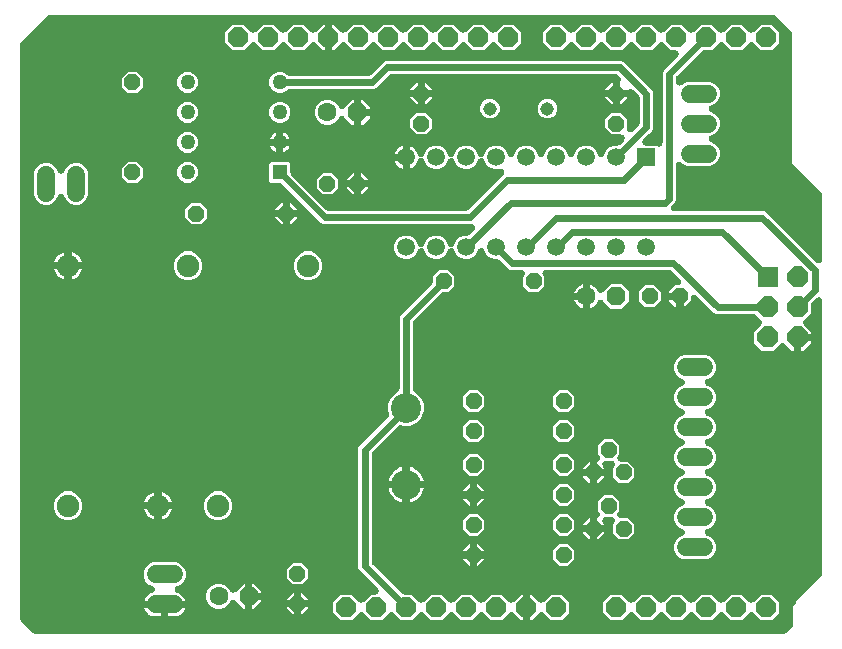
<source format=gbr>
G04 EAGLE Gerber RS-274X export*
G75*
%MOMM*%
%FSLAX34Y34*%
%LPD*%
%INBottom Copper*%
%IPPOS*%
%AMOC8*
5,1,8,0,0,1.08239X$1,22.5*%
G01*
%ADD10C,1.524000*%
%ADD11C,1.900000*%
%ADD12P,1.429621X8X292.500000*%
%ADD13P,1.429621X8X112.500000*%
%ADD14P,1.814519X8X22.500000*%
%ADD15P,1.924489X8X22.500000*%
%ADD16R,1.778000X1.778000*%
%ADD17P,1.429621X8X202.500000*%
%ADD18C,1.600200*%
%ADD19P,1.732040X8X22.500000*%
%ADD20R,1.498600X1.498600*%
%ADD21C,1.498600*%
%ADD22P,1.429621X8X22.500000*%
%ADD23C,1.138000*%
%ADD24C,2.540000*%
%ADD25R,1.267000X1.267000*%
%ADD26C,1.267000*%
%ADD27C,0.609600*%

G36*
X663689Y3312D02*
X663689Y3312D01*
X663803Y3311D01*
X663934Y3332D01*
X664067Y3343D01*
X664177Y3370D01*
X664290Y3388D01*
X664417Y3429D01*
X664546Y3461D01*
X664650Y3506D01*
X664759Y3542D01*
X664877Y3604D01*
X664999Y3656D01*
X665095Y3717D01*
X665197Y3770D01*
X665270Y3829D01*
X665415Y3921D01*
X665657Y4137D01*
X665730Y4195D01*
X669667Y8132D01*
X669741Y8219D01*
X669822Y8300D01*
X669900Y8407D01*
X669986Y8508D01*
X670045Y8606D01*
X670112Y8698D01*
X670172Y8817D01*
X670241Y8931D01*
X670283Y9037D01*
X670335Y9139D01*
X670375Y9266D01*
X670424Y9389D01*
X670449Y9500D01*
X670483Y9609D01*
X670493Y9703D01*
X670531Y9871D01*
X670549Y10195D01*
X670559Y10287D01*
X670559Y26452D01*
X672080Y27973D01*
X672154Y28060D01*
X672235Y28140D01*
X672313Y28247D01*
X672399Y28349D01*
X672458Y28447D01*
X672525Y28539D01*
X672585Y28658D01*
X672654Y28771D01*
X672696Y28877D01*
X672748Y28979D01*
X672788Y29106D01*
X672837Y29229D01*
X672862Y29341D01*
X672896Y29450D01*
X672906Y29543D01*
X672944Y29711D01*
X672962Y30035D01*
X672972Y30128D01*
X672972Y30488D01*
X694305Y51820D01*
X694379Y51907D01*
X694460Y51988D01*
X694538Y52095D01*
X694624Y52196D01*
X694683Y52294D01*
X694750Y52386D01*
X694810Y52505D01*
X694879Y52619D01*
X694921Y52725D01*
X694973Y52827D01*
X695013Y52954D01*
X695062Y53077D01*
X695087Y53188D01*
X695121Y53297D01*
X695131Y53391D01*
X695169Y53559D01*
X695187Y53883D01*
X695197Y53975D01*
X695197Y284967D01*
X695194Y285005D01*
X695196Y285043D01*
X695174Y285251D01*
X695157Y285459D01*
X695148Y285496D01*
X695144Y285534D01*
X695089Y285735D01*
X695039Y285937D01*
X695024Y285972D01*
X695013Y286009D01*
X694926Y286199D01*
X694844Y286391D01*
X694824Y286423D01*
X694808Y286458D01*
X694691Y286631D01*
X694579Y286807D01*
X694554Y286835D01*
X694532Y286867D01*
X694390Y287019D01*
X694250Y287175D01*
X694221Y287199D01*
X694195Y287226D01*
X694029Y287354D01*
X693866Y287485D01*
X693833Y287504D01*
X693803Y287527D01*
X693619Y287625D01*
X693438Y287729D01*
X693402Y287742D01*
X693368Y287760D01*
X693171Y287828D01*
X692975Y287900D01*
X692938Y287908D01*
X692902Y287920D01*
X692695Y287955D01*
X692491Y287995D01*
X692453Y287996D01*
X692415Y288003D01*
X692206Y288004D01*
X691998Y288010D01*
X691960Y288005D01*
X691922Y288006D01*
X691715Y287973D01*
X691509Y287946D01*
X691472Y287935D01*
X691435Y287929D01*
X691236Y287864D01*
X691037Y287803D01*
X691002Y287787D01*
X690966Y287775D01*
X690781Y287678D01*
X690593Y287587D01*
X690562Y287565D01*
X690528Y287547D01*
X690456Y287489D01*
X690191Y287301D01*
X690069Y287180D01*
X689995Y287122D01*
X686693Y283820D01*
X686619Y283733D01*
X686538Y283652D01*
X686460Y283545D01*
X686374Y283444D01*
X686315Y283346D01*
X686248Y283254D01*
X686188Y283135D01*
X686119Y283021D01*
X686077Y282915D01*
X686025Y282813D01*
X685985Y282686D01*
X685936Y282563D01*
X685911Y282452D01*
X685877Y282343D01*
X685867Y282249D01*
X685829Y282081D01*
X685811Y281757D01*
X685801Y281665D01*
X685801Y274665D01*
X679990Y268855D01*
X679941Y268797D01*
X679885Y268745D01*
X679781Y268609D01*
X679671Y268479D01*
X679631Y268413D01*
X679585Y268353D01*
X679504Y268203D01*
X679416Y268056D01*
X679388Y267986D01*
X679352Y267918D01*
X679296Y267757D01*
X679233Y267598D01*
X679217Y267524D01*
X679192Y267452D01*
X679163Y267283D01*
X679126Y267117D01*
X679122Y267040D01*
X679109Y266965D01*
X679108Y266794D01*
X679099Y266624D01*
X679107Y266548D01*
X679106Y266472D01*
X679133Y266303D01*
X679151Y266133D01*
X679171Y266060D01*
X679183Y265985D01*
X679236Y265822D01*
X679282Y265658D01*
X679313Y265588D01*
X679337Y265516D01*
X679416Y265365D01*
X679487Y265209D01*
X679530Y265146D01*
X679565Y265078D01*
X679631Y264996D01*
X679763Y264800D01*
X679925Y264627D01*
X679990Y264545D01*
X685801Y258735D01*
X685801Y257047D01*
X674370Y257047D01*
X674294Y257041D01*
X674218Y257044D01*
X674049Y257021D01*
X673879Y257007D01*
X673805Y256989D01*
X673729Y256979D01*
X673565Y256930D01*
X673400Y256889D01*
X673330Y256859D01*
X673257Y256837D01*
X673103Y256762D01*
X672946Y256694D01*
X672882Y256653D01*
X672814Y256620D01*
X672674Y256521D01*
X672530Y256429D01*
X672474Y256378D01*
X672411Y256334D01*
X672290Y256214D01*
X672162Y256100D01*
X672114Y256041D01*
X672060Y255987D01*
X671959Y255849D01*
X671852Y255716D01*
X671814Y255650D01*
X671769Y255588D01*
X671693Y255436D01*
X671608Y255287D01*
X671581Y255216D01*
X671547Y255148D01*
X671496Y254985D01*
X671436Y254825D01*
X671422Y254750D01*
X671399Y254677D01*
X671387Y254573D01*
X671342Y254341D01*
X671334Y254105D01*
X671323Y254000D01*
X671323Y242569D01*
X669635Y242569D01*
X663825Y248380D01*
X663767Y248429D01*
X663715Y248485D01*
X663579Y248589D01*
X663449Y248699D01*
X663383Y248739D01*
X663323Y248785D01*
X663173Y248866D01*
X663026Y248954D01*
X662956Y248982D01*
X662888Y249018D01*
X662727Y249074D01*
X662568Y249137D01*
X662494Y249153D01*
X662422Y249178D01*
X662253Y249207D01*
X662087Y249244D01*
X662010Y249248D01*
X661935Y249261D01*
X661764Y249262D01*
X661594Y249271D01*
X661518Y249263D01*
X661442Y249264D01*
X661273Y249237D01*
X661103Y249219D01*
X661030Y249199D01*
X660955Y249187D01*
X660792Y249134D01*
X660628Y249088D01*
X660558Y249057D01*
X660486Y249033D01*
X660335Y248954D01*
X660179Y248883D01*
X660116Y248840D01*
X660048Y248805D01*
X659966Y248739D01*
X659770Y248607D01*
X659597Y248445D01*
X659515Y248380D01*
X653705Y242569D01*
X644235Y242569D01*
X637539Y249265D01*
X637539Y258735D01*
X643350Y264545D01*
X643399Y264603D01*
X643455Y264656D01*
X643559Y264791D01*
X643669Y264921D01*
X643709Y264987D01*
X643755Y265047D01*
X643835Y265197D01*
X643924Y265344D01*
X643952Y265415D01*
X643988Y265482D01*
X644044Y265643D01*
X644107Y265802D01*
X644123Y265876D01*
X644148Y265948D01*
X644177Y266117D01*
X644214Y266284D01*
X644218Y266360D01*
X644231Y266435D01*
X644232Y266606D01*
X644241Y266776D01*
X644233Y266852D01*
X644234Y266928D01*
X644207Y267097D01*
X644189Y267267D01*
X644169Y267340D01*
X644157Y267415D01*
X644104Y267578D01*
X644058Y267742D01*
X644027Y267812D01*
X644003Y267884D01*
X643924Y268035D01*
X643853Y268191D01*
X643810Y268254D01*
X643775Y268322D01*
X643709Y268404D01*
X643577Y268600D01*
X643415Y268772D01*
X643350Y268855D01*
X639286Y272919D01*
X639199Y272993D01*
X639119Y273074D01*
X639011Y273152D01*
X638910Y273238D01*
X638812Y273297D01*
X638720Y273364D01*
X638601Y273424D01*
X638487Y273493D01*
X638381Y273535D01*
X638279Y273587D01*
X638152Y273627D01*
X638029Y273676D01*
X637918Y273701D01*
X637809Y273735D01*
X637715Y273745D01*
X637548Y273783D01*
X637223Y273801D01*
X637131Y273811D01*
X605481Y273811D01*
X603427Y274662D01*
X589022Y289067D01*
X588993Y289092D01*
X588967Y289121D01*
X588805Y289252D01*
X588646Y289387D01*
X588613Y289407D01*
X588583Y289430D01*
X588403Y289533D01*
X588223Y289641D01*
X588188Y289656D01*
X588155Y289674D01*
X587959Y289747D01*
X587765Y289825D01*
X587728Y289833D01*
X587692Y289846D01*
X587487Y289886D01*
X587283Y289931D01*
X587245Y289933D01*
X587208Y289941D01*
X587000Y289947D01*
X586791Y289959D01*
X586753Y289955D01*
X586715Y289956D01*
X586508Y289929D01*
X586300Y289907D01*
X586264Y289897D01*
X586226Y289892D01*
X586026Y289831D01*
X585825Y289776D01*
X585790Y289760D01*
X585753Y289749D01*
X585566Y289658D01*
X585376Y289570D01*
X585344Y289549D01*
X585310Y289532D01*
X585141Y289412D01*
X584967Y289295D01*
X584939Y289269D01*
X584908Y289247D01*
X584760Y289100D01*
X584607Y288957D01*
X584584Y288927D01*
X584557Y288900D01*
X584434Y288731D01*
X584307Y288566D01*
X584289Y288532D01*
X584267Y288501D01*
X584173Y288315D01*
X584074Y288131D01*
X584061Y288095D01*
X584044Y288061D01*
X583982Y287862D01*
X583914Y287664D01*
X583908Y287627D01*
X583896Y287590D01*
X583886Y287498D01*
X583831Y287178D01*
X583830Y287006D01*
X583820Y286913D01*
X583820Y285137D01*
X578463Y279780D01*
X577722Y279780D01*
X577722Y288925D01*
X577716Y289001D01*
X577719Y289077D01*
X577696Y289246D01*
X577682Y289416D01*
X577664Y289490D01*
X577654Y289566D01*
X577605Y289730D01*
X577564Y289895D01*
X577534Y289965D01*
X577512Y290038D01*
X577437Y290192D01*
X577369Y290349D01*
X577328Y290413D01*
X577295Y290481D01*
X577196Y290621D01*
X577104Y290765D01*
X577053Y290821D01*
X577009Y290884D01*
X576889Y291005D01*
X576775Y291133D01*
X576716Y291181D01*
X576715Y291182D01*
X576662Y291235D01*
X576524Y291336D01*
X576391Y291443D01*
X576325Y291481D01*
X576263Y291525D01*
X576111Y291602D01*
X575962Y291687D01*
X575891Y291713D01*
X575823Y291748D01*
X575660Y291799D01*
X575500Y291859D01*
X575425Y291873D01*
X575352Y291896D01*
X575248Y291908D01*
X575016Y291953D01*
X574780Y291961D01*
X574675Y291972D01*
X565530Y291972D01*
X565530Y292713D01*
X570887Y298070D01*
X572663Y298070D01*
X572701Y298073D01*
X572739Y298071D01*
X572946Y298093D01*
X573154Y298110D01*
X573191Y298119D01*
X573229Y298123D01*
X573430Y298178D01*
X573633Y298228D01*
X573668Y298243D01*
X573705Y298254D01*
X573895Y298341D01*
X574087Y298423D01*
X574119Y298443D01*
X574153Y298459D01*
X574327Y298576D01*
X574503Y298688D01*
X574531Y298713D01*
X574563Y298735D01*
X574715Y298878D01*
X574871Y299017D01*
X574894Y299046D01*
X574922Y299072D01*
X575049Y299238D01*
X575180Y299401D01*
X575199Y299434D01*
X575223Y299464D01*
X575321Y299648D01*
X575424Y299829D01*
X575438Y299865D01*
X575456Y299899D01*
X575523Y300096D01*
X575596Y300292D01*
X575603Y300329D01*
X575616Y300365D01*
X575651Y300572D01*
X575691Y300776D01*
X575692Y300814D01*
X575698Y300852D01*
X575700Y301061D01*
X575706Y301269D01*
X575701Y301307D01*
X575701Y301345D01*
X575669Y301552D01*
X575642Y301758D01*
X575631Y301795D01*
X575625Y301832D01*
X575560Y302031D01*
X575499Y302230D01*
X575482Y302265D01*
X575471Y302301D01*
X575374Y302486D01*
X575282Y302674D01*
X575260Y302705D01*
X575243Y302739D01*
X575185Y302811D01*
X574997Y303076D01*
X574876Y303198D01*
X574817Y303272D01*
X567578Y310511D01*
X567491Y310585D01*
X567411Y310666D01*
X567304Y310744D01*
X567202Y310830D01*
X567105Y310889D01*
X567012Y310956D01*
X566894Y311016D01*
X566780Y311085D01*
X566674Y311127D01*
X566572Y311179D01*
X566445Y311219D01*
X566322Y311268D01*
X566210Y311293D01*
X566101Y311327D01*
X566008Y311337D01*
X565840Y311375D01*
X565516Y311393D01*
X565424Y311403D01*
X461361Y311403D01*
X461323Y311400D01*
X461285Y311402D01*
X461077Y311380D01*
X460869Y311363D01*
X460832Y311354D01*
X460794Y311350D01*
X460593Y311295D01*
X460390Y311245D01*
X460356Y311230D01*
X460319Y311219D01*
X460129Y311132D01*
X459937Y311050D01*
X459905Y311030D01*
X459870Y311014D01*
X459697Y310897D01*
X459521Y310785D01*
X459493Y310760D01*
X459461Y310738D01*
X459309Y310595D01*
X459153Y310456D01*
X459129Y310427D01*
X459101Y310400D01*
X458974Y310235D01*
X458843Y310072D01*
X458824Y310039D01*
X458801Y310009D01*
X458702Y309825D01*
X458599Y309644D01*
X458586Y309608D01*
X458568Y309574D01*
X458500Y309377D01*
X458428Y309181D01*
X458420Y309144D01*
X458408Y309108D01*
X458373Y308901D01*
X458333Y308697D01*
X458332Y308659D01*
X458325Y308621D01*
X458324Y308411D01*
X458318Y308204D01*
X458323Y308166D01*
X458322Y308128D01*
X458355Y307921D01*
X458382Y307715D01*
X458393Y307678D01*
X458399Y307641D01*
X458464Y307442D01*
X458524Y307243D01*
X458541Y307208D01*
X458553Y307172D01*
X458650Y306987D01*
X458741Y306799D01*
X458763Y306768D01*
X458781Y306734D01*
X458839Y306662D01*
X459027Y306397D01*
X459148Y306275D01*
X459206Y306201D01*
X459995Y305413D01*
X459995Y297837D01*
X454638Y292480D01*
X447062Y292480D01*
X441705Y297837D01*
X441705Y305413D01*
X442494Y306201D01*
X442518Y306230D01*
X442547Y306256D01*
X442678Y306418D01*
X442813Y306577D01*
X442833Y306610D01*
X442857Y306640D01*
X442960Y306821D01*
X443068Y307000D01*
X443082Y307035D01*
X443101Y307068D01*
X443173Y307264D01*
X443251Y307458D01*
X443259Y307495D01*
X443272Y307531D01*
X443312Y307735D01*
X443358Y307939D01*
X443360Y307978D01*
X443367Y308015D01*
X443374Y308223D01*
X443385Y308432D01*
X443381Y308470D01*
X443382Y308508D01*
X443355Y308715D01*
X443333Y308923D01*
X443323Y308959D01*
X443318Y308997D01*
X443258Y309197D01*
X443202Y309398D01*
X443187Y309433D01*
X443176Y309470D01*
X443084Y309657D01*
X442997Y309847D01*
X442975Y309878D01*
X442959Y309913D01*
X442838Y310083D01*
X442721Y310256D01*
X442695Y310284D01*
X442673Y310315D01*
X442526Y310463D01*
X442384Y310616D01*
X442353Y310639D01*
X442326Y310666D01*
X442158Y310789D01*
X441992Y310916D01*
X441958Y310934D01*
X441928Y310956D01*
X441741Y311050D01*
X441557Y311149D01*
X441521Y311161D01*
X441487Y311179D01*
X441288Y311242D01*
X441091Y311309D01*
X441053Y311315D01*
X441017Y311327D01*
X440924Y311337D01*
X440604Y311392D01*
X440432Y311393D01*
X440339Y311403D01*
X431196Y311403D01*
X429142Y312254D01*
X427142Y314255D01*
X422123Y319274D01*
X422036Y319348D01*
X421955Y319429D01*
X421848Y319507D01*
X421747Y319593D01*
X421649Y319652D01*
X421557Y319719D01*
X421438Y319779D01*
X421324Y319848D01*
X421218Y319890D01*
X421116Y319942D01*
X420989Y319982D01*
X420866Y320031D01*
X420755Y320056D01*
X420646Y320090D01*
X420552Y320100D01*
X420384Y320138D01*
X420060Y320156D01*
X419968Y320166D01*
X417104Y320166D01*
X413416Y321694D01*
X410594Y324516D01*
X409215Y327844D01*
X409198Y327878D01*
X409185Y327914D01*
X409085Y328098D01*
X408990Y328283D01*
X408968Y328314D01*
X408949Y328348D01*
X408821Y328513D01*
X408697Y328680D01*
X408670Y328707D01*
X408647Y328737D01*
X408493Y328879D01*
X408344Y329025D01*
X408313Y329047D01*
X408285Y329073D01*
X408111Y329188D01*
X407940Y329308D01*
X407906Y329324D01*
X407874Y329345D01*
X407683Y329431D01*
X407495Y329522D01*
X407459Y329533D01*
X407424Y329548D01*
X407222Y329602D01*
X407022Y329661D01*
X406984Y329666D01*
X406948Y329676D01*
X406740Y329697D01*
X406533Y329723D01*
X406495Y329721D01*
X406457Y329725D01*
X406248Y329712D01*
X406040Y329704D01*
X406002Y329697D01*
X405964Y329694D01*
X405761Y329648D01*
X405556Y329606D01*
X405521Y329593D01*
X405483Y329584D01*
X405290Y329506D01*
X405095Y329432D01*
X405062Y329413D01*
X405026Y329398D01*
X404848Y329290D01*
X404668Y329185D01*
X404638Y329161D01*
X404606Y329141D01*
X404447Y329005D01*
X404286Y328873D01*
X404260Y328844D01*
X404232Y328819D01*
X404097Y328659D01*
X403959Y328503D01*
X403939Y328471D01*
X403915Y328441D01*
X403869Y328360D01*
X403697Y328085D01*
X403630Y327927D01*
X403585Y327844D01*
X402206Y324516D01*
X399384Y321694D01*
X395696Y320166D01*
X391704Y320166D01*
X388016Y321694D01*
X385194Y324516D01*
X383815Y327844D01*
X383798Y327878D01*
X383785Y327914D01*
X383685Y328098D01*
X383590Y328283D01*
X383568Y328314D01*
X383549Y328348D01*
X383421Y328513D01*
X383297Y328680D01*
X383270Y328707D01*
X383247Y328737D01*
X383093Y328879D01*
X382944Y329025D01*
X382913Y329047D01*
X382885Y329073D01*
X382711Y329188D01*
X382540Y329308D01*
X382506Y329324D01*
X382474Y329345D01*
X382283Y329431D01*
X382095Y329522D01*
X382059Y329533D01*
X382024Y329548D01*
X381822Y329602D01*
X381622Y329661D01*
X381584Y329666D01*
X381548Y329676D01*
X381340Y329697D01*
X381133Y329723D01*
X381095Y329721D01*
X381057Y329725D01*
X380848Y329712D01*
X380640Y329704D01*
X380602Y329697D01*
X380564Y329694D01*
X380361Y329648D01*
X380156Y329606D01*
X380121Y329593D01*
X380083Y329584D01*
X379890Y329506D01*
X379695Y329432D01*
X379662Y329413D01*
X379626Y329398D01*
X379448Y329290D01*
X379268Y329185D01*
X379238Y329161D01*
X379206Y329141D01*
X379047Y329005D01*
X378886Y328873D01*
X378860Y328844D01*
X378832Y328819D01*
X378697Y328659D01*
X378559Y328503D01*
X378539Y328471D01*
X378515Y328441D01*
X378469Y328360D01*
X378297Y328085D01*
X378230Y327927D01*
X378185Y327844D01*
X376806Y324516D01*
X373984Y321694D01*
X370296Y320166D01*
X366304Y320166D01*
X362616Y321694D01*
X359794Y324516D01*
X358415Y327844D01*
X358398Y327878D01*
X358385Y327914D01*
X358285Y328098D01*
X358190Y328283D01*
X358168Y328314D01*
X358149Y328348D01*
X358021Y328513D01*
X357897Y328680D01*
X357870Y328707D01*
X357847Y328737D01*
X357693Y328879D01*
X357544Y329025D01*
X357513Y329047D01*
X357485Y329073D01*
X357311Y329188D01*
X357140Y329308D01*
X357106Y329324D01*
X357074Y329345D01*
X356883Y329431D01*
X356695Y329522D01*
X356659Y329533D01*
X356624Y329548D01*
X356422Y329602D01*
X356222Y329661D01*
X356184Y329666D01*
X356148Y329676D01*
X355940Y329697D01*
X355733Y329723D01*
X355695Y329721D01*
X355657Y329725D01*
X355448Y329712D01*
X355240Y329704D01*
X355202Y329697D01*
X355164Y329694D01*
X354961Y329648D01*
X354756Y329606D01*
X354721Y329593D01*
X354683Y329584D01*
X354490Y329506D01*
X354295Y329432D01*
X354262Y329413D01*
X354226Y329398D01*
X354048Y329290D01*
X353868Y329185D01*
X353838Y329161D01*
X353806Y329141D01*
X353647Y329005D01*
X353486Y328873D01*
X353460Y328844D01*
X353432Y328819D01*
X353297Y328659D01*
X353159Y328503D01*
X353139Y328471D01*
X353115Y328441D01*
X353069Y328360D01*
X352897Y328085D01*
X352830Y327927D01*
X352785Y327844D01*
X351406Y324516D01*
X348584Y321694D01*
X344896Y320166D01*
X340904Y320166D01*
X337216Y321694D01*
X334394Y324516D01*
X332866Y328204D01*
X332866Y332196D01*
X334394Y335884D01*
X337216Y338706D01*
X340904Y340234D01*
X344896Y340234D01*
X348584Y338706D01*
X351406Y335884D01*
X352785Y332556D01*
X352802Y332522D01*
X352815Y332486D01*
X352914Y332303D01*
X353010Y332117D01*
X353032Y332086D01*
X353051Y332052D01*
X353179Y331888D01*
X353303Y331720D01*
X353330Y331693D01*
X353353Y331663D01*
X353506Y331521D01*
X353656Y331375D01*
X353687Y331353D01*
X353715Y331327D01*
X353889Y331212D01*
X354060Y331092D01*
X354094Y331076D01*
X354126Y331055D01*
X354316Y330969D01*
X354504Y330878D01*
X354541Y330867D01*
X354576Y330852D01*
X354777Y330798D01*
X354978Y330739D01*
X355016Y330734D01*
X355052Y330724D01*
X355260Y330703D01*
X355467Y330677D01*
X355505Y330679D01*
X355543Y330675D01*
X355752Y330688D01*
X355960Y330696D01*
X355998Y330703D01*
X356036Y330706D01*
X356238Y330752D01*
X356444Y330794D01*
X356480Y330807D01*
X356517Y330816D01*
X356709Y330894D01*
X356905Y330968D01*
X356938Y330987D01*
X356973Y331002D01*
X357151Y331110D01*
X357332Y331215D01*
X357362Y331239D01*
X357394Y331259D01*
X357552Y331395D01*
X357714Y331527D01*
X357739Y331556D01*
X357768Y331581D01*
X357902Y331741D01*
X358041Y331897D01*
X358061Y331930D01*
X358085Y331959D01*
X358130Y332040D01*
X358303Y332315D01*
X358370Y332473D01*
X358415Y332556D01*
X359794Y335884D01*
X362616Y338706D01*
X366304Y340234D01*
X370296Y340234D01*
X373984Y338706D01*
X376806Y335884D01*
X378185Y332556D01*
X378202Y332522D01*
X378215Y332486D01*
X378314Y332303D01*
X378410Y332117D01*
X378432Y332086D01*
X378451Y332052D01*
X378579Y331888D01*
X378703Y331720D01*
X378730Y331693D01*
X378753Y331663D01*
X378906Y331521D01*
X379056Y331375D01*
X379087Y331353D01*
X379115Y331327D01*
X379289Y331212D01*
X379460Y331092D01*
X379494Y331076D01*
X379526Y331055D01*
X379716Y330969D01*
X379904Y330878D01*
X379941Y330867D01*
X379976Y330852D01*
X380177Y330798D01*
X380378Y330739D01*
X380416Y330734D01*
X380452Y330724D01*
X380660Y330703D01*
X380867Y330677D01*
X380905Y330679D01*
X380943Y330675D01*
X381152Y330688D01*
X381360Y330696D01*
X381398Y330703D01*
X381436Y330706D01*
X381638Y330752D01*
X381844Y330794D01*
X381880Y330807D01*
X381917Y330816D01*
X382109Y330894D01*
X382305Y330968D01*
X382338Y330987D01*
X382373Y331002D01*
X382551Y331110D01*
X382732Y331215D01*
X382762Y331239D01*
X382794Y331259D01*
X382952Y331395D01*
X383114Y331527D01*
X383139Y331556D01*
X383168Y331581D01*
X383302Y331741D01*
X383441Y331897D01*
X383461Y331930D01*
X383485Y331959D01*
X383530Y332040D01*
X383703Y332315D01*
X383770Y332473D01*
X383815Y332556D01*
X385194Y335884D01*
X388016Y338706D01*
X391704Y340234D01*
X394568Y340234D01*
X394682Y340243D01*
X394796Y340242D01*
X394927Y340263D01*
X395060Y340274D01*
X395170Y340301D01*
X395283Y340319D01*
X395409Y340360D01*
X395538Y340392D01*
X395643Y340437D01*
X395752Y340473D01*
X395870Y340534D01*
X395992Y340587D01*
X396088Y340648D01*
X396189Y340701D01*
X396263Y340760D01*
X396408Y340852D01*
X396650Y341068D01*
X396723Y341126D01*
X400406Y344809D01*
X400430Y344838D01*
X400459Y344864D01*
X400590Y345026D01*
X400725Y345185D01*
X400745Y345218D01*
X400769Y345248D01*
X400872Y345429D01*
X400980Y345608D01*
X400994Y345643D01*
X401013Y345676D01*
X401085Y345872D01*
X401163Y346066D01*
X401171Y346103D01*
X401184Y346139D01*
X401224Y346344D01*
X401270Y346548D01*
X401272Y346586D01*
X401279Y346623D01*
X401285Y346831D01*
X401297Y347040D01*
X401293Y347078D01*
X401294Y347116D01*
X401267Y347323D01*
X401245Y347531D01*
X401235Y347567D01*
X401230Y347605D01*
X401170Y347805D01*
X401114Y348006D01*
X401098Y348041D01*
X401087Y348078D01*
X400996Y348265D01*
X400909Y348455D01*
X400887Y348486D01*
X400871Y348521D01*
X400750Y348691D01*
X400633Y348864D01*
X400607Y348892D01*
X400585Y348923D01*
X400439Y349071D01*
X400295Y349224D01*
X400265Y349247D01*
X400238Y349274D01*
X400070Y349397D01*
X399904Y349524D01*
X399870Y349542D01*
X399840Y349564D01*
X399654Y349658D01*
X399469Y349757D01*
X399433Y349770D01*
X399399Y349787D01*
X399200Y349849D01*
X399003Y349917D01*
X398965Y349923D01*
X398929Y349935D01*
X398836Y349945D01*
X398516Y350000D01*
X398344Y350001D01*
X398251Y350011D01*
X272888Y350011D01*
X270834Y350862D01*
X237765Y383932D01*
X237678Y384006D01*
X237597Y384087D01*
X237490Y384165D01*
X237389Y384251D01*
X237291Y384310D01*
X237199Y384377D01*
X237080Y384437D01*
X236966Y384506D01*
X236860Y384548D01*
X236758Y384600D01*
X236631Y384640D01*
X236508Y384689D01*
X236397Y384714D01*
X236288Y384748D01*
X236194Y384758D01*
X236026Y384796D01*
X235702Y384814D01*
X235610Y384824D01*
X228513Y384824D01*
X227024Y386313D01*
X227024Y401087D01*
X228513Y402576D01*
X243287Y402576D01*
X244776Y401087D01*
X244776Y393990D01*
X244785Y393876D01*
X244784Y393762D01*
X244805Y393631D01*
X244816Y393498D01*
X244843Y393388D01*
X244861Y393275D01*
X244902Y393148D01*
X244934Y393020D01*
X244979Y392915D01*
X245015Y392806D01*
X245077Y392688D01*
X245129Y392566D01*
X245190Y392470D01*
X245243Y392369D01*
X245302Y392295D01*
X245394Y392150D01*
X245610Y391908D01*
X245668Y391835D01*
X275422Y362081D01*
X275509Y362007D01*
X275590Y361926D01*
X275697Y361848D01*
X275798Y361762D01*
X275896Y361703D01*
X275988Y361636D01*
X276107Y361576D01*
X276221Y361507D01*
X276327Y361465D01*
X276429Y361413D01*
X276556Y361373D01*
X276679Y361324D01*
X276790Y361299D01*
X276899Y361265D01*
X276993Y361255D01*
X277161Y361217D01*
X277485Y361199D01*
X277577Y361189D01*
X393298Y361189D01*
X393412Y361198D01*
X393526Y361197D01*
X393657Y361218D01*
X393790Y361229D01*
X393900Y361256D01*
X394013Y361274D01*
X394140Y361315D01*
X394268Y361347D01*
X394373Y361392D01*
X394482Y361428D01*
X394600Y361490D01*
X394722Y361542D01*
X394818Y361603D01*
X394919Y361656D01*
X394993Y361715D01*
X395138Y361807D01*
X395380Y362023D01*
X395453Y362081D01*
X423458Y390087D01*
X425016Y391644D01*
X425108Y391753D01*
X425208Y391855D01*
X425268Y391941D01*
X425335Y392020D01*
X425409Y392142D01*
X425491Y392259D01*
X425536Y392353D01*
X425590Y392443D01*
X425643Y392575D01*
X425705Y392704D01*
X425734Y392804D01*
X425773Y392901D01*
X425804Y393040D01*
X425844Y393177D01*
X425857Y393280D01*
X425880Y393383D01*
X425888Y393525D01*
X425905Y393666D01*
X425901Y393771D01*
X425907Y393875D01*
X425892Y394017D01*
X425887Y394159D01*
X425866Y394262D01*
X425855Y394366D01*
X425817Y394503D01*
X425789Y394643D01*
X425752Y394741D01*
X425724Y394841D01*
X425665Y394971D01*
X425615Y395104D01*
X425562Y395195D01*
X425519Y395290D01*
X425439Y395408D01*
X425368Y395532D01*
X425302Y395613D01*
X425243Y395699D01*
X425146Y395803D01*
X425055Y395913D01*
X424977Y395983D01*
X424906Y396059D01*
X424793Y396145D01*
X424686Y396240D01*
X424597Y396295D01*
X424514Y396359D01*
X424388Y396426D01*
X424268Y396502D01*
X424171Y396543D01*
X424079Y396592D01*
X423945Y396638D01*
X423813Y396694D01*
X423712Y396718D01*
X423613Y396752D01*
X423472Y396776D01*
X423334Y396809D01*
X423229Y396817D01*
X423126Y396835D01*
X422984Y396836D01*
X422842Y396846D01*
X422738Y396837D01*
X422633Y396838D01*
X422492Y396816D01*
X422350Y396803D01*
X422275Y396782D01*
X422146Y396761D01*
X421733Y396626D01*
X421695Y396614D01*
X421096Y396366D01*
X417104Y396366D01*
X413416Y397894D01*
X410594Y400716D01*
X409215Y404044D01*
X409198Y404078D01*
X409185Y404114D01*
X409086Y404297D01*
X408990Y404483D01*
X408968Y404514D01*
X408949Y404548D01*
X408821Y404712D01*
X408697Y404880D01*
X408670Y404907D01*
X408647Y404937D01*
X408494Y405079D01*
X408344Y405225D01*
X408313Y405247D01*
X408285Y405273D01*
X408112Y405388D01*
X407940Y405508D01*
X407906Y405524D01*
X407874Y405545D01*
X407684Y405631D01*
X407496Y405722D01*
X407459Y405733D01*
X407424Y405748D01*
X407223Y405802D01*
X407022Y405861D01*
X406984Y405866D01*
X406948Y405876D01*
X406740Y405897D01*
X406533Y405923D01*
X406495Y405921D01*
X406457Y405925D01*
X406248Y405912D01*
X406040Y405904D01*
X406002Y405897D01*
X405964Y405894D01*
X405762Y405848D01*
X405556Y405806D01*
X405520Y405793D01*
X405483Y405784D01*
X405291Y405706D01*
X405095Y405632D01*
X405062Y405613D01*
X405027Y405598D01*
X404849Y405490D01*
X404668Y405385D01*
X404638Y405361D01*
X404606Y405341D01*
X404448Y405205D01*
X404286Y405073D01*
X404261Y405044D01*
X404232Y405019D01*
X404098Y404859D01*
X403959Y404703D01*
X403939Y404670D01*
X403915Y404641D01*
X403870Y404560D01*
X403697Y404285D01*
X403630Y404127D01*
X403585Y404044D01*
X402206Y400716D01*
X399384Y397894D01*
X395696Y396366D01*
X391704Y396366D01*
X388016Y397894D01*
X385194Y400716D01*
X383815Y404044D01*
X383798Y404078D01*
X383785Y404114D01*
X383686Y404297D01*
X383590Y404483D01*
X383568Y404514D01*
X383549Y404548D01*
X383421Y404712D01*
X383297Y404880D01*
X383270Y404907D01*
X383247Y404937D01*
X383094Y405079D01*
X382944Y405225D01*
X382913Y405247D01*
X382885Y405273D01*
X382712Y405388D01*
X382540Y405508D01*
X382506Y405524D01*
X382474Y405545D01*
X382284Y405631D01*
X382096Y405722D01*
X382059Y405733D01*
X382024Y405748D01*
X381823Y405802D01*
X381622Y405861D01*
X381584Y405866D01*
X381548Y405876D01*
X381340Y405897D01*
X381133Y405923D01*
X381095Y405921D01*
X381057Y405925D01*
X380848Y405912D01*
X380640Y405904D01*
X380602Y405897D01*
X380564Y405894D01*
X380362Y405848D01*
X380156Y405806D01*
X380120Y405793D01*
X380083Y405784D01*
X379891Y405706D01*
X379695Y405632D01*
X379662Y405613D01*
X379627Y405598D01*
X379449Y405490D01*
X379268Y405385D01*
X379238Y405361D01*
X379206Y405341D01*
X379048Y405205D01*
X378886Y405073D01*
X378861Y405044D01*
X378832Y405019D01*
X378698Y404859D01*
X378559Y404703D01*
X378539Y404670D01*
X378515Y404641D01*
X378470Y404560D01*
X378297Y404285D01*
X378230Y404127D01*
X378185Y404044D01*
X376806Y400716D01*
X373984Y397894D01*
X370296Y396366D01*
X366304Y396366D01*
X362616Y397894D01*
X359794Y400716D01*
X358365Y404166D01*
X358293Y404306D01*
X358229Y404451D01*
X358180Y404526D01*
X358140Y404605D01*
X358046Y404732D01*
X357960Y404864D01*
X357900Y404930D01*
X357847Y405002D01*
X357734Y405112D01*
X357628Y405229D01*
X357557Y405284D01*
X357494Y405347D01*
X357364Y405437D01*
X357241Y405535D01*
X357163Y405578D01*
X357089Y405630D01*
X356947Y405698D01*
X356810Y405775D01*
X356725Y405805D01*
X356645Y405844D01*
X356494Y405888D01*
X356345Y405942D01*
X356257Y405958D01*
X356172Y405983D01*
X356016Y406003D01*
X355860Y406032D01*
X355771Y406033D01*
X355682Y406045D01*
X355525Y406039D01*
X355367Y406042D01*
X355278Y406029D01*
X355189Y406026D01*
X355035Y405995D01*
X354879Y405973D01*
X354793Y405946D01*
X354706Y405928D01*
X354558Y405873D01*
X354408Y405825D01*
X354328Y405785D01*
X354244Y405754D01*
X354108Y405675D01*
X353967Y405604D01*
X353894Y405552D01*
X353817Y405507D01*
X353695Y405407D01*
X353567Y405315D01*
X353504Y405251D01*
X353435Y405195D01*
X353331Y405077D01*
X353220Y404964D01*
X353168Y404892D01*
X353109Y404825D01*
X353025Y404691D01*
X352933Y404563D01*
X352905Y404500D01*
X352846Y404407D01*
X352655Y403952D01*
X352653Y403946D01*
X352651Y403942D01*
X352199Y402548D01*
X351482Y401141D01*
X350553Y399863D01*
X349437Y398747D01*
X348159Y397818D01*
X346752Y397101D01*
X345947Y396840D01*
X345947Y406400D01*
X345947Y415960D01*
X346752Y415699D01*
X348159Y414982D01*
X349437Y414053D01*
X350553Y412937D01*
X351482Y411659D01*
X352199Y410252D01*
X352651Y408858D01*
X352712Y408713D01*
X352764Y408564D01*
X352807Y408485D01*
X352841Y408403D01*
X352925Y408269D01*
X353000Y408131D01*
X353055Y408060D01*
X353102Y407984D01*
X353206Y407865D01*
X353303Y407741D01*
X353368Y407680D01*
X353427Y407613D01*
X353549Y407513D01*
X353665Y407405D01*
X353739Y407356D01*
X353808Y407299D01*
X353944Y407220D01*
X354076Y407133D01*
X354157Y407096D01*
X354234Y407051D01*
X354382Y406995D01*
X354525Y406930D01*
X354611Y406907D01*
X354695Y406875D01*
X354850Y406843D01*
X355002Y406802D01*
X355091Y406793D01*
X355178Y406775D01*
X355336Y406769D01*
X355493Y406753D01*
X355582Y406759D01*
X355671Y406755D01*
X355828Y406774D01*
X355985Y406784D01*
X356072Y406804D01*
X356161Y406815D01*
X356312Y406859D01*
X356466Y406894D01*
X356549Y406927D01*
X356635Y406952D01*
X356777Y407020D01*
X356923Y407080D01*
X356999Y407126D01*
X357080Y407165D01*
X357209Y407255D01*
X357344Y407337D01*
X357412Y407395D01*
X357485Y407446D01*
X357598Y407556D01*
X357718Y407659D01*
X357775Y407727D01*
X357839Y407789D01*
X357934Y407916D01*
X358035Y408037D01*
X358068Y408097D01*
X358134Y408185D01*
X358361Y408623D01*
X358363Y408630D01*
X358365Y408634D01*
X359794Y412084D01*
X362616Y414906D01*
X366304Y416434D01*
X370296Y416434D01*
X373984Y414906D01*
X376806Y412084D01*
X378185Y408756D01*
X378202Y408722D01*
X378215Y408686D01*
X378315Y408502D01*
X378410Y408317D01*
X378432Y408286D01*
X378451Y408252D01*
X378579Y408087D01*
X378703Y407920D01*
X378730Y407893D01*
X378753Y407863D01*
X378907Y407721D01*
X379056Y407575D01*
X379087Y407553D01*
X379115Y407527D01*
X379289Y407412D01*
X379460Y407292D01*
X379494Y407276D01*
X379526Y407255D01*
X379717Y407169D01*
X379905Y407078D01*
X379941Y407067D01*
X379976Y407052D01*
X380178Y406998D01*
X380378Y406939D01*
X380416Y406934D01*
X380452Y406924D01*
X380660Y406903D01*
X380867Y406877D01*
X380905Y406879D01*
X380943Y406875D01*
X381152Y406888D01*
X381360Y406896D01*
X381398Y406903D01*
X381436Y406906D01*
X381639Y406952D01*
X381844Y406994D01*
X381879Y407007D01*
X381917Y407016D01*
X382110Y407094D01*
X382305Y407168D01*
X382338Y407187D01*
X382374Y407202D01*
X382552Y407310D01*
X382732Y407415D01*
X382762Y407439D01*
X382794Y407459D01*
X382953Y407595D01*
X383114Y407727D01*
X383140Y407756D01*
X383168Y407781D01*
X383303Y407941D01*
X383441Y408097D01*
X383461Y408129D01*
X383485Y408159D01*
X383531Y408240D01*
X383703Y408515D01*
X383770Y408673D01*
X383815Y408756D01*
X385194Y412084D01*
X388016Y414906D01*
X391704Y416434D01*
X395696Y416434D01*
X399384Y414906D01*
X402206Y412084D01*
X403585Y408756D01*
X403602Y408722D01*
X403615Y408686D01*
X403715Y408502D01*
X403810Y408317D01*
X403832Y408286D01*
X403851Y408252D01*
X403979Y408087D01*
X404103Y407920D01*
X404130Y407893D01*
X404153Y407863D01*
X404307Y407721D01*
X404456Y407575D01*
X404487Y407553D01*
X404515Y407527D01*
X404689Y407412D01*
X404860Y407292D01*
X404894Y407276D01*
X404926Y407255D01*
X405117Y407169D01*
X405305Y407078D01*
X405341Y407067D01*
X405376Y407052D01*
X405578Y406998D01*
X405778Y406939D01*
X405816Y406934D01*
X405852Y406924D01*
X406060Y406903D01*
X406267Y406877D01*
X406305Y406879D01*
X406343Y406875D01*
X406552Y406888D01*
X406760Y406896D01*
X406798Y406903D01*
X406836Y406906D01*
X407039Y406952D01*
X407244Y406994D01*
X407279Y407007D01*
X407317Y407016D01*
X407510Y407094D01*
X407705Y407168D01*
X407738Y407187D01*
X407774Y407202D01*
X407952Y407310D01*
X408132Y407415D01*
X408162Y407439D01*
X408194Y407459D01*
X408353Y407595D01*
X408514Y407727D01*
X408540Y407756D01*
X408568Y407781D01*
X408703Y407941D01*
X408841Y408097D01*
X408861Y408129D01*
X408885Y408159D01*
X408931Y408240D01*
X409103Y408515D01*
X409170Y408673D01*
X409215Y408756D01*
X410594Y412084D01*
X413416Y414906D01*
X417104Y416434D01*
X421096Y416434D01*
X424784Y414906D01*
X427606Y412084D01*
X428985Y408756D01*
X429002Y408722D01*
X429015Y408686D01*
X429115Y408502D01*
X429210Y408317D01*
X429232Y408286D01*
X429251Y408252D01*
X429379Y408087D01*
X429503Y407920D01*
X429530Y407893D01*
X429553Y407863D01*
X429707Y407721D01*
X429856Y407575D01*
X429887Y407553D01*
X429915Y407527D01*
X430089Y407412D01*
X430260Y407292D01*
X430294Y407276D01*
X430326Y407255D01*
X430517Y407169D01*
X430705Y407078D01*
X430741Y407067D01*
X430776Y407052D01*
X430978Y406998D01*
X431178Y406939D01*
X431216Y406934D01*
X431252Y406924D01*
X431460Y406903D01*
X431667Y406877D01*
X431705Y406879D01*
X431743Y406875D01*
X431952Y406888D01*
X432160Y406896D01*
X432198Y406903D01*
X432236Y406906D01*
X432439Y406952D01*
X432644Y406994D01*
X432679Y407007D01*
X432717Y407016D01*
X432910Y407094D01*
X433105Y407168D01*
X433138Y407187D01*
X433174Y407202D01*
X433352Y407310D01*
X433532Y407415D01*
X433562Y407439D01*
X433594Y407459D01*
X433753Y407595D01*
X433914Y407727D01*
X433940Y407756D01*
X433968Y407781D01*
X434103Y407941D01*
X434241Y408097D01*
X434261Y408129D01*
X434285Y408159D01*
X434331Y408240D01*
X434503Y408515D01*
X434570Y408673D01*
X434615Y408756D01*
X435994Y412084D01*
X438816Y414906D01*
X442504Y416434D01*
X446496Y416434D01*
X450184Y414906D01*
X453006Y412084D01*
X454385Y408756D01*
X454402Y408722D01*
X454415Y408686D01*
X454515Y408502D01*
X454610Y408317D01*
X454632Y408286D01*
X454651Y408252D01*
X454779Y408087D01*
X454903Y407920D01*
X454930Y407893D01*
X454953Y407863D01*
X455107Y407721D01*
X455256Y407575D01*
X455287Y407553D01*
X455315Y407527D01*
X455489Y407412D01*
X455660Y407292D01*
X455694Y407276D01*
X455726Y407255D01*
X455917Y407169D01*
X456105Y407078D01*
X456141Y407067D01*
X456176Y407052D01*
X456378Y406998D01*
X456578Y406939D01*
X456616Y406934D01*
X456652Y406924D01*
X456860Y406903D01*
X457067Y406877D01*
X457105Y406879D01*
X457143Y406875D01*
X457352Y406888D01*
X457560Y406896D01*
X457598Y406903D01*
X457636Y406906D01*
X457839Y406952D01*
X458044Y406994D01*
X458079Y407007D01*
X458117Y407016D01*
X458310Y407094D01*
X458505Y407168D01*
X458538Y407187D01*
X458574Y407202D01*
X458752Y407310D01*
X458932Y407415D01*
X458962Y407439D01*
X458994Y407459D01*
X459153Y407595D01*
X459314Y407727D01*
X459340Y407756D01*
X459368Y407781D01*
X459503Y407941D01*
X459641Y408097D01*
X459661Y408129D01*
X459685Y408159D01*
X459731Y408240D01*
X459903Y408515D01*
X459970Y408673D01*
X460015Y408756D01*
X461394Y412084D01*
X464216Y414906D01*
X467904Y416434D01*
X471896Y416434D01*
X475584Y414906D01*
X478406Y412084D01*
X479785Y408756D01*
X479802Y408722D01*
X479815Y408686D01*
X479915Y408502D01*
X480010Y408317D01*
X480032Y408286D01*
X480051Y408252D01*
X480179Y408087D01*
X480303Y407920D01*
X480330Y407893D01*
X480353Y407863D01*
X480507Y407721D01*
X480656Y407575D01*
X480687Y407553D01*
X480715Y407527D01*
X480889Y407412D01*
X481060Y407292D01*
X481094Y407276D01*
X481126Y407255D01*
X481317Y407169D01*
X481505Y407078D01*
X481541Y407067D01*
X481576Y407052D01*
X481778Y406998D01*
X481978Y406939D01*
X482016Y406934D01*
X482052Y406924D01*
X482260Y406903D01*
X482467Y406877D01*
X482505Y406879D01*
X482543Y406875D01*
X482752Y406888D01*
X482960Y406896D01*
X482998Y406903D01*
X483036Y406906D01*
X483239Y406952D01*
X483444Y406994D01*
X483479Y407007D01*
X483517Y407016D01*
X483710Y407094D01*
X483905Y407168D01*
X483938Y407187D01*
X483974Y407202D01*
X484152Y407310D01*
X484332Y407415D01*
X484362Y407439D01*
X484394Y407459D01*
X484553Y407595D01*
X484714Y407727D01*
X484740Y407756D01*
X484768Y407781D01*
X484903Y407941D01*
X485041Y408097D01*
X485061Y408129D01*
X485085Y408159D01*
X485131Y408240D01*
X485303Y408515D01*
X485370Y408673D01*
X485415Y408756D01*
X486794Y412084D01*
X489616Y414906D01*
X493304Y416434D01*
X497296Y416434D01*
X500984Y414906D01*
X503806Y412084D01*
X505185Y408756D01*
X505202Y408722D01*
X505215Y408686D01*
X505315Y408502D01*
X505410Y408317D01*
X505432Y408286D01*
X505451Y408252D01*
X505579Y408087D01*
X505703Y407920D01*
X505730Y407893D01*
X505753Y407863D01*
X505907Y407721D01*
X506056Y407575D01*
X506087Y407553D01*
X506115Y407527D01*
X506289Y407412D01*
X506460Y407292D01*
X506494Y407276D01*
X506526Y407255D01*
X506717Y407169D01*
X506905Y407078D01*
X506941Y407067D01*
X506976Y407052D01*
X507178Y406998D01*
X507378Y406939D01*
X507416Y406934D01*
X507452Y406924D01*
X507660Y406903D01*
X507867Y406877D01*
X507905Y406879D01*
X507943Y406875D01*
X508152Y406888D01*
X508360Y406896D01*
X508398Y406903D01*
X508436Y406906D01*
X508639Y406952D01*
X508844Y406994D01*
X508879Y407007D01*
X508917Y407016D01*
X509110Y407094D01*
X509305Y407168D01*
X509338Y407187D01*
X509374Y407202D01*
X509552Y407310D01*
X509732Y407415D01*
X509762Y407439D01*
X509794Y407459D01*
X509953Y407595D01*
X510114Y407727D01*
X510140Y407756D01*
X510168Y407781D01*
X510303Y407941D01*
X510441Y408097D01*
X510461Y408129D01*
X510485Y408159D01*
X510531Y408240D01*
X510703Y408515D01*
X510770Y408673D01*
X510815Y408756D01*
X512194Y412084D01*
X515016Y414906D01*
X518704Y416434D01*
X521568Y416434D01*
X521682Y416443D01*
X521796Y416442D01*
X521927Y416463D01*
X522060Y416474D01*
X522170Y416501D01*
X522283Y416519D01*
X522410Y416560D01*
X522538Y416592D01*
X522643Y416637D01*
X522752Y416673D01*
X522870Y416735D01*
X522992Y416787D01*
X523088Y416848D01*
X523189Y416901D01*
X523263Y416960D01*
X523408Y417052D01*
X523650Y417268D01*
X523723Y417326D01*
X527025Y420628D01*
X527049Y420657D01*
X527078Y420683D01*
X527209Y420845D01*
X527344Y421004D01*
X527364Y421037D01*
X527388Y421067D01*
X527491Y421247D01*
X527599Y421427D01*
X527613Y421462D01*
X527632Y421495D01*
X527704Y421691D01*
X527782Y421885D01*
X527790Y421922D01*
X527803Y421958D01*
X527843Y422163D01*
X527889Y422367D01*
X527891Y422405D01*
X527898Y422442D01*
X527904Y422650D01*
X527916Y422859D01*
X527912Y422897D01*
X527913Y422935D01*
X527886Y423142D01*
X527864Y423350D01*
X527854Y423386D01*
X527849Y423424D01*
X527789Y423624D01*
X527733Y423825D01*
X527717Y423860D01*
X527706Y423897D01*
X527615Y424084D01*
X527528Y424274D01*
X527506Y424306D01*
X527490Y424340D01*
X527369Y424510D01*
X527252Y424683D01*
X527226Y424711D01*
X527204Y424742D01*
X527057Y424891D01*
X526914Y425043D01*
X526884Y425066D01*
X526857Y425093D01*
X526689Y425216D01*
X526523Y425343D01*
X526489Y425361D01*
X526459Y425383D01*
X526272Y425477D01*
X526088Y425576D01*
X526052Y425588D01*
X526018Y425606D01*
X525819Y425668D01*
X525622Y425736D01*
X525584Y425742D01*
X525548Y425754D01*
X525455Y425764D01*
X525135Y425819D01*
X524963Y425820D01*
X524870Y425830D01*
X516912Y425830D01*
X511555Y431187D01*
X511555Y438763D01*
X516912Y444120D01*
X524488Y444120D01*
X529845Y438763D01*
X529845Y430805D01*
X529848Y430767D01*
X529846Y430729D01*
X529868Y430521D01*
X529885Y430313D01*
X529894Y430276D01*
X529898Y430238D01*
X529953Y430037D01*
X530003Y429835D01*
X530018Y429800D01*
X530029Y429763D01*
X530116Y429573D01*
X530198Y429381D01*
X530218Y429349D01*
X530234Y429314D01*
X530351Y429141D01*
X530463Y428965D01*
X530488Y428937D01*
X530510Y428905D01*
X530653Y428753D01*
X530792Y428597D01*
X530821Y428573D01*
X530847Y428545D01*
X531014Y428418D01*
X531176Y428287D01*
X531208Y428269D01*
X531239Y428245D01*
X531424Y428146D01*
X531604Y428043D01*
X531640Y428030D01*
X531674Y428012D01*
X531871Y427944D01*
X532067Y427872D01*
X532104Y427864D01*
X532140Y427852D01*
X532347Y427817D01*
X532551Y427777D01*
X532589Y427776D01*
X532627Y427769D01*
X532836Y427768D01*
X533044Y427762D01*
X533082Y427767D01*
X533120Y427766D01*
X533327Y427799D01*
X533533Y427826D01*
X533570Y427837D01*
X533607Y427843D01*
X533806Y427908D01*
X534005Y427969D01*
X534040Y427985D01*
X534076Y427997D01*
X534261Y428094D01*
X534449Y428185D01*
X534480Y428207D01*
X534514Y428225D01*
X534586Y428283D01*
X534851Y428471D01*
X534973Y428592D01*
X535047Y428650D01*
X539619Y433222D01*
X539693Y433309D01*
X539774Y433390D01*
X539852Y433497D01*
X539938Y433598D01*
X539997Y433696D01*
X540064Y433788D01*
X540124Y433907D01*
X540193Y434021D01*
X540235Y434127D01*
X540287Y434229D01*
X540327Y434356D01*
X540376Y434479D01*
X540401Y434590D01*
X540435Y434699D01*
X540445Y434793D01*
X540483Y434961D01*
X540501Y435285D01*
X540511Y435377D01*
X540511Y456798D01*
X540502Y456912D01*
X540503Y457026D01*
X540482Y457157D01*
X540471Y457290D01*
X540444Y457400D01*
X540426Y457513D01*
X540385Y457639D01*
X540353Y457768D01*
X540308Y457873D01*
X540272Y457982D01*
X540211Y458100D01*
X540158Y458222D01*
X540097Y458318D01*
X540044Y458419D01*
X539985Y458493D01*
X539893Y458638D01*
X539677Y458880D01*
X539619Y458953D01*
X535047Y463525D01*
X535018Y463549D01*
X534992Y463578D01*
X534830Y463709D01*
X534671Y463844D01*
X534638Y463864D01*
X534608Y463888D01*
X534427Y463991D01*
X534248Y464099D01*
X534213Y464113D01*
X534180Y464132D01*
X533984Y464204D01*
X533790Y464282D01*
X533753Y464290D01*
X533717Y464303D01*
X533512Y464343D01*
X533308Y464389D01*
X533270Y464391D01*
X533233Y464398D01*
X533025Y464404D01*
X532816Y464416D01*
X532778Y464412D01*
X532740Y464413D01*
X532533Y464386D01*
X532325Y464364D01*
X532289Y464354D01*
X532251Y464349D01*
X532051Y464289D01*
X531850Y464233D01*
X531815Y464217D01*
X531778Y464206D01*
X531591Y464115D01*
X531401Y464028D01*
X531369Y464006D01*
X531335Y463990D01*
X531166Y463869D01*
X530992Y463752D01*
X530964Y463726D01*
X530933Y463704D01*
X530785Y463558D01*
X530641Y463422D01*
X523747Y463422D01*
X523747Y470328D01*
X523903Y470467D01*
X523927Y470496D01*
X523955Y470522D01*
X524082Y470688D01*
X524213Y470850D01*
X524232Y470884D01*
X524255Y470914D01*
X524353Y471098D01*
X524457Y471279D01*
X524470Y471315D01*
X524488Y471349D01*
X524556Y471546D01*
X524628Y471742D01*
X524636Y471779D01*
X524648Y471815D01*
X524683Y472022D01*
X524723Y472226D01*
X524724Y472264D01*
X524731Y472302D01*
X524732Y472511D01*
X524738Y472719D01*
X524733Y472757D01*
X524734Y472795D01*
X524701Y473002D01*
X524674Y473208D01*
X524663Y473245D01*
X524657Y473282D01*
X524592Y473480D01*
X524531Y473680D01*
X524515Y473715D01*
X524503Y473751D01*
X524406Y473936D01*
X524315Y474124D01*
X524293Y474155D01*
X524275Y474189D01*
X524217Y474261D01*
X524029Y474526D01*
X523908Y474648D01*
X523850Y474722D01*
X522453Y476119D01*
X522365Y476193D01*
X522285Y476274D01*
X522178Y476352D01*
X522077Y476438D01*
X521979Y476497D01*
X521887Y476564D01*
X521768Y476624D01*
X521654Y476693D01*
X521548Y476735D01*
X521446Y476787D01*
X521319Y476827D01*
X521196Y476876D01*
X521085Y476901D01*
X520976Y476935D01*
X520882Y476945D01*
X520714Y476983D01*
X520390Y477001D01*
X520298Y477011D01*
X330602Y477011D01*
X330488Y477002D01*
X330374Y477003D01*
X330243Y476982D01*
X330110Y476971D01*
X330000Y476944D01*
X329887Y476926D01*
X329760Y476885D01*
X329632Y476853D01*
X329527Y476808D01*
X329418Y476772D01*
X329300Y476710D01*
X329178Y476658D01*
X329082Y476597D01*
X328981Y476544D01*
X328907Y476485D01*
X328762Y476393D01*
X328520Y476177D01*
X328447Y476119D01*
X317491Y465162D01*
X315437Y464311D01*
X244126Y464311D01*
X244012Y464302D01*
X243898Y464303D01*
X243766Y464282D01*
X243634Y464271D01*
X243523Y464244D01*
X243410Y464226D01*
X243284Y464185D01*
X243155Y464153D01*
X243050Y464108D01*
X242942Y464072D01*
X242824Y464010D01*
X242702Y463958D01*
X242606Y463897D01*
X242504Y463844D01*
X242431Y463785D01*
X242286Y463693D01*
X242043Y463477D01*
X241971Y463419D01*
X240928Y462376D01*
X237666Y461024D01*
X234134Y461024D01*
X230872Y462376D01*
X228376Y464872D01*
X227024Y468134D01*
X227024Y471666D01*
X228376Y474928D01*
X230872Y477424D01*
X234134Y478776D01*
X237666Y478776D01*
X240928Y477424D01*
X241971Y476381D01*
X242058Y476307D01*
X242138Y476226D01*
X242246Y476148D01*
X242347Y476062D01*
X242445Y476003D01*
X242537Y475936D01*
X242655Y475876D01*
X242769Y475807D01*
X242876Y475765D01*
X242977Y475713D01*
X243104Y475673D01*
X243228Y475624D01*
X243339Y475599D01*
X243448Y475565D01*
X243541Y475555D01*
X243709Y475517D01*
X244033Y475499D01*
X244126Y475489D01*
X310748Y475489D01*
X310862Y475498D01*
X310976Y475497D01*
X311107Y475518D01*
X311240Y475529D01*
X311350Y475556D01*
X311463Y475574D01*
X311590Y475615D01*
X311718Y475647D01*
X311823Y475692D01*
X311932Y475728D01*
X312050Y475790D01*
X312172Y475842D01*
X312268Y475903D01*
X312369Y475956D01*
X312443Y476015D01*
X312588Y476107D01*
X312830Y476323D01*
X312903Y476381D01*
X323859Y487338D01*
X325913Y488189D01*
X524987Y488189D01*
X527041Y487338D01*
X550838Y463541D01*
X551689Y461487D01*
X551689Y430688D01*
X550838Y428634D01*
X548837Y426634D01*
X543839Y421636D01*
X543815Y421607D01*
X543786Y421581D01*
X543655Y421419D01*
X543520Y421260D01*
X543500Y421227D01*
X543476Y421197D01*
X543373Y421016D01*
X543265Y420837D01*
X543251Y420802D01*
X543232Y420769D01*
X543160Y420573D01*
X543082Y420379D01*
X543074Y420342D01*
X543061Y420306D01*
X543021Y420101D01*
X542975Y419897D01*
X542973Y419859D01*
X542966Y419822D01*
X542960Y419614D01*
X542948Y419405D01*
X542952Y419367D01*
X542951Y419329D01*
X542978Y419122D01*
X543000Y418914D01*
X543010Y418878D01*
X543015Y418840D01*
X543075Y418640D01*
X543131Y418439D01*
X543147Y418404D01*
X543158Y418367D01*
X543249Y418180D01*
X543336Y417990D01*
X543358Y417958D01*
X543374Y417924D01*
X543495Y417755D01*
X543612Y417581D01*
X543638Y417553D01*
X543660Y417522D01*
X543806Y417374D01*
X543950Y417221D01*
X543980Y417198D01*
X544007Y417171D01*
X544175Y417048D01*
X544341Y416921D01*
X544375Y416903D01*
X544405Y416881D01*
X544591Y416787D01*
X544776Y416688D01*
X544812Y416675D01*
X544846Y416658D01*
X545045Y416596D01*
X545242Y416528D01*
X545280Y416522D01*
X545316Y416510D01*
X545409Y416500D01*
X545729Y416445D01*
X545901Y416444D01*
X545994Y416434D01*
X554645Y416434D01*
X554740Y416339D01*
X554769Y416314D01*
X554795Y416286D01*
X554957Y416155D01*
X555116Y416019D01*
X555149Y416000D01*
X555179Y415976D01*
X555360Y415873D01*
X555539Y415765D01*
X555574Y415751D01*
X555607Y415732D01*
X555803Y415659D01*
X555997Y415582D01*
X556034Y415573D01*
X556070Y415560D01*
X556274Y415520D01*
X556478Y415475D01*
X556517Y415473D01*
X556554Y415465D01*
X556762Y415459D01*
X556971Y415447D01*
X557009Y415451D01*
X557047Y415450D01*
X557253Y415477D01*
X557462Y415499D01*
X557498Y415510D01*
X557536Y415515D01*
X557736Y415575D01*
X557937Y415630D01*
X557972Y415646D01*
X558009Y415657D01*
X558197Y415749D01*
X558386Y415836D01*
X558417Y415857D01*
X558452Y415874D01*
X558622Y415995D01*
X558795Y416111D01*
X558823Y416137D01*
X558854Y416159D01*
X559002Y416306D01*
X559155Y416449D01*
X559178Y416479D01*
X559205Y416506D01*
X559328Y416675D01*
X559455Y416840D01*
X559473Y416874D01*
X559495Y416905D01*
X559589Y417091D01*
X559688Y417275D01*
X559700Y417311D01*
X559718Y417345D01*
X559781Y417545D01*
X559848Y417742D01*
X559854Y417779D01*
X559866Y417816D01*
X559876Y417908D01*
X559931Y418228D01*
X559932Y418400D01*
X559942Y418494D01*
X559942Y477743D01*
X560793Y479797D01*
X562794Y481797D01*
X572872Y491875D01*
X572896Y491904D01*
X572925Y491930D01*
X573056Y492092D01*
X573191Y492251D01*
X573211Y492284D01*
X573235Y492314D01*
X573338Y492494D01*
X573446Y492674D01*
X573460Y492709D01*
X573479Y492742D01*
X573551Y492938D01*
X573629Y493132D01*
X573637Y493169D01*
X573650Y493205D01*
X573690Y493410D01*
X573736Y493614D01*
X573738Y493652D01*
X573745Y493689D01*
X573751Y493897D01*
X573763Y494106D01*
X573759Y494144D01*
X573760Y494182D01*
X573733Y494389D01*
X573711Y494597D01*
X573701Y494633D01*
X573696Y494671D01*
X573636Y494871D01*
X573580Y495072D01*
X573564Y495107D01*
X573553Y495144D01*
X573462Y495331D01*
X573375Y495521D01*
X573353Y495553D01*
X573337Y495587D01*
X573216Y495756D01*
X573099Y495930D01*
X573073Y495958D01*
X573051Y495989D01*
X572905Y496137D01*
X572761Y496290D01*
X572731Y496313D01*
X572704Y496340D01*
X572536Y496463D01*
X572370Y496590D01*
X572336Y496608D01*
X572306Y496630D01*
X572120Y496724D01*
X571935Y496823D01*
X571899Y496836D01*
X571865Y496853D01*
X571666Y496915D01*
X571469Y496983D01*
X571431Y496989D01*
X571395Y497001D01*
X571302Y497011D01*
X570982Y497066D01*
X570810Y497067D01*
X570717Y497077D01*
X566976Y497077D01*
X560955Y503098D01*
X560897Y503147D01*
X560844Y503203D01*
X560709Y503307D01*
X560579Y503418D01*
X560513Y503457D01*
X560453Y503503D01*
X560303Y503584D01*
X560156Y503672D01*
X560085Y503701D01*
X560018Y503737D01*
X559857Y503792D01*
X559698Y503855D01*
X559624Y503872D01*
X559552Y503897D01*
X559383Y503925D01*
X559216Y503962D01*
X559140Y503966D01*
X559065Y503979D01*
X558894Y503980D01*
X558724Y503990D01*
X558648Y503982D01*
X558572Y503982D01*
X558403Y503956D01*
X558233Y503938D01*
X558160Y503917D01*
X558085Y503906D01*
X557922Y503852D01*
X557758Y503807D01*
X557688Y503775D01*
X557616Y503751D01*
X557465Y503672D01*
X557309Y503601D01*
X557246Y503559D01*
X557178Y503523D01*
X557096Y503458D01*
X556900Y503326D01*
X556728Y503164D01*
X556645Y503098D01*
X550624Y497077D01*
X541576Y497077D01*
X535555Y503098D01*
X535497Y503148D01*
X535445Y503203D01*
X535309Y503307D01*
X535179Y503418D01*
X535113Y503457D01*
X535053Y503503D01*
X534903Y503584D01*
X534756Y503672D01*
X534686Y503701D01*
X534618Y503737D01*
X534457Y503792D01*
X534298Y503855D01*
X534224Y503872D01*
X534152Y503897D01*
X533983Y503925D01*
X533817Y503962D01*
X533740Y503966D01*
X533665Y503979D01*
X533494Y503980D01*
X533324Y503990D01*
X533248Y503982D01*
X533172Y503982D01*
X533003Y503956D01*
X532833Y503938D01*
X532760Y503917D01*
X532685Y503906D01*
X532522Y503852D01*
X532358Y503807D01*
X532288Y503775D01*
X532216Y503751D01*
X532065Y503672D01*
X531909Y503601D01*
X531846Y503559D01*
X531778Y503523D01*
X531696Y503458D01*
X531500Y503326D01*
X531327Y503164D01*
X531245Y503098D01*
X525224Y497077D01*
X516176Y497077D01*
X510155Y503098D01*
X510097Y503148D01*
X510045Y503203D01*
X509909Y503307D01*
X509779Y503418D01*
X509713Y503457D01*
X509653Y503503D01*
X509503Y503584D01*
X509356Y503672D01*
X509286Y503701D01*
X509218Y503737D01*
X509057Y503792D01*
X508898Y503855D01*
X508824Y503872D01*
X508752Y503897D01*
X508583Y503925D01*
X508417Y503962D01*
X508340Y503966D01*
X508265Y503979D01*
X508094Y503980D01*
X507924Y503990D01*
X507848Y503982D01*
X507772Y503982D01*
X507603Y503956D01*
X507433Y503938D01*
X507360Y503917D01*
X507285Y503906D01*
X507122Y503852D01*
X506958Y503807D01*
X506888Y503775D01*
X506816Y503751D01*
X506665Y503672D01*
X506509Y503601D01*
X506446Y503559D01*
X506378Y503523D01*
X506296Y503458D01*
X506100Y503326D01*
X505927Y503164D01*
X505845Y503098D01*
X499824Y497077D01*
X490776Y497077D01*
X484755Y503098D01*
X484697Y503148D01*
X484645Y503203D01*
X484509Y503307D01*
X484379Y503418D01*
X484313Y503457D01*
X484253Y503503D01*
X484103Y503584D01*
X483956Y503672D01*
X483886Y503701D01*
X483818Y503737D01*
X483657Y503792D01*
X483498Y503855D01*
X483424Y503872D01*
X483352Y503897D01*
X483183Y503925D01*
X483017Y503962D01*
X482940Y503966D01*
X482865Y503979D01*
X482694Y503980D01*
X482524Y503990D01*
X482448Y503982D01*
X482372Y503982D01*
X482203Y503956D01*
X482033Y503938D01*
X481960Y503917D01*
X481885Y503906D01*
X481722Y503852D01*
X481558Y503807D01*
X481488Y503775D01*
X481416Y503751D01*
X481265Y503672D01*
X481109Y503601D01*
X481046Y503559D01*
X480978Y503523D01*
X480896Y503458D01*
X480700Y503326D01*
X480527Y503164D01*
X480445Y503098D01*
X474424Y497077D01*
X465376Y497077D01*
X458977Y503476D01*
X458977Y512524D01*
X465376Y518923D01*
X474424Y518923D01*
X480445Y512902D01*
X480503Y512853D01*
X480556Y512797D01*
X480691Y512693D01*
X480821Y512582D01*
X480887Y512543D01*
X480947Y512497D01*
X481097Y512416D01*
X481244Y512328D01*
X481315Y512299D01*
X481382Y512263D01*
X481543Y512208D01*
X481702Y512145D01*
X481776Y512128D01*
X481848Y512103D01*
X482017Y512075D01*
X482184Y512038D01*
X482260Y512034D01*
X482335Y512021D01*
X482506Y512020D01*
X482676Y512010D01*
X482752Y512018D01*
X482828Y512018D01*
X482997Y512044D01*
X483167Y512062D01*
X483240Y512083D01*
X483315Y512094D01*
X483478Y512148D01*
X483642Y512193D01*
X483712Y512225D01*
X483784Y512249D01*
X483935Y512328D01*
X484091Y512399D01*
X484154Y512441D01*
X484222Y512477D01*
X484304Y512542D01*
X484500Y512674D01*
X484672Y512836D01*
X484755Y512902D01*
X490776Y518923D01*
X499824Y518923D01*
X505845Y512902D01*
X505903Y512853D01*
X505956Y512797D01*
X506091Y512693D01*
X506221Y512582D01*
X506287Y512543D01*
X506347Y512497D01*
X506497Y512416D01*
X506644Y512328D01*
X506715Y512299D01*
X506782Y512263D01*
X506943Y512208D01*
X507102Y512145D01*
X507176Y512128D01*
X507248Y512103D01*
X507417Y512075D01*
X507584Y512038D01*
X507660Y512034D01*
X507735Y512021D01*
X507906Y512020D01*
X508076Y512010D01*
X508152Y512018D01*
X508228Y512018D01*
X508397Y512044D01*
X508567Y512062D01*
X508640Y512083D01*
X508715Y512094D01*
X508878Y512148D01*
X509042Y512193D01*
X509112Y512225D01*
X509184Y512249D01*
X509335Y512328D01*
X509491Y512399D01*
X509554Y512441D01*
X509622Y512477D01*
X509704Y512542D01*
X509900Y512674D01*
X510072Y512836D01*
X510155Y512902D01*
X516176Y518923D01*
X525224Y518923D01*
X531245Y512902D01*
X531303Y512853D01*
X531356Y512797D01*
X531491Y512693D01*
X531621Y512582D01*
X531687Y512543D01*
X531747Y512497D01*
X531897Y512416D01*
X532044Y512328D01*
X532115Y512299D01*
X532182Y512263D01*
X532343Y512208D01*
X532502Y512145D01*
X532576Y512128D01*
X532648Y512103D01*
X532817Y512075D01*
X532984Y512038D01*
X533060Y512034D01*
X533135Y512021D01*
X533306Y512020D01*
X533476Y512010D01*
X533552Y512018D01*
X533628Y512018D01*
X533797Y512044D01*
X533967Y512062D01*
X534040Y512083D01*
X534115Y512094D01*
X534278Y512148D01*
X534442Y512193D01*
X534512Y512225D01*
X534584Y512249D01*
X534735Y512328D01*
X534891Y512399D01*
X534954Y512441D01*
X535022Y512477D01*
X535104Y512542D01*
X535300Y512674D01*
X535472Y512836D01*
X535555Y512902D01*
X541576Y518923D01*
X550624Y518923D01*
X556645Y512902D01*
X556703Y512852D01*
X556755Y512797D01*
X556891Y512693D01*
X557021Y512582D01*
X557087Y512543D01*
X557147Y512497D01*
X557297Y512416D01*
X557444Y512328D01*
X557514Y512299D01*
X557582Y512263D01*
X557743Y512208D01*
X557902Y512145D01*
X557976Y512128D01*
X558048Y512103D01*
X558217Y512075D01*
X558383Y512038D01*
X558460Y512034D01*
X558535Y512021D01*
X558706Y512020D01*
X558876Y512010D01*
X558952Y512018D01*
X559028Y512018D01*
X559197Y512044D01*
X559367Y512062D01*
X559440Y512083D01*
X559515Y512094D01*
X559678Y512148D01*
X559842Y512193D01*
X559912Y512225D01*
X559984Y512249D01*
X560135Y512328D01*
X560291Y512399D01*
X560354Y512441D01*
X560422Y512477D01*
X560504Y512542D01*
X560700Y512674D01*
X560873Y512836D01*
X560955Y512902D01*
X566976Y518923D01*
X576024Y518923D01*
X582045Y512902D01*
X582103Y512852D01*
X582155Y512797D01*
X582291Y512693D01*
X582421Y512582D01*
X582487Y512543D01*
X582547Y512497D01*
X582697Y512416D01*
X582844Y512328D01*
X582914Y512299D01*
X582982Y512263D01*
X583143Y512208D01*
X583302Y512145D01*
X583376Y512128D01*
X583448Y512103D01*
X583617Y512075D01*
X583783Y512038D01*
X583860Y512034D01*
X583935Y512021D01*
X584106Y512020D01*
X584276Y512010D01*
X584352Y512018D01*
X584428Y512018D01*
X584597Y512044D01*
X584767Y512062D01*
X584840Y512083D01*
X584915Y512094D01*
X585078Y512148D01*
X585242Y512193D01*
X585312Y512225D01*
X585384Y512249D01*
X585535Y512328D01*
X585691Y512399D01*
X585754Y512441D01*
X585822Y512477D01*
X585904Y512542D01*
X586100Y512674D01*
X586273Y512836D01*
X586355Y512902D01*
X592376Y518923D01*
X601424Y518923D01*
X607445Y512902D01*
X607503Y512852D01*
X607555Y512797D01*
X607691Y512693D01*
X607821Y512582D01*
X607887Y512543D01*
X607947Y512497D01*
X608097Y512416D01*
X608244Y512328D01*
X608314Y512299D01*
X608382Y512263D01*
X608543Y512208D01*
X608702Y512145D01*
X608776Y512128D01*
X608848Y512103D01*
X609017Y512075D01*
X609183Y512038D01*
X609260Y512034D01*
X609335Y512021D01*
X609506Y512020D01*
X609676Y512010D01*
X609752Y512018D01*
X609828Y512018D01*
X609997Y512044D01*
X610167Y512062D01*
X610240Y512083D01*
X610315Y512094D01*
X610478Y512148D01*
X610642Y512193D01*
X610712Y512225D01*
X610784Y512249D01*
X610935Y512328D01*
X611091Y512399D01*
X611154Y512441D01*
X611222Y512477D01*
X611304Y512542D01*
X611500Y512674D01*
X611673Y512836D01*
X611755Y512902D01*
X617776Y518923D01*
X626824Y518923D01*
X632845Y512902D01*
X632903Y512852D01*
X632955Y512797D01*
X633091Y512693D01*
X633221Y512582D01*
X633287Y512543D01*
X633347Y512497D01*
X633497Y512416D01*
X633644Y512328D01*
X633714Y512299D01*
X633782Y512263D01*
X633943Y512208D01*
X634102Y512145D01*
X634176Y512128D01*
X634248Y512103D01*
X634417Y512075D01*
X634583Y512038D01*
X634660Y512034D01*
X634735Y512021D01*
X634906Y512020D01*
X635076Y512010D01*
X635152Y512018D01*
X635228Y512018D01*
X635397Y512044D01*
X635567Y512062D01*
X635640Y512083D01*
X635715Y512094D01*
X635878Y512148D01*
X636042Y512193D01*
X636112Y512225D01*
X636184Y512249D01*
X636335Y512328D01*
X636491Y512399D01*
X636554Y512441D01*
X636622Y512477D01*
X636704Y512542D01*
X636900Y512674D01*
X637073Y512836D01*
X637155Y512902D01*
X643176Y518923D01*
X652224Y518923D01*
X658623Y512524D01*
X658623Y503476D01*
X652224Y497077D01*
X643176Y497077D01*
X637155Y503098D01*
X637097Y503147D01*
X637044Y503203D01*
X636909Y503307D01*
X636779Y503418D01*
X636713Y503457D01*
X636653Y503503D01*
X636503Y503584D01*
X636356Y503672D01*
X636285Y503701D01*
X636218Y503737D01*
X636057Y503792D01*
X635898Y503855D01*
X635824Y503872D01*
X635752Y503897D01*
X635583Y503925D01*
X635416Y503962D01*
X635340Y503966D01*
X635265Y503979D01*
X635094Y503980D01*
X634924Y503990D01*
X634848Y503982D01*
X634772Y503982D01*
X634603Y503956D01*
X634433Y503938D01*
X634360Y503917D01*
X634285Y503906D01*
X634122Y503852D01*
X633958Y503807D01*
X633888Y503775D01*
X633816Y503751D01*
X633665Y503672D01*
X633509Y503601D01*
X633446Y503559D01*
X633378Y503523D01*
X633296Y503458D01*
X633100Y503326D01*
X632928Y503164D01*
X632845Y503098D01*
X626824Y497077D01*
X617776Y497077D01*
X611755Y503098D01*
X611697Y503147D01*
X611644Y503203D01*
X611509Y503307D01*
X611379Y503418D01*
X611313Y503457D01*
X611253Y503503D01*
X611103Y503584D01*
X610956Y503672D01*
X610885Y503701D01*
X610818Y503737D01*
X610657Y503792D01*
X610498Y503855D01*
X610424Y503872D01*
X610352Y503897D01*
X610183Y503925D01*
X610016Y503962D01*
X609940Y503966D01*
X609865Y503979D01*
X609694Y503980D01*
X609524Y503990D01*
X609448Y503982D01*
X609372Y503982D01*
X609203Y503956D01*
X609033Y503938D01*
X608960Y503917D01*
X608885Y503906D01*
X608722Y503852D01*
X608558Y503807D01*
X608488Y503775D01*
X608416Y503751D01*
X608265Y503672D01*
X608109Y503601D01*
X608046Y503559D01*
X607978Y503523D01*
X607896Y503458D01*
X607700Y503326D01*
X607528Y503164D01*
X607445Y503098D01*
X601424Y497077D01*
X595143Y497077D01*
X595029Y497068D01*
X594915Y497069D01*
X594784Y497048D01*
X594651Y497037D01*
X594541Y497010D01*
X594428Y496992D01*
X594301Y496951D01*
X594173Y496919D01*
X594068Y496874D01*
X593959Y496838D01*
X593841Y496776D01*
X593719Y496724D01*
X593623Y496663D01*
X593522Y496610D01*
X593448Y496551D01*
X593303Y496459D01*
X593061Y496243D01*
X592988Y496185D01*
X572012Y475209D01*
X571938Y475122D01*
X571857Y475041D01*
X571779Y474934D01*
X571693Y474833D01*
X571634Y474735D01*
X571567Y474643D01*
X571507Y474524D01*
X571438Y474410D01*
X571396Y474304D01*
X571344Y474202D01*
X571304Y474075D01*
X571255Y473952D01*
X571230Y473841D01*
X571196Y473732D01*
X571186Y473638D01*
X571148Y473470D01*
X571130Y473146D01*
X571120Y473054D01*
X571120Y470291D01*
X571123Y470253D01*
X571121Y470215D01*
X571143Y470007D01*
X571160Y469799D01*
X571169Y469762D01*
X571173Y469724D01*
X571228Y469523D01*
X571278Y469320D01*
X571293Y469285D01*
X571304Y469249D01*
X571390Y469059D01*
X571473Y468867D01*
X571493Y468835D01*
X571509Y468800D01*
X571626Y468627D01*
X571738Y468451D01*
X571763Y468423D01*
X571785Y468391D01*
X571928Y468238D01*
X572067Y468083D01*
X572096Y468059D01*
X572123Y468031D01*
X572288Y467904D01*
X572451Y467773D01*
X572484Y467754D01*
X572514Y467731D01*
X572698Y467632D01*
X572879Y467529D01*
X572915Y467516D01*
X572949Y467498D01*
X573146Y467430D01*
X573342Y467357D01*
X573379Y467350D01*
X573415Y467338D01*
X573622Y467303D01*
X573826Y467263D01*
X573864Y467262D01*
X573902Y467255D01*
X574111Y467254D01*
X574319Y467247D01*
X574357Y467252D01*
X574395Y467252D01*
X574602Y467285D01*
X574808Y467312D01*
X574845Y467323D01*
X574882Y467329D01*
X575080Y467394D01*
X575280Y467454D01*
X575315Y467471D01*
X575351Y467483D01*
X575536Y467579D01*
X575724Y467671D01*
X575755Y467693D01*
X575789Y467711D01*
X575861Y467769D01*
X576126Y467957D01*
X576248Y468078D01*
X576322Y468136D01*
X577174Y468989D01*
X580909Y470536D01*
X600191Y470536D01*
X603926Y468989D01*
X606784Y466131D01*
X608331Y462396D01*
X608331Y458354D01*
X606784Y454619D01*
X603926Y451761D01*
X600858Y450490D01*
X600824Y450473D01*
X600788Y450460D01*
X600604Y450360D01*
X600418Y450265D01*
X600388Y450243D01*
X600354Y450224D01*
X600190Y450097D01*
X600022Y449972D01*
X599995Y449945D01*
X599965Y449922D01*
X599823Y449769D01*
X599677Y449619D01*
X599655Y449588D01*
X599629Y449560D01*
X599514Y449386D01*
X599394Y449215D01*
X599378Y449181D01*
X599356Y449149D01*
X599270Y448958D01*
X599180Y448771D01*
X599169Y448734D01*
X599154Y448699D01*
X599100Y448497D01*
X599041Y448297D01*
X599036Y448259D01*
X599026Y448223D01*
X599005Y448015D01*
X598979Y447808D01*
X598981Y447770D01*
X598977Y447732D01*
X598990Y447523D01*
X598998Y447315D01*
X599005Y447277D01*
X599008Y447239D01*
X599054Y447036D01*
X599095Y446831D01*
X599109Y446796D01*
X599117Y446758D01*
X599196Y446565D01*
X599270Y446370D01*
X599289Y446337D01*
X599303Y446301D01*
X599412Y446123D01*
X599517Y445943D01*
X599541Y445913D01*
X599561Y445881D01*
X599697Y445723D01*
X599829Y445561D01*
X599858Y445536D01*
X599883Y445507D01*
X600042Y445373D01*
X600199Y445234D01*
X600231Y445214D01*
X600261Y445190D01*
X600342Y445145D01*
X600617Y444972D01*
X600775Y444905D01*
X600857Y444860D01*
X603926Y443589D01*
X606784Y440731D01*
X608331Y436996D01*
X608331Y432954D01*
X606784Y429219D01*
X603926Y426361D01*
X600858Y425090D01*
X600824Y425073D01*
X600788Y425060D01*
X600604Y424960D01*
X600418Y424865D01*
X600388Y424843D01*
X600354Y424824D01*
X600190Y424697D01*
X600022Y424572D01*
X599995Y424545D01*
X599965Y424522D01*
X599823Y424369D01*
X599677Y424219D01*
X599655Y424188D01*
X599629Y424160D01*
X599514Y423986D01*
X599394Y423815D01*
X599378Y423781D01*
X599356Y423749D01*
X599270Y423558D01*
X599180Y423371D01*
X599169Y423334D01*
X599154Y423299D01*
X599100Y423097D01*
X599041Y422897D01*
X599036Y422859D01*
X599026Y422823D01*
X599005Y422615D01*
X598979Y422408D01*
X598981Y422370D01*
X598977Y422332D01*
X598990Y422123D01*
X598998Y421915D01*
X599005Y421877D01*
X599008Y421839D01*
X599054Y421636D01*
X599095Y421431D01*
X599109Y421396D01*
X599117Y421358D01*
X599196Y421165D01*
X599270Y420970D01*
X599289Y420937D01*
X599303Y420901D01*
X599412Y420723D01*
X599517Y420543D01*
X599541Y420513D01*
X599561Y420481D01*
X599697Y420323D01*
X599829Y420161D01*
X599858Y420136D01*
X599883Y420107D01*
X600042Y419973D01*
X600199Y419834D01*
X600231Y419814D01*
X600261Y419790D01*
X600342Y419745D01*
X600617Y419572D01*
X600775Y419505D01*
X600857Y419460D01*
X603926Y418189D01*
X606784Y415331D01*
X608331Y411596D01*
X608331Y407554D01*
X606784Y403819D01*
X603926Y400961D01*
X600191Y399414D01*
X580909Y399414D01*
X577174Y400961D01*
X576322Y401814D01*
X576293Y401839D01*
X576267Y401867D01*
X576105Y401998D01*
X575946Y402133D01*
X575913Y402153D01*
X575883Y402177D01*
X575702Y402280D01*
X575523Y402388D01*
X575488Y402402D01*
X575455Y402421D01*
X575259Y402494D01*
X575065Y402571D01*
X575028Y402579D01*
X574992Y402593D01*
X574788Y402632D01*
X574584Y402678D01*
X574545Y402680D01*
X574508Y402687D01*
X574300Y402694D01*
X574091Y402705D01*
X574053Y402701D01*
X574015Y402703D01*
X573809Y402675D01*
X573600Y402653D01*
X573564Y402643D01*
X573526Y402638D01*
X573326Y402578D01*
X573125Y402523D01*
X573090Y402507D01*
X573053Y402496D01*
X572866Y402404D01*
X572676Y402317D01*
X572645Y402296D01*
X572610Y402279D01*
X572440Y402158D01*
X572267Y402041D01*
X572239Y402015D01*
X572208Y401993D01*
X572060Y401847D01*
X571907Y401704D01*
X571884Y401673D01*
X571857Y401647D01*
X571734Y401478D01*
X571607Y401312D01*
X571589Y401279D01*
X571567Y401248D01*
X571473Y401062D01*
X571374Y400878D01*
X571361Y400841D01*
X571344Y400807D01*
X571281Y400608D01*
X571214Y400411D01*
X571208Y400373D01*
X571196Y400337D01*
X571186Y400244D01*
X571131Y399924D01*
X571130Y399752D01*
X571120Y399659D01*
X571120Y370081D01*
X570269Y368027D01*
X568269Y366026D01*
X568268Y366026D01*
X568125Y365883D01*
X568100Y365854D01*
X568072Y365828D01*
X567941Y365666D01*
X567806Y365507D01*
X567786Y365474D01*
X567762Y365444D01*
X567659Y365263D01*
X567551Y365085D01*
X567537Y365049D01*
X567518Y365016D01*
X567445Y364820D01*
X567368Y364626D01*
X567360Y364589D01*
X567346Y364553D01*
X567306Y364348D01*
X567261Y364145D01*
X567259Y364107D01*
X567252Y364069D01*
X567245Y363861D01*
X567233Y363652D01*
X567237Y363614D01*
X567236Y363576D01*
X567263Y363369D01*
X567286Y363162D01*
X567296Y363125D01*
X567301Y363087D01*
X567361Y362886D01*
X567416Y362686D01*
X567432Y362651D01*
X567443Y362614D01*
X567535Y362427D01*
X567622Y362238D01*
X567643Y362206D01*
X567660Y362171D01*
X567781Y362002D01*
X567897Y361828D01*
X567923Y361800D01*
X567946Y361769D01*
X568092Y361621D01*
X568235Y361469D01*
X568265Y361445D01*
X568292Y361418D01*
X568460Y361296D01*
X568626Y361168D01*
X568660Y361150D01*
X568691Y361128D01*
X568877Y361034D01*
X569061Y360935D01*
X569097Y360923D01*
X569131Y360905D01*
X569330Y360843D01*
X569528Y360775D01*
X569565Y360769D01*
X569602Y360757D01*
X569695Y360747D01*
X570014Y360692D01*
X570186Y360691D01*
X570280Y360681D01*
X645665Y360681D01*
X647719Y359830D01*
X689995Y317553D01*
X690024Y317529D01*
X690050Y317500D01*
X690212Y317369D01*
X690371Y317234D01*
X690404Y317214D01*
X690434Y317190D01*
X690614Y317087D01*
X690794Y316979D01*
X690829Y316965D01*
X690862Y316946D01*
X691058Y316874D01*
X691252Y316796D01*
X691289Y316788D01*
X691325Y316775D01*
X691530Y316735D01*
X691734Y316689D01*
X691772Y316687D01*
X691809Y316680D01*
X692017Y316674D01*
X692226Y316662D01*
X692264Y316666D01*
X692302Y316665D01*
X692509Y316692D01*
X692717Y316714D01*
X692753Y316724D01*
X692791Y316729D01*
X692991Y316789D01*
X693192Y316845D01*
X693227Y316861D01*
X693264Y316872D01*
X693451Y316963D01*
X693641Y317050D01*
X693673Y317072D01*
X693707Y317088D01*
X693877Y317209D01*
X694050Y317326D01*
X694078Y317352D01*
X694109Y317374D01*
X694258Y317521D01*
X694410Y317664D01*
X694433Y317694D01*
X694460Y317721D01*
X694583Y317889D01*
X694710Y318055D01*
X694728Y318089D01*
X694750Y318119D01*
X694844Y318306D01*
X694943Y318490D01*
X694955Y318526D01*
X694973Y318560D01*
X695035Y318759D01*
X695103Y318956D01*
X695109Y318994D01*
X695121Y319030D01*
X695131Y319123D01*
X695186Y319443D01*
X695187Y319615D01*
X695197Y319708D01*
X695197Y374650D01*
X695188Y374764D01*
X695189Y374878D01*
X695168Y375009D01*
X695157Y375142D01*
X695130Y375252D01*
X695112Y375365D01*
X695071Y375492D01*
X695039Y375621D01*
X694994Y375725D01*
X694958Y375834D01*
X694896Y375952D01*
X694844Y376074D01*
X694783Y376170D01*
X694730Y376272D01*
X694671Y376345D01*
X694579Y376490D01*
X694363Y376732D01*
X694305Y376805D01*
X669797Y401312D01*
X669797Y511175D01*
X669788Y511289D01*
X669789Y511403D01*
X669768Y511534D01*
X669757Y511667D01*
X669730Y511777D01*
X669712Y511890D01*
X669671Y512017D01*
X669639Y512146D01*
X669594Y512250D01*
X669558Y512359D01*
X669496Y512477D01*
X669444Y512599D01*
X669383Y512695D01*
X669330Y512797D01*
X669271Y512870D01*
X669179Y513015D01*
X668963Y513257D01*
X668905Y513330D01*
X656205Y526030D01*
X656118Y526104D01*
X656037Y526185D01*
X655930Y526263D01*
X655829Y526349D01*
X655731Y526408D01*
X655639Y526475D01*
X655520Y526535D01*
X655406Y526604D01*
X655300Y526646D01*
X655198Y526698D01*
X655071Y526738D01*
X654948Y526787D01*
X654837Y526812D01*
X654728Y526846D01*
X654634Y526856D01*
X654467Y526894D01*
X654142Y526912D01*
X654050Y526922D01*
X41275Y526922D01*
X41161Y526913D01*
X41047Y526914D01*
X40916Y526893D01*
X40783Y526882D01*
X40673Y526855D01*
X40560Y526837D01*
X40433Y526796D01*
X40304Y526764D01*
X40200Y526719D01*
X40091Y526683D01*
X39973Y526621D01*
X39851Y526569D01*
X39755Y526508D01*
X39653Y526455D01*
X39580Y526396D01*
X39435Y526304D01*
X39193Y526088D01*
X39120Y526030D01*
X16895Y503805D01*
X16821Y503718D01*
X16740Y503637D01*
X16662Y503530D01*
X16576Y503429D01*
X16517Y503331D01*
X16450Y503239D01*
X16390Y503120D01*
X16321Y503006D01*
X16279Y502900D01*
X16227Y502798D01*
X16187Y502671D01*
X16138Y502548D01*
X16113Y502437D01*
X16079Y502328D01*
X16069Y502234D01*
X16031Y502067D01*
X16013Y501742D01*
X16003Y501650D01*
X16003Y15875D01*
X16012Y15761D01*
X16011Y15647D01*
X16032Y15516D01*
X16043Y15383D01*
X16070Y15273D01*
X16088Y15160D01*
X16129Y15033D01*
X16161Y14904D01*
X16206Y14800D01*
X16242Y14691D01*
X16304Y14573D01*
X16356Y14451D01*
X16417Y14355D01*
X16470Y14253D01*
X16529Y14180D01*
X16621Y14035D01*
X16837Y13793D01*
X16895Y13720D01*
X26420Y4195D01*
X26507Y4121D01*
X26588Y4040D01*
X26695Y3962D01*
X26796Y3876D01*
X26894Y3817D01*
X26986Y3750D01*
X27105Y3690D01*
X27219Y3621D01*
X27325Y3579D01*
X27427Y3527D01*
X27554Y3487D01*
X27677Y3438D01*
X27788Y3413D01*
X27897Y3379D01*
X27991Y3369D01*
X28159Y3331D01*
X28483Y3313D01*
X28575Y3303D01*
X663575Y3303D01*
X663689Y3312D01*
G37*
%LPC*%
G36*
X287576Y14477D02*
X287576Y14477D01*
X281177Y20876D01*
X281177Y29924D01*
X287576Y36323D01*
X296624Y36323D01*
X302645Y30302D01*
X302703Y30253D01*
X302756Y30197D01*
X302891Y30093D01*
X303021Y29982D01*
X303087Y29943D01*
X303147Y29897D01*
X303297Y29816D01*
X303444Y29728D01*
X303515Y29699D01*
X303582Y29663D01*
X303743Y29608D01*
X303902Y29545D01*
X303976Y29528D01*
X304048Y29503D01*
X304217Y29475D01*
X304384Y29438D01*
X304460Y29434D01*
X304535Y29421D01*
X304706Y29420D01*
X304876Y29410D01*
X304952Y29418D01*
X305028Y29418D01*
X305197Y29444D01*
X305367Y29462D01*
X305440Y29483D01*
X305515Y29494D01*
X305678Y29548D01*
X305842Y29593D01*
X305912Y29625D01*
X305984Y29649D01*
X306135Y29728D01*
X306291Y29799D01*
X306354Y29841D01*
X306422Y29877D01*
X306504Y29942D01*
X306700Y30074D01*
X306872Y30236D01*
X306955Y30302D01*
X312976Y36323D01*
X316717Y36323D01*
X316755Y36326D01*
X316793Y36324D01*
X317001Y36346D01*
X317209Y36363D01*
X317246Y36372D01*
X317284Y36376D01*
X317485Y36431D01*
X317687Y36481D01*
X317722Y36496D01*
X317759Y36507D01*
X317949Y36594D01*
X318141Y36676D01*
X318173Y36696D01*
X318208Y36712D01*
X318381Y36829D01*
X318557Y36941D01*
X318585Y36966D01*
X318617Y36988D01*
X318769Y37131D01*
X318925Y37270D01*
X318949Y37299D01*
X318977Y37325D01*
X319104Y37491D01*
X319235Y37654D01*
X319253Y37686D01*
X319277Y37717D01*
X319375Y37901D01*
X319479Y38082D01*
X319492Y38118D01*
X319510Y38152D01*
X319578Y38349D01*
X319650Y38545D01*
X319658Y38582D01*
X319670Y38618D01*
X319705Y38825D01*
X319745Y39029D01*
X319746Y39067D01*
X319753Y39105D01*
X319754Y39314D01*
X319760Y39522D01*
X319755Y39560D01*
X319756Y39598D01*
X319723Y39805D01*
X319696Y40011D01*
X319685Y40048D01*
X319679Y40085D01*
X319614Y40284D01*
X319553Y40483D01*
X319537Y40518D01*
X319525Y40554D01*
X319428Y40739D01*
X319337Y40927D01*
X319315Y40958D01*
X319297Y40992D01*
X319239Y41064D01*
X319051Y41329D01*
X318930Y41451D01*
X318872Y41525D01*
X305238Y55158D01*
X303237Y57159D01*
X302386Y59213D01*
X302386Y159862D01*
X303237Y161916D01*
X327700Y186379D01*
X327841Y186545D01*
X327986Y186709D01*
X328001Y186733D01*
X328020Y186755D01*
X328132Y186942D01*
X328249Y187127D01*
X328260Y187153D01*
X328274Y187177D01*
X328355Y187380D01*
X328440Y187581D01*
X328447Y187609D01*
X328457Y187636D01*
X328505Y187849D01*
X328556Y188061D01*
X328558Y188089D01*
X328564Y188117D01*
X328576Y188336D01*
X328593Y188553D01*
X328590Y188581D01*
X328592Y188610D01*
X328569Y188827D01*
X328550Y189044D01*
X328543Y189067D01*
X328540Y189100D01*
X328409Y189576D01*
X328375Y189649D01*
X328361Y189700D01*
X327659Y191393D01*
X327659Y197457D01*
X329980Y203058D01*
X334267Y207345D01*
X335430Y207827D01*
X335625Y207927D01*
X335821Y208023D01*
X335844Y208039D01*
X335869Y208052D01*
X336045Y208182D01*
X336223Y208308D01*
X336243Y208328D01*
X336266Y208345D01*
X336419Y208502D01*
X336574Y208655D01*
X336591Y208678D01*
X336611Y208698D01*
X336736Y208877D01*
X336864Y209054D01*
X336877Y209079D01*
X336893Y209103D01*
X336988Y209299D01*
X337087Y209494D01*
X337095Y209521D01*
X337108Y209547D01*
X337169Y209756D01*
X337235Y209965D01*
X337238Y209988D01*
X337247Y210020D01*
X337308Y210510D01*
X337305Y210590D01*
X337311Y210643D01*
X337311Y270987D01*
X338162Y273041D01*
X364613Y299491D01*
X364687Y299578D01*
X364768Y299659D01*
X364846Y299766D01*
X364932Y299867D01*
X364991Y299965D01*
X365058Y300057D01*
X365118Y300176D01*
X365187Y300290D01*
X365229Y300396D01*
X365281Y300498D01*
X365321Y300625D01*
X365370Y300748D01*
X365395Y300859D01*
X365429Y300968D01*
X365439Y301062D01*
X365477Y301230D01*
X365495Y301554D01*
X365505Y301646D01*
X365505Y305413D01*
X370862Y310770D01*
X378438Y310770D01*
X383795Y305413D01*
X383795Y297837D01*
X378438Y292480D01*
X374671Y292480D01*
X374557Y292471D01*
X374443Y292472D01*
X374312Y292451D01*
X374179Y292440D01*
X374069Y292413D01*
X373956Y292395D01*
X373829Y292354D01*
X373701Y292322D01*
X373596Y292277D01*
X373487Y292241D01*
X373369Y292179D01*
X373247Y292127D01*
X373151Y292066D01*
X373050Y292013D01*
X372976Y291954D01*
X372831Y291862D01*
X372589Y291646D01*
X372516Y291588D01*
X349381Y268453D01*
X349307Y268366D01*
X349226Y268285D01*
X349148Y268178D01*
X349062Y268077D01*
X349003Y267979D01*
X348936Y267887D01*
X348876Y267768D01*
X348807Y267654D01*
X348765Y267548D01*
X348713Y267446D01*
X348673Y267319D01*
X348624Y267196D01*
X348599Y267085D01*
X348565Y266976D01*
X348555Y266882D01*
X348517Y266714D01*
X348499Y266390D01*
X348489Y266298D01*
X348489Y210643D01*
X348506Y210425D01*
X348520Y210207D01*
X348526Y210179D01*
X348529Y210151D01*
X348581Y209939D01*
X348630Y209726D01*
X348641Y209700D01*
X348647Y209672D01*
X348734Y209471D01*
X348816Y209269D01*
X348831Y209245D01*
X348842Y209219D01*
X348959Y209034D01*
X349073Y208848D01*
X349092Y208827D01*
X349107Y208803D01*
X349252Y208640D01*
X349395Y208474D01*
X349417Y208456D01*
X349436Y208435D01*
X349606Y208298D01*
X349773Y208157D01*
X349793Y208146D01*
X349820Y208125D01*
X350248Y207881D01*
X350324Y207853D01*
X350370Y207827D01*
X351533Y207345D01*
X355820Y203058D01*
X358141Y197457D01*
X358141Y191393D01*
X355820Y185792D01*
X351533Y181505D01*
X345932Y179184D01*
X339868Y179184D01*
X339235Y179446D01*
X339028Y179513D01*
X338821Y179584D01*
X338793Y179589D01*
X338766Y179598D01*
X338550Y179630D01*
X338335Y179667D01*
X338306Y179667D01*
X338278Y179671D01*
X338060Y179669D01*
X337841Y179670D01*
X337813Y179665D01*
X337785Y179665D01*
X337570Y179627D01*
X337354Y179593D01*
X337327Y179584D01*
X337299Y179579D01*
X337093Y179508D01*
X336885Y179439D01*
X336860Y179426D01*
X336833Y179416D01*
X336641Y179312D01*
X336448Y179211D01*
X336430Y179197D01*
X336400Y179181D01*
X336011Y178878D01*
X335956Y178819D01*
X335915Y178786D01*
X314456Y157328D01*
X314382Y157241D01*
X314301Y157160D01*
X314223Y157053D01*
X314137Y156952D01*
X314078Y156854D01*
X314011Y156762D01*
X313951Y156643D01*
X313882Y156529D01*
X313840Y156423D01*
X313788Y156321D01*
X313748Y156194D01*
X313699Y156071D01*
X313674Y155960D01*
X313640Y155851D01*
X313630Y155757D01*
X313592Y155589D01*
X313574Y155265D01*
X313564Y155173D01*
X313564Y63902D01*
X313573Y63788D01*
X313572Y63674D01*
X313593Y63543D01*
X313604Y63410D01*
X313631Y63300D01*
X313649Y63187D01*
X313690Y63060D01*
X313722Y62932D01*
X313767Y62827D01*
X313803Y62718D01*
X313865Y62600D01*
X313917Y62478D01*
X313978Y62382D01*
X314031Y62281D01*
X314090Y62207D01*
X314182Y62062D01*
X314398Y61820D01*
X314456Y61747D01*
X338988Y37215D01*
X339075Y37141D01*
X339156Y37060D01*
X339263Y36982D01*
X339364Y36896D01*
X339462Y36837D01*
X339554Y36770D01*
X339673Y36710D01*
X339787Y36641D01*
X339893Y36599D01*
X339995Y36547D01*
X340122Y36507D01*
X340245Y36458D01*
X340356Y36433D01*
X340465Y36399D01*
X340559Y36389D01*
X340727Y36351D01*
X341051Y36333D01*
X341143Y36323D01*
X347424Y36323D01*
X353445Y30302D01*
X353503Y30253D01*
X353556Y30197D01*
X353691Y30093D01*
X353821Y29982D01*
X353887Y29943D01*
X353947Y29897D01*
X354097Y29816D01*
X354244Y29728D01*
X354315Y29699D01*
X354382Y29663D01*
X354543Y29608D01*
X354702Y29545D01*
X354776Y29528D01*
X354848Y29503D01*
X355017Y29475D01*
X355184Y29438D01*
X355260Y29434D01*
X355335Y29421D01*
X355506Y29420D01*
X355676Y29410D01*
X355752Y29418D01*
X355828Y29418D01*
X355997Y29444D01*
X356167Y29462D01*
X356240Y29483D01*
X356315Y29494D01*
X356478Y29548D01*
X356642Y29593D01*
X356712Y29625D01*
X356784Y29649D01*
X356935Y29728D01*
X357091Y29799D01*
X357154Y29841D01*
X357222Y29877D01*
X357304Y29942D01*
X357500Y30074D01*
X357672Y30236D01*
X357755Y30302D01*
X363776Y36323D01*
X372824Y36323D01*
X378845Y30302D01*
X378903Y30252D01*
X378955Y30197D01*
X379091Y30093D01*
X379221Y29982D01*
X379287Y29943D01*
X379347Y29897D01*
X379497Y29816D01*
X379644Y29728D01*
X379714Y29699D01*
X379782Y29663D01*
X379943Y29608D01*
X380102Y29545D01*
X380176Y29528D01*
X380248Y29503D01*
X380417Y29475D01*
X380583Y29438D01*
X380660Y29434D01*
X380735Y29421D01*
X380906Y29420D01*
X381076Y29410D01*
X381152Y29418D01*
X381228Y29418D01*
X381397Y29444D01*
X381567Y29462D01*
X381640Y29483D01*
X381715Y29494D01*
X381878Y29548D01*
X382042Y29593D01*
X382112Y29625D01*
X382184Y29649D01*
X382335Y29728D01*
X382491Y29799D01*
X382554Y29841D01*
X382622Y29877D01*
X382704Y29942D01*
X382900Y30074D01*
X383073Y30236D01*
X383155Y30302D01*
X389176Y36323D01*
X398224Y36323D01*
X404245Y30302D01*
X404303Y30253D01*
X404356Y30197D01*
X404491Y30093D01*
X404621Y29982D01*
X404687Y29943D01*
X404747Y29897D01*
X404897Y29816D01*
X405044Y29728D01*
X405115Y29699D01*
X405182Y29663D01*
X405343Y29608D01*
X405502Y29545D01*
X405576Y29528D01*
X405648Y29503D01*
X405817Y29475D01*
X405984Y29438D01*
X406060Y29434D01*
X406135Y29421D01*
X406306Y29420D01*
X406476Y29410D01*
X406552Y29418D01*
X406628Y29418D01*
X406797Y29444D01*
X406967Y29462D01*
X407040Y29483D01*
X407115Y29494D01*
X407278Y29548D01*
X407442Y29593D01*
X407512Y29625D01*
X407584Y29649D01*
X407735Y29728D01*
X407891Y29799D01*
X407954Y29841D01*
X408022Y29877D01*
X408104Y29942D01*
X408300Y30074D01*
X408472Y30236D01*
X408555Y30302D01*
X414576Y36323D01*
X423624Y36323D01*
X429645Y30302D01*
X429703Y30253D01*
X429756Y30197D01*
X429891Y30093D01*
X430021Y29982D01*
X430087Y29943D01*
X430147Y29897D01*
X430297Y29816D01*
X430444Y29728D01*
X430515Y29699D01*
X430582Y29663D01*
X430743Y29608D01*
X430902Y29545D01*
X430976Y29528D01*
X431048Y29503D01*
X431217Y29475D01*
X431384Y29438D01*
X431460Y29434D01*
X431535Y29421D01*
X431706Y29420D01*
X431876Y29410D01*
X431952Y29418D01*
X432028Y29418D01*
X432197Y29444D01*
X432367Y29462D01*
X432440Y29483D01*
X432515Y29494D01*
X432678Y29548D01*
X432842Y29593D01*
X432912Y29625D01*
X432984Y29649D01*
X433135Y29728D01*
X433291Y29799D01*
X433354Y29841D01*
X433422Y29877D01*
X433504Y29942D01*
X433700Y30074D01*
X433872Y30236D01*
X433955Y30302D01*
X439976Y36323D01*
X441453Y36323D01*
X441453Y25400D01*
X441453Y14477D01*
X439976Y14477D01*
X433955Y20498D01*
X433897Y20548D01*
X433845Y20603D01*
X433709Y20707D01*
X433579Y20818D01*
X433513Y20857D01*
X433453Y20903D01*
X433303Y20984D01*
X433156Y21072D01*
X433086Y21101D01*
X433018Y21137D01*
X432857Y21192D01*
X432698Y21255D01*
X432624Y21272D01*
X432552Y21297D01*
X432383Y21325D01*
X432217Y21362D01*
X432140Y21366D01*
X432065Y21379D01*
X431894Y21380D01*
X431724Y21390D01*
X431648Y21382D01*
X431572Y21382D01*
X431403Y21356D01*
X431233Y21338D01*
X431160Y21317D01*
X431085Y21306D01*
X430922Y21252D01*
X430758Y21207D01*
X430688Y21175D01*
X430616Y21151D01*
X430465Y21072D01*
X430309Y21001D01*
X430246Y20959D01*
X430178Y20923D01*
X430096Y20858D01*
X429900Y20726D01*
X429727Y20564D01*
X429645Y20498D01*
X423624Y14477D01*
X414576Y14477D01*
X408555Y20498D01*
X408497Y20548D01*
X408445Y20603D01*
X408309Y20707D01*
X408179Y20818D01*
X408113Y20857D01*
X408053Y20903D01*
X407903Y20984D01*
X407756Y21072D01*
X407686Y21101D01*
X407618Y21137D01*
X407457Y21192D01*
X407298Y21255D01*
X407224Y21272D01*
X407152Y21297D01*
X406983Y21325D01*
X406817Y21362D01*
X406740Y21366D01*
X406665Y21379D01*
X406494Y21380D01*
X406324Y21390D01*
X406248Y21382D01*
X406172Y21382D01*
X406003Y21356D01*
X405833Y21338D01*
X405760Y21317D01*
X405685Y21306D01*
X405522Y21252D01*
X405358Y21207D01*
X405288Y21175D01*
X405216Y21151D01*
X405065Y21072D01*
X404909Y21001D01*
X404846Y20959D01*
X404778Y20923D01*
X404696Y20858D01*
X404500Y20726D01*
X404327Y20564D01*
X404245Y20498D01*
X398224Y14477D01*
X389176Y14477D01*
X383155Y20498D01*
X383097Y20547D01*
X383044Y20603D01*
X382909Y20707D01*
X382779Y20818D01*
X382713Y20857D01*
X382653Y20903D01*
X382503Y20984D01*
X382356Y21072D01*
X382285Y21101D01*
X382218Y21137D01*
X382057Y21192D01*
X381898Y21255D01*
X381824Y21272D01*
X381752Y21297D01*
X381583Y21325D01*
X381416Y21362D01*
X381340Y21366D01*
X381265Y21379D01*
X381094Y21380D01*
X380924Y21390D01*
X380848Y21382D01*
X380772Y21382D01*
X380603Y21356D01*
X380433Y21338D01*
X380360Y21317D01*
X380285Y21306D01*
X380122Y21252D01*
X379958Y21207D01*
X379888Y21175D01*
X379816Y21151D01*
X379665Y21072D01*
X379509Y21001D01*
X379446Y20959D01*
X379378Y20923D01*
X379296Y20858D01*
X379100Y20726D01*
X378928Y20564D01*
X378845Y20498D01*
X372824Y14477D01*
X363776Y14477D01*
X357755Y20498D01*
X357697Y20548D01*
X357645Y20603D01*
X357509Y20707D01*
X357379Y20818D01*
X357313Y20857D01*
X357253Y20903D01*
X357103Y20984D01*
X356956Y21072D01*
X356886Y21101D01*
X356818Y21137D01*
X356657Y21192D01*
X356498Y21255D01*
X356424Y21272D01*
X356352Y21297D01*
X356183Y21325D01*
X356017Y21362D01*
X355940Y21366D01*
X355865Y21379D01*
X355694Y21380D01*
X355524Y21390D01*
X355448Y21382D01*
X355372Y21382D01*
X355203Y21356D01*
X355033Y21338D01*
X354960Y21317D01*
X354885Y21306D01*
X354722Y21252D01*
X354558Y21207D01*
X354488Y21175D01*
X354416Y21151D01*
X354265Y21072D01*
X354109Y21001D01*
X354046Y20959D01*
X353978Y20923D01*
X353896Y20858D01*
X353700Y20726D01*
X353527Y20564D01*
X353445Y20498D01*
X347424Y14477D01*
X338376Y14477D01*
X332355Y20498D01*
X332297Y20548D01*
X332245Y20603D01*
X332109Y20707D01*
X331979Y20818D01*
X331913Y20857D01*
X331853Y20903D01*
X331703Y20984D01*
X331556Y21072D01*
X331486Y21101D01*
X331418Y21137D01*
X331257Y21192D01*
X331098Y21255D01*
X331024Y21272D01*
X330952Y21297D01*
X330783Y21325D01*
X330617Y21362D01*
X330540Y21366D01*
X330465Y21379D01*
X330294Y21380D01*
X330124Y21390D01*
X330048Y21382D01*
X329972Y21382D01*
X329803Y21356D01*
X329633Y21338D01*
X329560Y21317D01*
X329485Y21306D01*
X329322Y21252D01*
X329158Y21207D01*
X329088Y21175D01*
X329016Y21151D01*
X328865Y21072D01*
X328709Y21001D01*
X328646Y20959D01*
X328578Y20923D01*
X328496Y20858D01*
X328300Y20726D01*
X328127Y20564D01*
X328045Y20498D01*
X322024Y14477D01*
X312976Y14477D01*
X306955Y20498D01*
X306897Y20548D01*
X306845Y20603D01*
X306709Y20707D01*
X306579Y20818D01*
X306513Y20857D01*
X306453Y20903D01*
X306303Y20984D01*
X306156Y21072D01*
X306086Y21101D01*
X306018Y21137D01*
X305857Y21192D01*
X305698Y21255D01*
X305624Y21272D01*
X305552Y21297D01*
X305383Y21325D01*
X305217Y21362D01*
X305140Y21366D01*
X305065Y21379D01*
X304894Y21380D01*
X304724Y21390D01*
X304648Y21382D01*
X304572Y21382D01*
X304403Y21356D01*
X304233Y21338D01*
X304160Y21317D01*
X304085Y21306D01*
X303922Y21252D01*
X303758Y21207D01*
X303688Y21175D01*
X303616Y21151D01*
X303465Y21072D01*
X303309Y21001D01*
X303246Y20959D01*
X303178Y20923D01*
X303096Y20858D01*
X302900Y20726D01*
X302727Y20564D01*
X302645Y20498D01*
X296624Y14477D01*
X287576Y14477D01*
G37*
%LPD*%
%LPC*%
G36*
X577734Y66039D02*
X577734Y66039D01*
X573999Y67586D01*
X571141Y70444D01*
X569594Y74179D01*
X569594Y78221D01*
X571141Y81956D01*
X573999Y84814D01*
X577068Y86085D01*
X577101Y86102D01*
X577137Y86115D01*
X577321Y86215D01*
X577507Y86310D01*
X577537Y86332D01*
X577571Y86351D01*
X577736Y86479D01*
X577903Y86603D01*
X577930Y86630D01*
X577960Y86653D01*
X578102Y86807D01*
X578248Y86956D01*
X578270Y86987D01*
X578296Y87015D01*
X578411Y87189D01*
X578531Y87360D01*
X578547Y87394D01*
X578569Y87426D01*
X578654Y87616D01*
X578745Y87805D01*
X578756Y87841D01*
X578771Y87876D01*
X578825Y88078D01*
X578884Y88278D01*
X578889Y88315D01*
X578899Y88352D01*
X578920Y88561D01*
X578946Y88767D01*
X578944Y88805D01*
X578948Y88843D01*
X578935Y89052D01*
X578927Y89260D01*
X578920Y89298D01*
X578917Y89336D01*
X578871Y89540D01*
X578829Y89744D01*
X578816Y89779D01*
X578808Y89817D01*
X578729Y90010D01*
X578655Y90205D01*
X578636Y90238D01*
X578622Y90274D01*
X578513Y90452D01*
X578408Y90632D01*
X578384Y90662D01*
X578364Y90694D01*
X578228Y90853D01*
X578096Y91014D01*
X578067Y91039D01*
X578042Y91068D01*
X577882Y91203D01*
X577726Y91341D01*
X577694Y91361D01*
X577664Y91385D01*
X577583Y91431D01*
X577308Y91603D01*
X577150Y91670D01*
X577067Y91715D01*
X573999Y92986D01*
X571141Y95844D01*
X569594Y99579D01*
X569594Y103621D01*
X571141Y107356D01*
X573999Y110214D01*
X577068Y111485D01*
X577102Y111502D01*
X577138Y111515D01*
X577321Y111615D01*
X577507Y111710D01*
X577537Y111732D01*
X577571Y111751D01*
X577736Y111879D01*
X577903Y112003D01*
X577930Y112030D01*
X577960Y112053D01*
X578102Y112206D01*
X578248Y112356D01*
X578270Y112387D01*
X578296Y112415D01*
X578411Y112589D01*
X578531Y112760D01*
X578547Y112794D01*
X578569Y112826D01*
X578654Y113016D01*
X578745Y113205D01*
X578756Y113241D01*
X578771Y113276D01*
X578825Y113477D01*
X578884Y113678D01*
X578889Y113715D01*
X578899Y113752D01*
X578920Y113961D01*
X578946Y114167D01*
X578944Y114205D01*
X578948Y114243D01*
X578935Y114452D01*
X578927Y114660D01*
X578920Y114698D01*
X578917Y114736D01*
X578871Y114939D01*
X578830Y115144D01*
X578816Y115180D01*
X578808Y115217D01*
X578729Y115410D01*
X578655Y115605D01*
X578636Y115638D01*
X578622Y115674D01*
X578513Y115851D01*
X578408Y116032D01*
X578384Y116062D01*
X578364Y116094D01*
X578228Y116252D01*
X578096Y116414D01*
X578067Y116439D01*
X578042Y116468D01*
X577882Y116603D01*
X577726Y116741D01*
X577694Y116761D01*
X577664Y116785D01*
X577583Y116830D01*
X577308Y117003D01*
X577150Y117070D01*
X577068Y117115D01*
X573999Y118386D01*
X571141Y121244D01*
X569594Y124979D01*
X569594Y129021D01*
X571141Y132756D01*
X573999Y135614D01*
X577067Y136885D01*
X577101Y136902D01*
X577137Y136915D01*
X577321Y137015D01*
X577507Y137110D01*
X577537Y137132D01*
X577571Y137151D01*
X577735Y137278D01*
X577903Y137403D01*
X577930Y137430D01*
X577960Y137453D01*
X578102Y137606D01*
X578248Y137756D01*
X578270Y137787D01*
X578296Y137815D01*
X578411Y137989D01*
X578531Y138160D01*
X578547Y138194D01*
X578569Y138226D01*
X578655Y138417D01*
X578745Y138604D01*
X578756Y138641D01*
X578771Y138676D01*
X578825Y138878D01*
X578884Y139078D01*
X578889Y139116D01*
X578899Y139152D01*
X578920Y139359D01*
X578946Y139567D01*
X578944Y139605D01*
X578948Y139643D01*
X578935Y139852D01*
X578927Y140060D01*
X578920Y140098D01*
X578917Y140136D01*
X578871Y140339D01*
X578830Y140544D01*
X578816Y140579D01*
X578808Y140617D01*
X578729Y140810D01*
X578655Y141005D01*
X578636Y141038D01*
X578622Y141074D01*
X578513Y141252D01*
X578408Y141432D01*
X578384Y141462D01*
X578364Y141494D01*
X578228Y141652D01*
X578096Y141814D01*
X578067Y141839D01*
X578042Y141868D01*
X577883Y142002D01*
X577726Y142141D01*
X577694Y142161D01*
X577664Y142185D01*
X577583Y142230D01*
X577308Y142403D01*
X577150Y142470D01*
X577068Y142515D01*
X573999Y143786D01*
X571141Y146644D01*
X569594Y150379D01*
X569594Y154421D01*
X571141Y158156D01*
X573999Y161014D01*
X577068Y162285D01*
X577101Y162302D01*
X577137Y162315D01*
X577321Y162415D01*
X577507Y162510D01*
X577537Y162532D01*
X577571Y162551D01*
X577736Y162679D01*
X577903Y162803D01*
X577930Y162830D01*
X577960Y162853D01*
X578102Y163007D01*
X578248Y163156D01*
X578270Y163187D01*
X578296Y163215D01*
X578411Y163389D01*
X578531Y163560D01*
X578547Y163594D01*
X578569Y163626D01*
X578654Y163816D01*
X578745Y164005D01*
X578756Y164041D01*
X578771Y164076D01*
X578825Y164278D01*
X578884Y164478D01*
X578889Y164515D01*
X578899Y164552D01*
X578920Y164761D01*
X578946Y164967D01*
X578944Y165005D01*
X578948Y165043D01*
X578935Y165252D01*
X578927Y165460D01*
X578920Y165498D01*
X578917Y165536D01*
X578871Y165740D01*
X578829Y165944D01*
X578816Y165979D01*
X578808Y166017D01*
X578729Y166210D01*
X578655Y166405D01*
X578636Y166438D01*
X578622Y166474D01*
X578513Y166652D01*
X578408Y166832D01*
X578384Y166862D01*
X578364Y166894D01*
X578228Y167053D01*
X578096Y167214D01*
X578067Y167239D01*
X578042Y167268D01*
X577882Y167403D01*
X577726Y167541D01*
X577694Y167561D01*
X577664Y167585D01*
X577583Y167631D01*
X577308Y167803D01*
X577150Y167870D01*
X577067Y167915D01*
X573999Y169186D01*
X571141Y172044D01*
X569594Y175779D01*
X569594Y179821D01*
X571141Y183556D01*
X573999Y186414D01*
X577068Y187685D01*
X577102Y187702D01*
X577138Y187715D01*
X577321Y187815D01*
X577507Y187910D01*
X577537Y187932D01*
X577571Y187951D01*
X577736Y188079D01*
X577903Y188203D01*
X577930Y188230D01*
X577960Y188253D01*
X578102Y188406D01*
X578248Y188556D01*
X578270Y188587D01*
X578296Y188615D01*
X578411Y188789D01*
X578531Y188960D01*
X578547Y188994D01*
X578569Y189026D01*
X578654Y189216D01*
X578745Y189405D01*
X578756Y189441D01*
X578771Y189476D01*
X578825Y189677D01*
X578884Y189878D01*
X578889Y189915D01*
X578899Y189952D01*
X578920Y190161D01*
X578946Y190367D01*
X578944Y190405D01*
X578948Y190443D01*
X578935Y190652D01*
X578927Y190860D01*
X578920Y190898D01*
X578917Y190936D01*
X578871Y191139D01*
X578830Y191344D01*
X578816Y191380D01*
X578808Y191417D01*
X578729Y191610D01*
X578655Y191805D01*
X578636Y191838D01*
X578622Y191874D01*
X578513Y192051D01*
X578408Y192232D01*
X578384Y192262D01*
X578364Y192294D01*
X578228Y192452D01*
X578096Y192614D01*
X578067Y192639D01*
X578042Y192668D01*
X577882Y192803D01*
X577726Y192941D01*
X577694Y192961D01*
X577664Y192985D01*
X577583Y193030D01*
X577308Y193203D01*
X577150Y193270D01*
X577068Y193315D01*
X573999Y194586D01*
X571141Y197444D01*
X569594Y201179D01*
X569594Y205221D01*
X571141Y208956D01*
X573999Y211814D01*
X577068Y213085D01*
X577102Y213102D01*
X577138Y213115D01*
X577321Y213215D01*
X577507Y213310D01*
X577537Y213332D01*
X577571Y213351D01*
X577736Y213479D01*
X577903Y213603D01*
X577930Y213630D01*
X577960Y213653D01*
X578102Y213806D01*
X578248Y213956D01*
X578270Y213987D01*
X578296Y214015D01*
X578411Y214189D01*
X578531Y214360D01*
X578547Y214394D01*
X578569Y214426D01*
X578654Y214616D01*
X578745Y214805D01*
X578756Y214841D01*
X578771Y214876D01*
X578825Y215077D01*
X578884Y215278D01*
X578889Y215315D01*
X578899Y215352D01*
X578920Y215561D01*
X578946Y215767D01*
X578944Y215805D01*
X578948Y215843D01*
X578935Y216052D01*
X578927Y216260D01*
X578920Y216298D01*
X578917Y216336D01*
X578871Y216539D01*
X578830Y216744D01*
X578816Y216780D01*
X578808Y216817D01*
X578729Y217010D01*
X578655Y217205D01*
X578636Y217238D01*
X578622Y217274D01*
X578513Y217451D01*
X578408Y217632D01*
X578384Y217662D01*
X578364Y217694D01*
X578228Y217852D01*
X578096Y218014D01*
X578067Y218039D01*
X578042Y218068D01*
X577882Y218203D01*
X577726Y218341D01*
X577694Y218361D01*
X577664Y218385D01*
X577583Y218430D01*
X577308Y218603D01*
X577150Y218670D01*
X577068Y218715D01*
X573999Y219986D01*
X571141Y222844D01*
X569594Y226579D01*
X569594Y230621D01*
X571141Y234356D01*
X573999Y237214D01*
X577734Y238761D01*
X597016Y238761D01*
X600751Y237214D01*
X603609Y234356D01*
X605156Y230621D01*
X605156Y226579D01*
X603609Y222844D01*
X600751Y219986D01*
X597682Y218715D01*
X597649Y218698D01*
X597613Y218685D01*
X597429Y218585D01*
X597243Y218490D01*
X597213Y218468D01*
X597179Y218449D01*
X597014Y218321D01*
X596847Y218197D01*
X596820Y218170D01*
X596790Y218147D01*
X596647Y217993D01*
X596502Y217844D01*
X596480Y217813D01*
X596454Y217785D01*
X596339Y217611D01*
X596219Y217440D01*
X596203Y217406D01*
X596181Y217374D01*
X596095Y217183D01*
X596005Y216996D01*
X595994Y216959D01*
X595979Y216924D01*
X595925Y216722D01*
X595866Y216522D01*
X595861Y216484D01*
X595851Y216448D01*
X595830Y216240D01*
X595804Y216033D01*
X595806Y215995D01*
X595802Y215957D01*
X595815Y215748D01*
X595823Y215540D01*
X595830Y215502D01*
X595833Y215464D01*
X595879Y215261D01*
X595920Y215056D01*
X595934Y215020D01*
X595942Y214983D01*
X596021Y214790D01*
X596095Y214595D01*
X596114Y214562D01*
X596128Y214526D01*
X596237Y214349D01*
X596342Y214168D01*
X596366Y214138D01*
X596386Y214106D01*
X596522Y213947D01*
X596654Y213786D01*
X596683Y213761D01*
X596708Y213732D01*
X596867Y213598D01*
X597024Y213459D01*
X597056Y213439D01*
X597086Y213415D01*
X597167Y213370D01*
X597442Y213197D01*
X597600Y213130D01*
X597682Y213085D01*
X600751Y211814D01*
X603609Y208956D01*
X605156Y205221D01*
X605156Y201179D01*
X603609Y197444D01*
X600751Y194586D01*
X597682Y193315D01*
X597649Y193298D01*
X597613Y193285D01*
X597429Y193185D01*
X597243Y193090D01*
X597213Y193068D01*
X597179Y193049D01*
X597014Y192921D01*
X596847Y192797D01*
X596820Y192770D01*
X596790Y192747D01*
X596647Y192593D01*
X596502Y192444D01*
X596480Y192413D01*
X596454Y192385D01*
X596339Y192211D01*
X596219Y192040D01*
X596203Y192006D01*
X596181Y191974D01*
X596095Y191783D01*
X596005Y191596D01*
X595994Y191559D01*
X595979Y191524D01*
X595925Y191322D01*
X595866Y191122D01*
X595861Y191084D01*
X595851Y191048D01*
X595830Y190840D01*
X595804Y190633D01*
X595806Y190595D01*
X595802Y190557D01*
X595815Y190348D01*
X595823Y190140D01*
X595830Y190102D01*
X595833Y190064D01*
X595879Y189861D01*
X595920Y189656D01*
X595934Y189620D01*
X595942Y189583D01*
X596021Y189390D01*
X596095Y189195D01*
X596114Y189162D01*
X596128Y189126D01*
X596237Y188949D01*
X596342Y188768D01*
X596366Y188738D01*
X596386Y188706D01*
X596522Y188547D01*
X596654Y188386D01*
X596683Y188361D01*
X596708Y188332D01*
X596867Y188198D01*
X597024Y188059D01*
X597056Y188039D01*
X597086Y188015D01*
X597167Y187970D01*
X597442Y187797D01*
X597600Y187730D01*
X597682Y187685D01*
X600751Y186414D01*
X603609Y183556D01*
X605156Y179821D01*
X605156Y175779D01*
X603609Y172044D01*
X600751Y169186D01*
X597683Y167915D01*
X597649Y167898D01*
X597613Y167885D01*
X597429Y167785D01*
X597243Y167690D01*
X597213Y167668D01*
X597179Y167649D01*
X597015Y167522D01*
X596847Y167397D01*
X596820Y167370D01*
X596790Y167347D01*
X596648Y167194D01*
X596502Y167044D01*
X596480Y167013D01*
X596454Y166985D01*
X596339Y166811D01*
X596219Y166640D01*
X596203Y166606D01*
X596181Y166574D01*
X596095Y166383D01*
X596005Y166196D01*
X595994Y166159D01*
X595979Y166124D01*
X595925Y165922D01*
X595866Y165722D01*
X595861Y165684D01*
X595851Y165648D01*
X595830Y165440D01*
X595804Y165233D01*
X595806Y165195D01*
X595802Y165157D01*
X595815Y164948D01*
X595823Y164740D01*
X595830Y164702D01*
X595833Y164664D01*
X595879Y164461D01*
X595920Y164256D01*
X595934Y164220D01*
X595942Y164183D01*
X596021Y163990D01*
X596095Y163795D01*
X596114Y163762D01*
X596128Y163726D01*
X596237Y163548D01*
X596342Y163368D01*
X596366Y163338D01*
X596386Y163306D01*
X596522Y163148D01*
X596654Y162986D01*
X596683Y162961D01*
X596708Y162932D01*
X596867Y162798D01*
X597024Y162659D01*
X597056Y162639D01*
X597086Y162615D01*
X597167Y162570D01*
X597442Y162397D01*
X597600Y162330D01*
X597682Y162285D01*
X600751Y161014D01*
X603609Y158156D01*
X605156Y154421D01*
X605156Y150379D01*
X603609Y146644D01*
X600751Y143786D01*
X597682Y142515D01*
X597649Y142498D01*
X597613Y142485D01*
X597429Y142385D01*
X597243Y142290D01*
X597213Y142268D01*
X597179Y142249D01*
X597014Y142121D01*
X596847Y141997D01*
X596820Y141970D01*
X596790Y141947D01*
X596648Y141793D01*
X596502Y141644D01*
X596480Y141613D01*
X596454Y141585D01*
X596339Y141411D01*
X596219Y141240D01*
X596203Y141206D01*
X596181Y141174D01*
X596096Y140984D01*
X596005Y140795D01*
X595994Y140759D01*
X595979Y140724D01*
X595925Y140522D01*
X595866Y140322D01*
X595861Y140285D01*
X595851Y140248D01*
X595830Y140039D01*
X595804Y139833D01*
X595806Y139795D01*
X595802Y139757D01*
X595815Y139548D01*
X595823Y139340D01*
X595830Y139302D01*
X595833Y139264D01*
X595879Y139060D01*
X595921Y138856D01*
X595934Y138821D01*
X595942Y138783D01*
X596021Y138590D01*
X596095Y138395D01*
X596114Y138362D01*
X596128Y138326D01*
X596237Y138148D01*
X596342Y137968D01*
X596366Y137938D01*
X596386Y137906D01*
X596522Y137747D01*
X596654Y137586D01*
X596683Y137561D01*
X596708Y137532D01*
X596868Y137397D01*
X597024Y137259D01*
X597056Y137239D01*
X597086Y137215D01*
X597167Y137169D01*
X597442Y136997D01*
X597600Y136930D01*
X597683Y136885D01*
X600751Y135614D01*
X603609Y132756D01*
X605156Y129021D01*
X605156Y124979D01*
X603609Y121244D01*
X600751Y118386D01*
X597682Y117115D01*
X597649Y117098D01*
X597613Y117085D01*
X597429Y116985D01*
X597243Y116890D01*
X597213Y116868D01*
X597179Y116849D01*
X597014Y116721D01*
X596847Y116597D01*
X596820Y116570D01*
X596790Y116547D01*
X596647Y116393D01*
X596502Y116244D01*
X596480Y116213D01*
X596454Y116185D01*
X596339Y116011D01*
X596219Y115840D01*
X596203Y115806D01*
X596181Y115774D01*
X596095Y115583D01*
X596005Y115396D01*
X595994Y115359D01*
X595979Y115324D01*
X595925Y115122D01*
X595866Y114922D01*
X595861Y114884D01*
X595851Y114848D01*
X595830Y114640D01*
X595804Y114433D01*
X595806Y114395D01*
X595802Y114357D01*
X595815Y114148D01*
X595823Y113940D01*
X595830Y113902D01*
X595833Y113864D01*
X595879Y113661D01*
X595920Y113456D01*
X595934Y113420D01*
X595942Y113383D01*
X596021Y113190D01*
X596095Y112995D01*
X596114Y112962D01*
X596128Y112926D01*
X596237Y112749D01*
X596342Y112568D01*
X596366Y112538D01*
X596386Y112506D01*
X596522Y112347D01*
X596654Y112186D01*
X596683Y112161D01*
X596708Y112132D01*
X596867Y111998D01*
X597024Y111859D01*
X597056Y111839D01*
X597086Y111815D01*
X597167Y111770D01*
X597442Y111597D01*
X597600Y111530D01*
X597682Y111485D01*
X600751Y110214D01*
X603609Y107356D01*
X605156Y103621D01*
X605156Y99579D01*
X603609Y95844D01*
X600751Y92986D01*
X597683Y91715D01*
X597649Y91698D01*
X597613Y91685D01*
X597429Y91585D01*
X597243Y91490D01*
X597213Y91468D01*
X597179Y91449D01*
X597015Y91322D01*
X596847Y91197D01*
X596820Y91170D01*
X596790Y91147D01*
X596648Y90994D01*
X596502Y90844D01*
X596480Y90813D01*
X596454Y90785D01*
X596339Y90611D01*
X596219Y90440D01*
X596203Y90406D01*
X596181Y90374D01*
X596095Y90183D01*
X596005Y89996D01*
X595994Y89959D01*
X595979Y89924D01*
X595925Y89722D01*
X595866Y89522D01*
X595861Y89484D01*
X595851Y89448D01*
X595830Y89240D01*
X595804Y89033D01*
X595806Y88995D01*
X595802Y88957D01*
X595815Y88748D01*
X595823Y88540D01*
X595830Y88502D01*
X595833Y88464D01*
X595879Y88261D01*
X595920Y88056D01*
X595934Y88020D01*
X595942Y87983D01*
X596021Y87790D01*
X596095Y87595D01*
X596114Y87562D01*
X596128Y87526D01*
X596237Y87348D01*
X596342Y87168D01*
X596366Y87138D01*
X596386Y87106D01*
X596522Y86948D01*
X596654Y86786D01*
X596683Y86761D01*
X596708Y86732D01*
X596867Y86598D01*
X597024Y86459D01*
X597056Y86439D01*
X597086Y86415D01*
X597167Y86370D01*
X597442Y86197D01*
X597600Y86130D01*
X597682Y86085D01*
X600751Y84814D01*
X603609Y81956D01*
X605156Y78221D01*
X605156Y74179D01*
X603609Y70444D01*
X600751Y67586D01*
X597016Y66039D01*
X577734Y66039D01*
G37*
%LPD*%
%LPC*%
G36*
X279907Y497077D02*
X279907Y497077D01*
X279907Y508000D01*
X279907Y518923D01*
X281384Y518923D01*
X287405Y512902D01*
X287463Y512853D01*
X287516Y512797D01*
X287651Y512693D01*
X287781Y512582D01*
X287847Y512543D01*
X287907Y512497D01*
X288057Y512416D01*
X288204Y512328D01*
X288275Y512299D01*
X288342Y512263D01*
X288503Y512208D01*
X288662Y512145D01*
X288736Y512128D01*
X288808Y512103D01*
X288977Y512075D01*
X289144Y512038D01*
X289220Y512034D01*
X289295Y512021D01*
X289466Y512020D01*
X289636Y512010D01*
X289712Y512018D01*
X289788Y512018D01*
X289957Y512044D01*
X290127Y512062D01*
X290200Y512083D01*
X290275Y512094D01*
X290438Y512148D01*
X290602Y512193D01*
X290672Y512225D01*
X290744Y512249D01*
X290895Y512328D01*
X291051Y512399D01*
X291114Y512441D01*
X291182Y512477D01*
X291264Y512542D01*
X291460Y512674D01*
X291632Y512836D01*
X291715Y512902D01*
X297736Y518923D01*
X306784Y518923D01*
X312805Y512902D01*
X312863Y512853D01*
X312916Y512797D01*
X313051Y512693D01*
X313181Y512582D01*
X313247Y512543D01*
X313307Y512497D01*
X313457Y512416D01*
X313604Y512328D01*
X313675Y512299D01*
X313742Y512263D01*
X313903Y512208D01*
X314062Y512145D01*
X314136Y512128D01*
X314208Y512103D01*
X314377Y512075D01*
X314544Y512038D01*
X314620Y512034D01*
X314695Y512021D01*
X314866Y512020D01*
X315036Y512010D01*
X315112Y512018D01*
X315188Y512018D01*
X315357Y512044D01*
X315527Y512062D01*
X315600Y512083D01*
X315675Y512094D01*
X315838Y512148D01*
X316002Y512193D01*
X316072Y512225D01*
X316144Y512249D01*
X316295Y512328D01*
X316451Y512399D01*
X316514Y512441D01*
X316582Y512477D01*
X316664Y512542D01*
X316860Y512674D01*
X317032Y512836D01*
X317115Y512902D01*
X323136Y518923D01*
X332184Y518923D01*
X338205Y512902D01*
X338263Y512853D01*
X338316Y512797D01*
X338451Y512693D01*
X338581Y512582D01*
X338647Y512543D01*
X338707Y512497D01*
X338857Y512416D01*
X339004Y512328D01*
X339075Y512299D01*
X339142Y512263D01*
X339303Y512208D01*
X339462Y512145D01*
X339536Y512128D01*
X339608Y512103D01*
X339777Y512075D01*
X339944Y512038D01*
X340020Y512034D01*
X340095Y512021D01*
X340266Y512020D01*
X340436Y512010D01*
X340512Y512018D01*
X340588Y512018D01*
X340757Y512044D01*
X340927Y512062D01*
X341000Y512083D01*
X341075Y512094D01*
X341238Y512148D01*
X341402Y512193D01*
X341472Y512225D01*
X341544Y512249D01*
X341695Y512328D01*
X341851Y512399D01*
X341914Y512441D01*
X341982Y512477D01*
X342064Y512542D01*
X342260Y512674D01*
X342432Y512836D01*
X342515Y512902D01*
X348536Y518923D01*
X357584Y518923D01*
X363605Y512902D01*
X363663Y512853D01*
X363716Y512797D01*
X363851Y512693D01*
X363981Y512582D01*
X364047Y512543D01*
X364107Y512497D01*
X364257Y512416D01*
X364404Y512328D01*
X364475Y512299D01*
X364542Y512263D01*
X364703Y512208D01*
X364862Y512145D01*
X364936Y512128D01*
X365008Y512103D01*
X365177Y512075D01*
X365344Y512038D01*
X365420Y512034D01*
X365495Y512021D01*
X365666Y512020D01*
X365836Y512010D01*
X365912Y512018D01*
X365988Y512018D01*
X366157Y512044D01*
X366327Y512062D01*
X366400Y512083D01*
X366475Y512094D01*
X366638Y512148D01*
X366802Y512193D01*
X366872Y512225D01*
X366944Y512249D01*
X367095Y512328D01*
X367251Y512399D01*
X367314Y512441D01*
X367382Y512477D01*
X367464Y512542D01*
X367660Y512674D01*
X367832Y512836D01*
X367915Y512902D01*
X373936Y518923D01*
X382984Y518923D01*
X389005Y512902D01*
X389063Y512853D01*
X389116Y512797D01*
X389251Y512693D01*
X389381Y512582D01*
X389447Y512543D01*
X389507Y512497D01*
X389657Y512416D01*
X389804Y512328D01*
X389875Y512299D01*
X389942Y512263D01*
X390103Y512208D01*
X390262Y512145D01*
X390336Y512128D01*
X390408Y512103D01*
X390577Y512075D01*
X390744Y512038D01*
X390820Y512034D01*
X390895Y512021D01*
X391066Y512020D01*
X391236Y512010D01*
X391312Y512018D01*
X391388Y512018D01*
X391557Y512044D01*
X391727Y512062D01*
X391800Y512083D01*
X391875Y512094D01*
X392038Y512148D01*
X392202Y512193D01*
X392272Y512225D01*
X392344Y512249D01*
X392495Y512328D01*
X392651Y512399D01*
X392714Y512441D01*
X392782Y512477D01*
X392864Y512542D01*
X393060Y512674D01*
X393232Y512836D01*
X393315Y512902D01*
X399336Y518923D01*
X408384Y518923D01*
X414405Y512902D01*
X414463Y512853D01*
X414516Y512797D01*
X414651Y512693D01*
X414781Y512582D01*
X414847Y512543D01*
X414907Y512497D01*
X415057Y512416D01*
X415204Y512328D01*
X415275Y512299D01*
X415342Y512263D01*
X415503Y512208D01*
X415662Y512145D01*
X415736Y512128D01*
X415808Y512103D01*
X415977Y512075D01*
X416144Y512038D01*
X416220Y512034D01*
X416295Y512021D01*
X416466Y512020D01*
X416636Y512010D01*
X416712Y512018D01*
X416788Y512018D01*
X416957Y512044D01*
X417127Y512062D01*
X417200Y512083D01*
X417275Y512094D01*
X417438Y512148D01*
X417602Y512193D01*
X417672Y512225D01*
X417744Y512249D01*
X417895Y512328D01*
X418051Y512399D01*
X418114Y512441D01*
X418182Y512477D01*
X418264Y512542D01*
X418460Y512674D01*
X418632Y512836D01*
X418715Y512902D01*
X424736Y518923D01*
X433784Y518923D01*
X440183Y512524D01*
X440183Y503476D01*
X433784Y497077D01*
X424736Y497077D01*
X418715Y503098D01*
X418657Y503148D01*
X418605Y503203D01*
X418469Y503307D01*
X418339Y503418D01*
X418273Y503457D01*
X418213Y503503D01*
X418063Y503584D01*
X417916Y503672D01*
X417846Y503701D01*
X417778Y503737D01*
X417617Y503792D01*
X417458Y503855D01*
X417384Y503872D01*
X417312Y503897D01*
X417143Y503925D01*
X416977Y503962D01*
X416900Y503966D01*
X416825Y503979D01*
X416654Y503980D01*
X416484Y503990D01*
X416408Y503982D01*
X416332Y503982D01*
X416163Y503956D01*
X415993Y503938D01*
X415920Y503917D01*
X415845Y503906D01*
X415682Y503852D01*
X415518Y503807D01*
X415448Y503775D01*
X415376Y503751D01*
X415225Y503672D01*
X415069Y503601D01*
X415006Y503559D01*
X414938Y503523D01*
X414856Y503458D01*
X414660Y503326D01*
X414487Y503164D01*
X414405Y503098D01*
X408384Y497077D01*
X399336Y497077D01*
X393315Y503098D01*
X393257Y503148D01*
X393205Y503203D01*
X393069Y503307D01*
X392939Y503418D01*
X392873Y503457D01*
X392813Y503503D01*
X392663Y503584D01*
X392516Y503672D01*
X392446Y503701D01*
X392378Y503737D01*
X392217Y503792D01*
X392058Y503855D01*
X391984Y503872D01*
X391912Y503897D01*
X391743Y503925D01*
X391577Y503962D01*
X391500Y503966D01*
X391425Y503979D01*
X391254Y503980D01*
X391084Y503990D01*
X391008Y503982D01*
X390932Y503982D01*
X390763Y503956D01*
X390593Y503938D01*
X390520Y503917D01*
X390445Y503906D01*
X390282Y503852D01*
X390118Y503807D01*
X390048Y503775D01*
X389976Y503751D01*
X389825Y503672D01*
X389669Y503601D01*
X389606Y503559D01*
X389538Y503523D01*
X389456Y503458D01*
X389260Y503326D01*
X389087Y503164D01*
X389005Y503098D01*
X382984Y497077D01*
X373936Y497077D01*
X367915Y503098D01*
X367857Y503148D01*
X367805Y503203D01*
X367669Y503307D01*
X367539Y503418D01*
X367473Y503457D01*
X367413Y503503D01*
X367263Y503584D01*
X367116Y503672D01*
X367046Y503701D01*
X366978Y503737D01*
X366817Y503792D01*
X366658Y503855D01*
X366584Y503872D01*
X366512Y503897D01*
X366343Y503925D01*
X366177Y503962D01*
X366100Y503966D01*
X366025Y503979D01*
X365854Y503980D01*
X365684Y503990D01*
X365608Y503982D01*
X365532Y503982D01*
X365363Y503956D01*
X365193Y503938D01*
X365120Y503917D01*
X365045Y503906D01*
X364882Y503852D01*
X364718Y503807D01*
X364648Y503775D01*
X364576Y503751D01*
X364425Y503672D01*
X364269Y503601D01*
X364206Y503559D01*
X364138Y503523D01*
X364056Y503458D01*
X363860Y503326D01*
X363687Y503164D01*
X363605Y503098D01*
X357584Y497077D01*
X348536Y497077D01*
X342515Y503098D01*
X342457Y503148D01*
X342405Y503203D01*
X342269Y503307D01*
X342139Y503418D01*
X342073Y503457D01*
X342013Y503503D01*
X341863Y503584D01*
X341716Y503672D01*
X341646Y503701D01*
X341578Y503737D01*
X341417Y503792D01*
X341258Y503855D01*
X341184Y503872D01*
X341112Y503897D01*
X340943Y503925D01*
X340777Y503962D01*
X340700Y503966D01*
X340625Y503979D01*
X340454Y503980D01*
X340284Y503990D01*
X340208Y503982D01*
X340132Y503982D01*
X339963Y503956D01*
X339793Y503938D01*
X339720Y503917D01*
X339645Y503906D01*
X339482Y503852D01*
X339318Y503807D01*
X339248Y503775D01*
X339176Y503751D01*
X339025Y503672D01*
X338869Y503601D01*
X338806Y503559D01*
X338738Y503523D01*
X338656Y503458D01*
X338460Y503326D01*
X338287Y503164D01*
X338205Y503098D01*
X332184Y497077D01*
X323136Y497077D01*
X317115Y503098D01*
X317057Y503148D01*
X317005Y503203D01*
X316869Y503307D01*
X316739Y503418D01*
X316673Y503457D01*
X316613Y503503D01*
X316463Y503584D01*
X316316Y503672D01*
X316246Y503701D01*
X316178Y503737D01*
X316017Y503792D01*
X315858Y503855D01*
X315784Y503872D01*
X315712Y503897D01*
X315543Y503925D01*
X315377Y503962D01*
X315300Y503966D01*
X315225Y503979D01*
X315054Y503980D01*
X314884Y503990D01*
X314808Y503982D01*
X314732Y503982D01*
X314563Y503956D01*
X314393Y503938D01*
X314320Y503917D01*
X314245Y503906D01*
X314082Y503852D01*
X313918Y503807D01*
X313848Y503775D01*
X313776Y503751D01*
X313625Y503672D01*
X313469Y503601D01*
X313406Y503559D01*
X313338Y503523D01*
X313256Y503458D01*
X313060Y503326D01*
X312887Y503164D01*
X312805Y503098D01*
X306784Y497077D01*
X297736Y497077D01*
X291715Y503098D01*
X291657Y503148D01*
X291605Y503203D01*
X291469Y503307D01*
X291339Y503418D01*
X291273Y503457D01*
X291213Y503503D01*
X291063Y503584D01*
X290916Y503672D01*
X290846Y503701D01*
X290778Y503737D01*
X290617Y503792D01*
X290458Y503855D01*
X290384Y503872D01*
X290312Y503897D01*
X290143Y503925D01*
X289977Y503962D01*
X289900Y503966D01*
X289825Y503979D01*
X289654Y503980D01*
X289484Y503990D01*
X289408Y503982D01*
X289332Y503982D01*
X289163Y503956D01*
X288993Y503938D01*
X288920Y503917D01*
X288845Y503906D01*
X288682Y503852D01*
X288518Y503807D01*
X288448Y503775D01*
X288376Y503751D01*
X288225Y503672D01*
X288069Y503601D01*
X288006Y503559D01*
X287938Y503523D01*
X287856Y503458D01*
X287660Y503326D01*
X287487Y503164D01*
X287405Y503098D01*
X281384Y497077D01*
X279907Y497077D01*
G37*
%LPD*%
%LPC*%
G36*
X516176Y14477D02*
X516176Y14477D01*
X509777Y20876D01*
X509777Y29924D01*
X516176Y36323D01*
X525224Y36323D01*
X531245Y30302D01*
X531303Y30252D01*
X531355Y30197D01*
X531491Y30093D01*
X531621Y29982D01*
X531687Y29943D01*
X531747Y29897D01*
X531897Y29816D01*
X532044Y29728D01*
X532114Y29699D01*
X532182Y29663D01*
X532343Y29608D01*
X532502Y29545D01*
X532576Y29528D01*
X532648Y29503D01*
X532817Y29475D01*
X532983Y29438D01*
X533060Y29434D01*
X533135Y29421D01*
X533306Y29420D01*
X533476Y29410D01*
X533552Y29418D01*
X533628Y29418D01*
X533797Y29444D01*
X533967Y29462D01*
X534040Y29483D01*
X534115Y29494D01*
X534278Y29548D01*
X534442Y29593D01*
X534512Y29625D01*
X534584Y29649D01*
X534735Y29728D01*
X534891Y29799D01*
X534954Y29841D01*
X535022Y29877D01*
X535104Y29942D01*
X535300Y30074D01*
X535473Y30236D01*
X535555Y30302D01*
X541576Y36323D01*
X550624Y36323D01*
X556645Y30302D01*
X556703Y30252D01*
X556755Y30197D01*
X556891Y30093D01*
X557021Y29982D01*
X557087Y29943D01*
X557147Y29897D01*
X557297Y29816D01*
X557444Y29728D01*
X557514Y29699D01*
X557582Y29663D01*
X557743Y29608D01*
X557902Y29545D01*
X557976Y29528D01*
X558048Y29503D01*
X558217Y29475D01*
X558383Y29438D01*
X558460Y29434D01*
X558535Y29421D01*
X558706Y29420D01*
X558876Y29410D01*
X558952Y29418D01*
X559028Y29418D01*
X559197Y29444D01*
X559367Y29462D01*
X559440Y29483D01*
X559515Y29494D01*
X559678Y29548D01*
X559842Y29593D01*
X559912Y29625D01*
X559984Y29649D01*
X560135Y29728D01*
X560291Y29799D01*
X560354Y29841D01*
X560422Y29877D01*
X560504Y29942D01*
X560700Y30074D01*
X560873Y30236D01*
X560955Y30302D01*
X566976Y36323D01*
X576024Y36323D01*
X582045Y30302D01*
X582103Y30252D01*
X582155Y30197D01*
X582291Y30093D01*
X582421Y29982D01*
X582487Y29943D01*
X582547Y29897D01*
X582697Y29816D01*
X582844Y29728D01*
X582914Y29699D01*
X582982Y29663D01*
X583143Y29608D01*
X583302Y29545D01*
X583376Y29528D01*
X583448Y29503D01*
X583617Y29475D01*
X583783Y29438D01*
X583860Y29434D01*
X583935Y29421D01*
X584106Y29420D01*
X584276Y29410D01*
X584352Y29418D01*
X584428Y29418D01*
X584597Y29444D01*
X584767Y29462D01*
X584840Y29483D01*
X584915Y29494D01*
X585078Y29548D01*
X585242Y29593D01*
X585312Y29625D01*
X585384Y29649D01*
X585535Y29728D01*
X585691Y29799D01*
X585754Y29841D01*
X585822Y29877D01*
X585904Y29942D01*
X586100Y30074D01*
X586273Y30236D01*
X586355Y30302D01*
X592376Y36323D01*
X601424Y36323D01*
X607445Y30302D01*
X607503Y30252D01*
X607555Y30197D01*
X607691Y30093D01*
X607821Y29982D01*
X607887Y29943D01*
X607947Y29897D01*
X608097Y29816D01*
X608244Y29728D01*
X608314Y29699D01*
X608382Y29663D01*
X608543Y29608D01*
X608702Y29545D01*
X608776Y29528D01*
X608848Y29503D01*
X609017Y29475D01*
X609183Y29438D01*
X609260Y29434D01*
X609335Y29421D01*
X609506Y29420D01*
X609676Y29410D01*
X609752Y29418D01*
X609828Y29418D01*
X609997Y29444D01*
X610167Y29462D01*
X610240Y29483D01*
X610315Y29494D01*
X610478Y29548D01*
X610642Y29593D01*
X610712Y29625D01*
X610784Y29649D01*
X610935Y29728D01*
X611091Y29799D01*
X611154Y29841D01*
X611222Y29877D01*
X611304Y29942D01*
X611500Y30074D01*
X611673Y30236D01*
X611755Y30302D01*
X617776Y36323D01*
X626824Y36323D01*
X632845Y30302D01*
X632903Y30252D01*
X632955Y30197D01*
X633091Y30093D01*
X633221Y29982D01*
X633287Y29943D01*
X633347Y29897D01*
X633497Y29816D01*
X633644Y29728D01*
X633714Y29699D01*
X633782Y29663D01*
X633943Y29608D01*
X634102Y29545D01*
X634176Y29528D01*
X634248Y29503D01*
X634417Y29475D01*
X634583Y29438D01*
X634660Y29434D01*
X634735Y29421D01*
X634906Y29420D01*
X635076Y29410D01*
X635152Y29418D01*
X635228Y29418D01*
X635397Y29444D01*
X635567Y29462D01*
X635640Y29483D01*
X635715Y29494D01*
X635878Y29548D01*
X636042Y29593D01*
X636112Y29625D01*
X636184Y29649D01*
X636335Y29728D01*
X636491Y29799D01*
X636554Y29841D01*
X636622Y29877D01*
X636704Y29942D01*
X636900Y30074D01*
X637073Y30236D01*
X637155Y30302D01*
X643176Y36323D01*
X652224Y36323D01*
X658623Y29924D01*
X658623Y20876D01*
X652224Y14477D01*
X643176Y14477D01*
X637155Y20498D01*
X637097Y20547D01*
X637044Y20603D01*
X636909Y20707D01*
X636779Y20818D01*
X636713Y20857D01*
X636653Y20903D01*
X636503Y20984D01*
X636356Y21072D01*
X636285Y21101D01*
X636218Y21137D01*
X636057Y21192D01*
X635898Y21255D01*
X635824Y21272D01*
X635752Y21297D01*
X635583Y21325D01*
X635416Y21362D01*
X635340Y21366D01*
X635265Y21379D01*
X635094Y21380D01*
X634924Y21390D01*
X634848Y21382D01*
X634772Y21382D01*
X634603Y21356D01*
X634433Y21338D01*
X634360Y21317D01*
X634285Y21306D01*
X634122Y21252D01*
X633958Y21207D01*
X633888Y21175D01*
X633816Y21151D01*
X633665Y21072D01*
X633509Y21001D01*
X633446Y20959D01*
X633378Y20923D01*
X633296Y20858D01*
X633100Y20726D01*
X632928Y20564D01*
X632845Y20498D01*
X626824Y14477D01*
X617776Y14477D01*
X611755Y20498D01*
X611697Y20547D01*
X611644Y20603D01*
X611509Y20707D01*
X611379Y20818D01*
X611313Y20857D01*
X611253Y20903D01*
X611103Y20984D01*
X610956Y21072D01*
X610885Y21101D01*
X610818Y21137D01*
X610657Y21192D01*
X610498Y21255D01*
X610424Y21272D01*
X610352Y21297D01*
X610183Y21325D01*
X610016Y21362D01*
X609940Y21366D01*
X609865Y21379D01*
X609694Y21380D01*
X609524Y21390D01*
X609448Y21382D01*
X609372Y21382D01*
X609203Y21356D01*
X609033Y21338D01*
X608960Y21317D01*
X608885Y21306D01*
X608722Y21252D01*
X608558Y21207D01*
X608488Y21175D01*
X608416Y21151D01*
X608265Y21072D01*
X608109Y21001D01*
X608046Y20959D01*
X607978Y20923D01*
X607896Y20858D01*
X607700Y20726D01*
X607528Y20564D01*
X607445Y20498D01*
X601424Y14477D01*
X592376Y14477D01*
X586355Y20498D01*
X586297Y20547D01*
X586244Y20603D01*
X586109Y20707D01*
X585979Y20818D01*
X585913Y20857D01*
X585853Y20903D01*
X585703Y20984D01*
X585556Y21072D01*
X585485Y21101D01*
X585418Y21137D01*
X585257Y21192D01*
X585098Y21255D01*
X585024Y21272D01*
X584952Y21297D01*
X584783Y21325D01*
X584616Y21362D01*
X584540Y21366D01*
X584465Y21379D01*
X584294Y21380D01*
X584124Y21390D01*
X584048Y21382D01*
X583972Y21382D01*
X583803Y21356D01*
X583633Y21338D01*
X583560Y21317D01*
X583485Y21306D01*
X583322Y21252D01*
X583158Y21207D01*
X583088Y21175D01*
X583016Y21151D01*
X582865Y21072D01*
X582709Y21001D01*
X582646Y20959D01*
X582578Y20923D01*
X582496Y20858D01*
X582300Y20726D01*
X582128Y20564D01*
X582045Y20498D01*
X576024Y14477D01*
X566976Y14477D01*
X560955Y20498D01*
X560897Y20547D01*
X560844Y20603D01*
X560709Y20707D01*
X560579Y20818D01*
X560513Y20857D01*
X560453Y20903D01*
X560303Y20984D01*
X560156Y21072D01*
X560085Y21101D01*
X560018Y21137D01*
X559857Y21192D01*
X559698Y21255D01*
X559624Y21272D01*
X559552Y21297D01*
X559383Y21325D01*
X559216Y21362D01*
X559140Y21366D01*
X559065Y21379D01*
X558894Y21380D01*
X558724Y21390D01*
X558648Y21382D01*
X558572Y21382D01*
X558403Y21356D01*
X558233Y21338D01*
X558160Y21317D01*
X558085Y21306D01*
X557922Y21252D01*
X557758Y21207D01*
X557688Y21175D01*
X557616Y21151D01*
X557465Y21072D01*
X557309Y21001D01*
X557246Y20959D01*
X557178Y20923D01*
X557096Y20858D01*
X556900Y20726D01*
X556728Y20564D01*
X556645Y20498D01*
X550624Y14477D01*
X541576Y14477D01*
X535555Y20498D01*
X535497Y20547D01*
X535444Y20603D01*
X535309Y20707D01*
X535179Y20818D01*
X535113Y20857D01*
X535053Y20903D01*
X534903Y20984D01*
X534756Y21072D01*
X534685Y21101D01*
X534618Y21137D01*
X534457Y21192D01*
X534298Y21255D01*
X534224Y21272D01*
X534152Y21297D01*
X533983Y21325D01*
X533816Y21362D01*
X533740Y21366D01*
X533665Y21379D01*
X533494Y21380D01*
X533324Y21390D01*
X533248Y21382D01*
X533172Y21382D01*
X533003Y21356D01*
X532833Y21338D01*
X532760Y21317D01*
X532685Y21306D01*
X532522Y21252D01*
X532358Y21207D01*
X532288Y21175D01*
X532216Y21151D01*
X532065Y21072D01*
X531909Y21001D01*
X531846Y20959D01*
X531778Y20923D01*
X531696Y20858D01*
X531500Y20726D01*
X531328Y20564D01*
X531245Y20498D01*
X525224Y14477D01*
X516176Y14477D01*
G37*
%LPD*%
%LPC*%
G36*
X196136Y497077D02*
X196136Y497077D01*
X189737Y503476D01*
X189737Y512524D01*
X196136Y518923D01*
X205184Y518923D01*
X211205Y512902D01*
X211263Y512853D01*
X211316Y512797D01*
X211451Y512693D01*
X211581Y512582D01*
X211647Y512543D01*
X211707Y512497D01*
X211857Y512416D01*
X212004Y512328D01*
X212075Y512299D01*
X212142Y512263D01*
X212303Y512208D01*
X212462Y512145D01*
X212536Y512128D01*
X212608Y512103D01*
X212777Y512075D01*
X212944Y512038D01*
X213020Y512034D01*
X213095Y512021D01*
X213266Y512020D01*
X213436Y512010D01*
X213512Y512018D01*
X213588Y512018D01*
X213757Y512044D01*
X213927Y512062D01*
X214000Y512083D01*
X214075Y512094D01*
X214238Y512148D01*
X214402Y512193D01*
X214472Y512225D01*
X214544Y512249D01*
X214695Y512328D01*
X214851Y512399D01*
X214914Y512441D01*
X214982Y512477D01*
X215064Y512542D01*
X215260Y512674D01*
X215432Y512836D01*
X215515Y512902D01*
X221536Y518923D01*
X230584Y518923D01*
X236605Y512902D01*
X236663Y512852D01*
X236715Y512797D01*
X236851Y512693D01*
X236981Y512582D01*
X237047Y512543D01*
X237107Y512497D01*
X237257Y512416D01*
X237404Y512328D01*
X237474Y512299D01*
X237542Y512263D01*
X237703Y512208D01*
X237862Y512145D01*
X237936Y512128D01*
X238008Y512103D01*
X238177Y512075D01*
X238343Y512038D01*
X238420Y512034D01*
X238495Y512021D01*
X238666Y512020D01*
X238836Y512010D01*
X238912Y512018D01*
X238988Y512018D01*
X239157Y512044D01*
X239327Y512062D01*
X239400Y512083D01*
X239475Y512094D01*
X239638Y512148D01*
X239802Y512193D01*
X239872Y512225D01*
X239944Y512249D01*
X240095Y512328D01*
X240251Y512399D01*
X240314Y512441D01*
X240382Y512477D01*
X240464Y512542D01*
X240660Y512674D01*
X240833Y512836D01*
X240915Y512902D01*
X246936Y518923D01*
X255984Y518923D01*
X262005Y512902D01*
X262063Y512853D01*
X262116Y512797D01*
X262251Y512693D01*
X262381Y512582D01*
X262447Y512543D01*
X262507Y512497D01*
X262657Y512416D01*
X262804Y512328D01*
X262875Y512299D01*
X262942Y512263D01*
X263103Y512208D01*
X263262Y512145D01*
X263336Y512128D01*
X263408Y512103D01*
X263577Y512075D01*
X263744Y512038D01*
X263820Y512034D01*
X263895Y512021D01*
X264066Y512020D01*
X264236Y512010D01*
X264312Y512018D01*
X264388Y512018D01*
X264557Y512044D01*
X264727Y512062D01*
X264800Y512083D01*
X264875Y512094D01*
X265038Y512148D01*
X265202Y512193D01*
X265272Y512225D01*
X265344Y512249D01*
X265495Y512328D01*
X265651Y512399D01*
X265714Y512441D01*
X265782Y512477D01*
X265864Y512542D01*
X266060Y512674D01*
X266232Y512836D01*
X266315Y512902D01*
X272336Y518923D01*
X273813Y518923D01*
X273813Y508000D01*
X273813Y497077D01*
X272336Y497077D01*
X266315Y503098D01*
X266257Y503148D01*
X266205Y503203D01*
X266069Y503307D01*
X265939Y503418D01*
X265873Y503457D01*
X265813Y503503D01*
X265663Y503584D01*
X265516Y503672D01*
X265446Y503701D01*
X265378Y503737D01*
X265217Y503792D01*
X265058Y503855D01*
X264984Y503872D01*
X264912Y503897D01*
X264743Y503925D01*
X264577Y503962D01*
X264500Y503966D01*
X264425Y503979D01*
X264254Y503980D01*
X264084Y503990D01*
X264008Y503982D01*
X263932Y503982D01*
X263763Y503956D01*
X263593Y503938D01*
X263520Y503917D01*
X263445Y503906D01*
X263282Y503852D01*
X263118Y503807D01*
X263048Y503775D01*
X262976Y503751D01*
X262825Y503672D01*
X262669Y503601D01*
X262606Y503559D01*
X262538Y503523D01*
X262456Y503458D01*
X262260Y503326D01*
X262087Y503164D01*
X262005Y503098D01*
X255984Y497077D01*
X246936Y497077D01*
X240915Y503098D01*
X240857Y503147D01*
X240804Y503203D01*
X240669Y503307D01*
X240539Y503418D01*
X240473Y503457D01*
X240413Y503503D01*
X240263Y503584D01*
X240116Y503672D01*
X240045Y503701D01*
X239978Y503737D01*
X239817Y503792D01*
X239658Y503855D01*
X239584Y503872D01*
X239512Y503897D01*
X239343Y503925D01*
X239176Y503962D01*
X239100Y503966D01*
X239025Y503979D01*
X238854Y503980D01*
X238684Y503990D01*
X238608Y503982D01*
X238532Y503982D01*
X238363Y503956D01*
X238193Y503938D01*
X238120Y503917D01*
X238045Y503906D01*
X237882Y503852D01*
X237718Y503807D01*
X237648Y503775D01*
X237576Y503751D01*
X237425Y503672D01*
X237269Y503601D01*
X237206Y503559D01*
X237138Y503523D01*
X237056Y503458D01*
X236860Y503326D01*
X236688Y503164D01*
X236605Y503098D01*
X230584Y497077D01*
X221536Y497077D01*
X215515Y503098D01*
X215457Y503148D01*
X215405Y503203D01*
X215269Y503307D01*
X215139Y503418D01*
X215073Y503457D01*
X215013Y503503D01*
X214863Y503584D01*
X214716Y503672D01*
X214646Y503701D01*
X214578Y503737D01*
X214417Y503792D01*
X214258Y503855D01*
X214184Y503872D01*
X214112Y503897D01*
X213943Y503925D01*
X213777Y503962D01*
X213700Y503966D01*
X213625Y503979D01*
X213454Y503980D01*
X213284Y503990D01*
X213208Y503982D01*
X213132Y503982D01*
X212963Y503956D01*
X212793Y503938D01*
X212720Y503917D01*
X212645Y503906D01*
X212482Y503852D01*
X212318Y503807D01*
X212248Y503775D01*
X212176Y503751D01*
X212025Y503672D01*
X211869Y503601D01*
X211806Y503559D01*
X211738Y503523D01*
X211656Y503458D01*
X211460Y503326D01*
X211287Y503164D01*
X211205Y503098D01*
X205184Y497077D01*
X196136Y497077D01*
G37*
%LPD*%
%LPC*%
G36*
X36079Y366394D02*
X36079Y366394D01*
X32344Y367941D01*
X29486Y370799D01*
X27939Y374534D01*
X27939Y393816D01*
X29486Y397551D01*
X32344Y400409D01*
X36079Y401956D01*
X40121Y401956D01*
X43856Y400409D01*
X46714Y397551D01*
X47985Y394483D01*
X48002Y394449D01*
X48015Y394413D01*
X48115Y394229D01*
X48210Y394043D01*
X48232Y394013D01*
X48251Y393979D01*
X48378Y393815D01*
X48503Y393647D01*
X48530Y393620D01*
X48553Y393590D01*
X48706Y393448D01*
X48856Y393302D01*
X48887Y393280D01*
X48915Y393254D01*
X49089Y393139D01*
X49260Y393019D01*
X49294Y393003D01*
X49326Y392981D01*
X49517Y392895D01*
X49704Y392805D01*
X49741Y392794D01*
X49776Y392779D01*
X49978Y392725D01*
X50178Y392666D01*
X50216Y392661D01*
X50252Y392651D01*
X50460Y392630D01*
X50667Y392604D01*
X50705Y392606D01*
X50743Y392602D01*
X50952Y392615D01*
X51160Y392623D01*
X51198Y392630D01*
X51236Y392633D01*
X51439Y392679D01*
X51644Y392720D01*
X51679Y392734D01*
X51717Y392742D01*
X51910Y392821D01*
X52105Y392895D01*
X52138Y392914D01*
X52174Y392928D01*
X52352Y393037D01*
X52532Y393142D01*
X52562Y393166D01*
X52594Y393186D01*
X52752Y393322D01*
X52914Y393454D01*
X52939Y393483D01*
X52968Y393508D01*
X53102Y393667D01*
X53241Y393824D01*
X53261Y393856D01*
X53285Y393886D01*
X53330Y393967D01*
X53503Y394242D01*
X53570Y394400D01*
X53615Y394482D01*
X54886Y397551D01*
X57744Y400409D01*
X61479Y401956D01*
X65521Y401956D01*
X69256Y400409D01*
X72114Y397551D01*
X73661Y393816D01*
X73661Y374534D01*
X72114Y370799D01*
X69256Y367941D01*
X65521Y366394D01*
X61479Y366394D01*
X57744Y367941D01*
X54886Y370799D01*
X53615Y373868D01*
X53598Y373901D01*
X53585Y373937D01*
X53485Y374121D01*
X53390Y374307D01*
X53368Y374337D01*
X53349Y374371D01*
X53221Y374536D01*
X53097Y374703D01*
X53070Y374730D01*
X53047Y374760D01*
X52893Y374902D01*
X52744Y375048D01*
X52713Y375070D01*
X52685Y375096D01*
X52511Y375211D01*
X52340Y375331D01*
X52306Y375347D01*
X52274Y375369D01*
X52084Y375454D01*
X51895Y375545D01*
X51859Y375556D01*
X51824Y375571D01*
X51622Y375625D01*
X51422Y375684D01*
X51385Y375689D01*
X51348Y375699D01*
X51139Y375720D01*
X50933Y375746D01*
X50895Y375744D01*
X50857Y375748D01*
X50648Y375735D01*
X50440Y375727D01*
X50402Y375720D01*
X50364Y375717D01*
X50160Y375671D01*
X49956Y375629D01*
X49921Y375616D01*
X49883Y375608D01*
X49690Y375529D01*
X49495Y375455D01*
X49462Y375436D01*
X49426Y375422D01*
X49248Y375313D01*
X49068Y375208D01*
X49038Y375184D01*
X49006Y375164D01*
X48847Y375028D01*
X48686Y374896D01*
X48661Y374867D01*
X48632Y374842D01*
X48497Y374682D01*
X48359Y374526D01*
X48339Y374494D01*
X48315Y374464D01*
X48269Y374383D01*
X48097Y374108D01*
X48030Y373950D01*
X47985Y373867D01*
X46714Y370799D01*
X43856Y367941D01*
X40121Y366394D01*
X36079Y366394D01*
G37*
%LPD*%
%LPC*%
G36*
X138430Y30987D02*
X138430Y30987D01*
X121117Y30987D01*
X121394Y31840D01*
X122120Y33265D01*
X123060Y34559D01*
X124191Y35690D01*
X125485Y36630D01*
X126910Y37356D01*
X127985Y37706D01*
X128131Y37766D01*
X128280Y37819D01*
X128358Y37861D01*
X128440Y37896D01*
X128574Y37979D01*
X128713Y38055D01*
X128783Y38109D01*
X128859Y38157D01*
X128978Y38260D01*
X129102Y38357D01*
X129163Y38423D01*
X129230Y38482D01*
X129331Y38603D01*
X129438Y38719D01*
X129487Y38793D01*
X129544Y38862D01*
X129624Y38999D01*
X129711Y39130D01*
X129747Y39211D01*
X129792Y39289D01*
X129849Y39436D01*
X129914Y39580D01*
X129937Y39666D01*
X129969Y39749D01*
X130000Y39904D01*
X130041Y40056D01*
X130050Y40145D01*
X130068Y40233D01*
X130075Y40390D01*
X130090Y40547D01*
X130085Y40636D01*
X130088Y40726D01*
X130069Y40882D01*
X130060Y41040D01*
X130040Y41127D01*
X130029Y41215D01*
X129985Y41367D01*
X129950Y41520D01*
X129916Y41603D01*
X129891Y41689D01*
X129823Y41832D01*
X129764Y41977D01*
X129717Y42054D01*
X129679Y42134D01*
X129589Y42264D01*
X129506Y42398D01*
X129448Y42466D01*
X129397Y42539D01*
X129287Y42653D01*
X129185Y42772D01*
X129116Y42830D01*
X129054Y42894D01*
X128928Y42988D01*
X128807Y43089D01*
X128746Y43123D01*
X128658Y43188D01*
X128220Y43415D01*
X128214Y43417D01*
X128210Y43419D01*
X125054Y44726D01*
X122196Y47584D01*
X120649Y51319D01*
X120649Y55361D01*
X122196Y59096D01*
X125054Y61954D01*
X128789Y63501D01*
X148071Y63501D01*
X151806Y61954D01*
X154664Y59096D01*
X156211Y55361D01*
X156211Y51319D01*
X154664Y47584D01*
X151806Y44726D01*
X148650Y43419D01*
X148510Y43347D01*
X148366Y43284D01*
X148291Y43235D01*
X148211Y43194D01*
X148084Y43100D01*
X147952Y43014D01*
X147886Y42954D01*
X147814Y42901D01*
X147704Y42788D01*
X147588Y42682D01*
X147532Y42612D01*
X147470Y42548D01*
X147379Y42419D01*
X147282Y42295D01*
X147238Y42217D01*
X147187Y42144D01*
X147119Y42002D01*
X147042Y41864D01*
X147012Y41780D01*
X146973Y41699D01*
X146928Y41548D01*
X146875Y41400D01*
X146859Y41312D01*
X146833Y41226D01*
X146814Y41070D01*
X146785Y40915D01*
X146783Y40825D01*
X146772Y40737D01*
X146778Y40579D01*
X146775Y40421D01*
X146787Y40333D01*
X146791Y40244D01*
X146822Y40089D01*
X146844Y39933D01*
X146871Y39848D01*
X146888Y39760D01*
X146944Y39612D01*
X146991Y39462D01*
X147031Y39382D01*
X147063Y39299D01*
X147142Y39162D01*
X147212Y39021D01*
X147265Y38949D01*
X147310Y38871D01*
X147409Y38749D01*
X147502Y38622D01*
X147565Y38559D01*
X147622Y38490D01*
X147740Y38385D01*
X147852Y38274D01*
X147925Y38222D01*
X147992Y38163D01*
X148126Y38079D01*
X148254Y37988D01*
X148316Y37959D01*
X148410Y37901D01*
X148864Y37709D01*
X148871Y37708D01*
X148875Y37706D01*
X149950Y37356D01*
X151375Y36630D01*
X152669Y35690D01*
X153800Y34559D01*
X154740Y33265D01*
X155466Y31840D01*
X155743Y30987D01*
X138430Y30987D01*
X138430Y30987D01*
G37*
%LPD*%
%LPC*%
G36*
X523262Y82930D02*
X523262Y82930D01*
X517905Y88287D01*
X517905Y95863D01*
X518821Y96778D01*
X518845Y96807D01*
X518874Y96833D01*
X519005Y96995D01*
X519140Y97154D01*
X519160Y97187D01*
X519184Y97217D01*
X519287Y97398D01*
X519395Y97577D01*
X519409Y97612D01*
X519428Y97645D01*
X519500Y97840D01*
X519578Y98035D01*
X519586Y98072D01*
X519599Y98108D01*
X519639Y98312D01*
X519685Y98516D01*
X519687Y98555D01*
X519694Y98592D01*
X519701Y98800D01*
X519712Y99009D01*
X519708Y99047D01*
X519709Y99085D01*
X519682Y99292D01*
X519660Y99500D01*
X519650Y99536D01*
X519645Y99574D01*
X519585Y99775D01*
X519529Y99975D01*
X519514Y100010D01*
X519503Y100047D01*
X519411Y100234D01*
X519324Y100424D01*
X519302Y100455D01*
X519286Y100490D01*
X519165Y100660D01*
X519048Y100833D01*
X519022Y100861D01*
X519000Y100892D01*
X518853Y101040D01*
X518711Y101193D01*
X518680Y101216D01*
X518653Y101243D01*
X518485Y101366D01*
X518319Y101493D01*
X518285Y101511D01*
X518255Y101533D01*
X518068Y101627D01*
X517884Y101726D01*
X517848Y101738D01*
X517814Y101756D01*
X517615Y101819D01*
X517418Y101886D01*
X517380Y101892D01*
X517344Y101904D01*
X517251Y101914D01*
X516931Y101969D01*
X516759Y101970D01*
X516666Y101980D01*
X512034Y101980D01*
X511996Y101977D01*
X511958Y101979D01*
X511750Y101957D01*
X511542Y101940D01*
X511505Y101931D01*
X511467Y101927D01*
X511266Y101872D01*
X511063Y101822D01*
X511029Y101807D01*
X510992Y101796D01*
X510802Y101709D01*
X510610Y101627D01*
X510578Y101607D01*
X510543Y101591D01*
X510370Y101474D01*
X510194Y101362D01*
X510166Y101337D01*
X510134Y101315D01*
X509982Y101172D01*
X509826Y101033D01*
X509802Y101004D01*
X509774Y100978D01*
X509647Y100812D01*
X509516Y100649D01*
X509497Y100616D01*
X509474Y100586D01*
X509375Y100402D01*
X509272Y100221D01*
X509259Y100185D01*
X509241Y100151D01*
X509173Y99954D01*
X509101Y99758D01*
X509093Y99721D01*
X509081Y99685D01*
X509046Y99478D01*
X509006Y99274D01*
X509005Y99236D01*
X508998Y99198D01*
X508997Y98989D01*
X508991Y98781D01*
X508996Y98743D01*
X508995Y98705D01*
X509028Y98498D01*
X509055Y98292D01*
X509066Y98255D01*
X509072Y98218D01*
X509137Y98019D01*
X509197Y97820D01*
X509214Y97785D01*
X509226Y97749D01*
X509323Y97564D01*
X509414Y97376D01*
X509436Y97345D01*
X509454Y97311D01*
X509512Y97239D01*
X509700Y96974D01*
X509821Y96852D01*
X509879Y96778D01*
X510795Y95863D01*
X510795Y95122D01*
X504697Y95122D01*
X504697Y101318D01*
X504734Y101328D01*
X504937Y101378D01*
X504971Y101393D01*
X505008Y101404D01*
X505198Y101491D01*
X505390Y101573D01*
X505422Y101593D01*
X505457Y101609D01*
X505630Y101726D01*
X505806Y101838D01*
X505834Y101863D01*
X505866Y101885D01*
X506018Y102028D01*
X506174Y102167D01*
X506198Y102196D01*
X506226Y102222D01*
X506353Y102388D01*
X506484Y102551D01*
X506503Y102584D01*
X506526Y102614D01*
X506625Y102798D01*
X506728Y102979D01*
X506741Y103015D01*
X506759Y103049D01*
X506827Y103246D01*
X506899Y103442D01*
X506907Y103479D01*
X506919Y103515D01*
X506954Y103722D01*
X506994Y103926D01*
X506995Y103964D01*
X507002Y104002D01*
X507003Y104211D01*
X507009Y104419D01*
X507004Y104457D01*
X507005Y104495D01*
X506972Y104702D01*
X506945Y104908D01*
X506934Y104945D01*
X506928Y104982D01*
X506863Y105181D01*
X506803Y105380D01*
X506786Y105415D01*
X506774Y105451D01*
X506677Y105636D01*
X506586Y105824D01*
X506564Y105855D01*
X506546Y105889D01*
X506488Y105961D01*
X506300Y106226D01*
X506179Y106348D01*
X506121Y106422D01*
X505205Y107337D01*
X505205Y114913D01*
X510562Y120270D01*
X518138Y120270D01*
X523495Y114913D01*
X523495Y107337D01*
X522579Y106422D01*
X522555Y106393D01*
X522526Y106367D01*
X522395Y106205D01*
X522260Y106046D01*
X522240Y106013D01*
X522216Y105983D01*
X522113Y105802D01*
X522005Y105623D01*
X521991Y105588D01*
X521972Y105555D01*
X521899Y105359D01*
X521822Y105165D01*
X521814Y105128D01*
X521801Y105092D01*
X521761Y104888D01*
X521715Y104684D01*
X521713Y104645D01*
X521706Y104608D01*
X521699Y104400D01*
X521688Y104191D01*
X521692Y104153D01*
X521691Y104115D01*
X521718Y103908D01*
X521740Y103700D01*
X521750Y103664D01*
X521755Y103626D01*
X521815Y103425D01*
X521871Y103225D01*
X521886Y103190D01*
X521897Y103153D01*
X521989Y102966D01*
X522076Y102776D01*
X522098Y102745D01*
X522114Y102710D01*
X522235Y102540D01*
X522352Y102367D01*
X522378Y102339D01*
X522400Y102308D01*
X522547Y102160D01*
X522689Y102007D01*
X522720Y101984D01*
X522747Y101957D01*
X522915Y101834D01*
X523081Y101707D01*
X523115Y101689D01*
X523145Y101667D01*
X523332Y101573D01*
X523516Y101474D01*
X523552Y101462D01*
X523586Y101444D01*
X523785Y101381D01*
X523982Y101314D01*
X524020Y101308D01*
X524056Y101296D01*
X524149Y101286D01*
X524469Y101231D01*
X524641Y101230D01*
X524734Y101220D01*
X530838Y101220D01*
X536195Y95863D01*
X536195Y88287D01*
X530838Y82930D01*
X523262Y82930D01*
G37*
%LPD*%
%LPC*%
G36*
X523262Y130555D02*
X523262Y130555D01*
X517905Y135912D01*
X517905Y143488D01*
X518821Y144403D01*
X518832Y144417D01*
X518839Y144423D01*
X518850Y144436D01*
X518874Y144458D01*
X519005Y144620D01*
X519140Y144779D01*
X519160Y144812D01*
X519184Y144842D01*
X519287Y145023D01*
X519395Y145202D01*
X519409Y145237D01*
X519428Y145270D01*
X519500Y145465D01*
X519578Y145660D01*
X519586Y145697D01*
X519599Y145733D01*
X519639Y145937D01*
X519685Y146141D01*
X519687Y146180D01*
X519694Y146217D01*
X519701Y146425D01*
X519712Y146634D01*
X519708Y146672D01*
X519709Y146710D01*
X519682Y146917D01*
X519660Y147125D01*
X519650Y147161D01*
X519645Y147199D01*
X519585Y147400D01*
X519529Y147600D01*
X519514Y147635D01*
X519503Y147672D01*
X519411Y147859D01*
X519324Y148049D01*
X519302Y148080D01*
X519286Y148115D01*
X519165Y148285D01*
X519048Y148458D01*
X519022Y148486D01*
X519000Y148517D01*
X518853Y148665D01*
X518711Y148818D01*
X518680Y148841D01*
X518653Y148868D01*
X518485Y148991D01*
X518319Y149118D01*
X518285Y149136D01*
X518255Y149158D01*
X518068Y149252D01*
X517884Y149351D01*
X517848Y149363D01*
X517814Y149381D01*
X517615Y149444D01*
X517418Y149511D01*
X517380Y149517D01*
X517344Y149529D01*
X517251Y149539D01*
X516931Y149594D01*
X516759Y149595D01*
X516666Y149605D01*
X512034Y149605D01*
X511996Y149602D01*
X511958Y149604D01*
X511750Y149582D01*
X511542Y149565D01*
X511505Y149556D01*
X511467Y149552D01*
X511266Y149497D01*
X511063Y149447D01*
X511029Y149432D01*
X510992Y149421D01*
X510802Y149334D01*
X510610Y149252D01*
X510578Y149232D01*
X510543Y149216D01*
X510370Y149099D01*
X510194Y148987D01*
X510166Y148962D01*
X510134Y148940D01*
X509982Y148797D01*
X509826Y148658D01*
X509802Y148629D01*
X509774Y148603D01*
X509647Y148437D01*
X509516Y148274D01*
X509497Y148241D01*
X509474Y148211D01*
X509375Y148027D01*
X509272Y147846D01*
X509259Y147810D01*
X509241Y147776D01*
X509173Y147579D01*
X509101Y147383D01*
X509093Y147346D01*
X509081Y147310D01*
X509046Y147103D01*
X509006Y146899D01*
X509005Y146861D01*
X508998Y146823D01*
X508997Y146614D01*
X508991Y146406D01*
X508996Y146368D01*
X508995Y146330D01*
X509028Y146123D01*
X509055Y145917D01*
X509066Y145880D01*
X509072Y145843D01*
X509137Y145644D01*
X509197Y145445D01*
X509214Y145410D01*
X509226Y145374D01*
X509323Y145189D01*
X509414Y145001D01*
X509436Y144970D01*
X509454Y144936D01*
X509512Y144864D01*
X509700Y144599D01*
X509821Y144477D01*
X509879Y144403D01*
X510795Y143488D01*
X510795Y142747D01*
X504697Y142747D01*
X504697Y148943D01*
X504734Y148953D01*
X504937Y149003D01*
X504971Y149018D01*
X505008Y149029D01*
X505198Y149116D01*
X505390Y149198D01*
X505422Y149218D01*
X505457Y149234D01*
X505630Y149351D01*
X505806Y149463D01*
X505834Y149488D01*
X505866Y149510D01*
X506018Y149653D01*
X506174Y149792D01*
X506198Y149821D01*
X506226Y149847D01*
X506353Y150013D01*
X506484Y150176D01*
X506503Y150209D01*
X506526Y150239D01*
X506625Y150423D01*
X506728Y150604D01*
X506741Y150640D01*
X506759Y150674D01*
X506827Y150871D01*
X506899Y151067D01*
X506907Y151104D01*
X506919Y151140D01*
X506954Y151347D01*
X506994Y151551D01*
X506995Y151589D01*
X507002Y151627D01*
X507003Y151836D01*
X507009Y152044D01*
X507004Y152082D01*
X507005Y152120D01*
X506972Y152327D01*
X506945Y152533D01*
X506934Y152570D01*
X506928Y152607D01*
X506863Y152806D01*
X506803Y153005D01*
X506786Y153040D01*
X506774Y153076D01*
X506677Y153261D01*
X506586Y153449D01*
X506564Y153480D01*
X506546Y153514D01*
X506488Y153586D01*
X506300Y153851D01*
X506179Y153973D01*
X506121Y154047D01*
X505205Y154962D01*
X505205Y162538D01*
X510562Y167895D01*
X518138Y167895D01*
X523495Y162538D01*
X523495Y154962D01*
X522579Y154047D01*
X522555Y154018D01*
X522526Y153992D01*
X522395Y153830D01*
X522260Y153671D01*
X522240Y153638D01*
X522216Y153608D01*
X522113Y153427D01*
X522005Y153248D01*
X521991Y153213D01*
X521972Y153180D01*
X521899Y152984D01*
X521822Y152790D01*
X521814Y152753D01*
X521801Y152717D01*
X521761Y152513D01*
X521715Y152309D01*
X521713Y152270D01*
X521706Y152233D01*
X521699Y152025D01*
X521688Y151816D01*
X521692Y151778D01*
X521691Y151740D01*
X521718Y151533D01*
X521740Y151325D01*
X521750Y151289D01*
X521755Y151251D01*
X521815Y151050D01*
X521871Y150850D01*
X521886Y150815D01*
X521897Y150778D01*
X521989Y150591D01*
X522076Y150401D01*
X522098Y150370D01*
X522114Y150335D01*
X522235Y150165D01*
X522352Y149992D01*
X522378Y149964D01*
X522400Y149933D01*
X522547Y149785D01*
X522689Y149632D01*
X522720Y149609D01*
X522747Y149582D01*
X522915Y149459D01*
X523081Y149332D01*
X523115Y149314D01*
X523145Y149292D01*
X523332Y149198D01*
X523516Y149099D01*
X523552Y149087D01*
X523586Y149069D01*
X523785Y149006D01*
X523982Y148939D01*
X524020Y148933D01*
X524056Y148921D01*
X524149Y148911D01*
X524469Y148856D01*
X524641Y148855D01*
X524734Y148845D01*
X530838Y148845D01*
X536195Y143488D01*
X536195Y135912D01*
X530838Y130555D01*
X523262Y130555D01*
G37*
%LPD*%
%LPC*%
G36*
X447547Y14477D02*
X447547Y14477D01*
X447547Y25400D01*
X447547Y36323D01*
X449024Y36323D01*
X455045Y30302D01*
X455103Y30253D01*
X455156Y30197D01*
X455291Y30093D01*
X455421Y29982D01*
X455487Y29943D01*
X455547Y29897D01*
X455697Y29816D01*
X455844Y29728D01*
X455915Y29699D01*
X455982Y29663D01*
X456143Y29608D01*
X456302Y29545D01*
X456376Y29528D01*
X456448Y29503D01*
X456617Y29475D01*
X456784Y29438D01*
X456860Y29434D01*
X456935Y29421D01*
X457106Y29420D01*
X457276Y29410D01*
X457352Y29418D01*
X457428Y29418D01*
X457597Y29444D01*
X457767Y29462D01*
X457840Y29483D01*
X457915Y29494D01*
X458078Y29548D01*
X458242Y29593D01*
X458312Y29625D01*
X458384Y29649D01*
X458535Y29728D01*
X458691Y29799D01*
X458754Y29841D01*
X458822Y29877D01*
X458904Y29942D01*
X459100Y30074D01*
X459272Y30236D01*
X459355Y30302D01*
X465376Y36323D01*
X474424Y36323D01*
X480823Y29924D01*
X480823Y20876D01*
X474424Y14477D01*
X465376Y14477D01*
X459355Y20498D01*
X459297Y20548D01*
X459245Y20603D01*
X459109Y20707D01*
X458979Y20818D01*
X458913Y20857D01*
X458853Y20903D01*
X458703Y20984D01*
X458556Y21072D01*
X458486Y21101D01*
X458418Y21137D01*
X458257Y21192D01*
X458098Y21255D01*
X458024Y21272D01*
X457952Y21297D01*
X457783Y21325D01*
X457617Y21362D01*
X457540Y21366D01*
X457465Y21379D01*
X457294Y21380D01*
X457124Y21390D01*
X457048Y21382D01*
X456972Y21382D01*
X456803Y21356D01*
X456633Y21338D01*
X456560Y21317D01*
X456485Y21306D01*
X456322Y21252D01*
X456158Y21207D01*
X456088Y21175D01*
X456016Y21151D01*
X455865Y21072D01*
X455709Y21001D01*
X455646Y20959D01*
X455578Y20923D01*
X455496Y20858D01*
X455300Y20726D01*
X455127Y20564D01*
X455045Y20498D01*
X449024Y14477D01*
X447547Y14477D01*
G37*
%LPD*%
%LPC*%
G36*
X516333Y278383D02*
X516333Y278383D01*
X509645Y285072D01*
X509598Y285111D01*
X509557Y285156D01*
X509411Y285271D01*
X509269Y285391D01*
X509217Y285423D01*
X509169Y285460D01*
X509005Y285550D01*
X508846Y285646D01*
X508790Y285669D01*
X508736Y285698D01*
X508561Y285760D01*
X508388Y285829D01*
X508329Y285842D01*
X508271Y285863D01*
X508088Y285896D01*
X507907Y285936D01*
X507846Y285939D01*
X507786Y285950D01*
X507600Y285953D01*
X507414Y285963D01*
X507353Y285957D01*
X507292Y285958D01*
X507108Y285931D01*
X506924Y285911D01*
X506865Y285895D01*
X506804Y285886D01*
X506627Y285830D01*
X506448Y285781D01*
X506392Y285755D01*
X506334Y285737D01*
X506169Y285653D01*
X505999Y285575D01*
X505949Y285541D01*
X505894Y285513D01*
X505745Y285403D01*
X505590Y285300D01*
X505546Y285258D01*
X505496Y285222D01*
X505366Y285089D01*
X505231Y284962D01*
X505193Y284913D01*
X505151Y284870D01*
X505093Y284782D01*
X504930Y284570D01*
X504831Y284386D01*
X504775Y284301D01*
X504316Y283400D01*
X503341Y282057D01*
X502168Y280884D01*
X500825Y279909D01*
X499347Y279156D01*
X498347Y278831D01*
X498347Y288925D01*
X498347Y299019D01*
X499347Y298694D01*
X500825Y297941D01*
X502168Y296966D01*
X503341Y295793D01*
X504316Y294450D01*
X504775Y293549D01*
X504807Y293498D01*
X504832Y293442D01*
X504936Y293288D01*
X505034Y293129D01*
X505074Y293083D01*
X505108Y293033D01*
X505235Y292897D01*
X505357Y292757D01*
X505404Y292718D01*
X505446Y292673D01*
X505593Y292560D01*
X505736Y292441D01*
X505789Y292410D01*
X505837Y292373D01*
X506001Y292285D01*
X506161Y292191D01*
X506218Y292169D01*
X506272Y292140D01*
X506448Y292079D01*
X506621Y292012D01*
X506681Y292000D01*
X506738Y291980D01*
X506922Y291949D01*
X507104Y291910D01*
X507165Y291907D01*
X507225Y291897D01*
X507411Y291896D01*
X507597Y291887D01*
X507657Y291894D01*
X507718Y291894D01*
X507902Y291923D01*
X508087Y291945D01*
X508145Y291961D01*
X508206Y291971D01*
X508382Y292029D01*
X508561Y292080D01*
X508616Y292106D01*
X508674Y292125D01*
X508839Y292211D01*
X509007Y292290D01*
X509058Y292325D01*
X509112Y292353D01*
X509194Y292418D01*
X509414Y292570D01*
X509565Y292714D01*
X509645Y292778D01*
X516333Y299467D01*
X525067Y299467D01*
X531242Y293292D01*
X531242Y284558D01*
X525067Y278383D01*
X516333Y278383D01*
G37*
%LPD*%
%LPC*%
G36*
X182053Y24383D02*
X182053Y24383D01*
X178179Y25988D01*
X175213Y28954D01*
X173608Y32828D01*
X173608Y37022D01*
X175213Y40896D01*
X178179Y43862D01*
X182053Y45467D01*
X186247Y45467D01*
X190121Y43862D01*
X193087Y40896D01*
X193546Y39788D01*
X193628Y39627D01*
X193704Y39463D01*
X193741Y39408D01*
X193771Y39349D01*
X193878Y39203D01*
X193979Y39054D01*
X194024Y39006D01*
X194064Y38952D01*
X194193Y38826D01*
X194317Y38694D01*
X194370Y38654D01*
X194417Y38607D01*
X194565Y38504D01*
X194708Y38394D01*
X194767Y38363D01*
X194821Y38325D01*
X194984Y38246D01*
X195143Y38161D01*
X195206Y38139D01*
X195266Y38110D01*
X195438Y38060D01*
X195610Y38001D01*
X195675Y37990D01*
X195739Y37971D01*
X195918Y37949D01*
X196096Y37918D01*
X196163Y37918D01*
X196228Y37910D01*
X196408Y37916D01*
X196589Y37915D01*
X196655Y37926D01*
X196721Y37928D01*
X196898Y37964D01*
X197077Y37992D01*
X197140Y38013D01*
X197205Y38026D01*
X197374Y38090D01*
X197545Y38146D01*
X197604Y38177D01*
X197666Y38200D01*
X197823Y38291D01*
X197983Y38374D01*
X198024Y38407D01*
X198094Y38447D01*
X198476Y38759D01*
X198498Y38785D01*
X198516Y38799D01*
X205183Y45467D01*
X206503Y45467D01*
X206503Y34925D01*
X206503Y24383D01*
X205183Y24383D01*
X198516Y31051D01*
X198378Y31168D01*
X198246Y31290D01*
X198191Y31327D01*
X198140Y31370D01*
X197986Y31463D01*
X197835Y31563D01*
X197774Y31591D01*
X197718Y31625D01*
X197550Y31692D01*
X197385Y31766D01*
X197321Y31783D01*
X197259Y31808D01*
X197084Y31847D01*
X196909Y31894D01*
X196843Y31900D01*
X196778Y31915D01*
X196598Y31925D01*
X196418Y31943D01*
X196352Y31939D01*
X196285Y31942D01*
X196106Y31923D01*
X195926Y31912D01*
X195861Y31897D01*
X195795Y31890D01*
X195621Y31842D01*
X195445Y31802D01*
X195383Y31777D01*
X195319Y31759D01*
X195155Y31684D01*
X194988Y31616D01*
X194931Y31582D01*
X194871Y31554D01*
X194720Y31453D01*
X194567Y31359D01*
X194517Y31316D01*
X194461Y31278D01*
X194330Y31155D01*
X194193Y31037D01*
X194150Y30986D01*
X194102Y30941D01*
X193992Y30797D01*
X193876Y30659D01*
X193850Y30613D01*
X193801Y30549D01*
X193568Y30114D01*
X193557Y30083D01*
X193546Y30062D01*
X193087Y28954D01*
X190121Y25988D01*
X186247Y24383D01*
X182053Y24383D01*
G37*
%LPD*%
%LPC*%
G36*
X274128Y433958D02*
X274128Y433958D01*
X270254Y435563D01*
X267288Y438529D01*
X265683Y442403D01*
X265683Y446597D01*
X267288Y450471D01*
X270254Y453437D01*
X274128Y455042D01*
X278322Y455042D01*
X282196Y453437D01*
X285162Y450471D01*
X285621Y449363D01*
X285703Y449202D01*
X285779Y449038D01*
X285816Y448983D01*
X285846Y448924D01*
X285953Y448778D01*
X286054Y448629D01*
X286099Y448581D01*
X286139Y448527D01*
X286268Y448401D01*
X286392Y448269D01*
X286445Y448229D01*
X286492Y448182D01*
X286640Y448079D01*
X286783Y447969D01*
X286842Y447938D01*
X286896Y447900D01*
X287059Y447821D01*
X287218Y447736D01*
X287281Y447714D01*
X287341Y447685D01*
X287513Y447635D01*
X287685Y447576D01*
X287750Y447565D01*
X287814Y447546D01*
X287993Y447524D01*
X288171Y447493D01*
X288238Y447493D01*
X288303Y447485D01*
X288483Y447491D01*
X288664Y447490D01*
X288730Y447501D01*
X288796Y447503D01*
X288973Y447539D01*
X289152Y447567D01*
X289215Y447588D01*
X289280Y447601D01*
X289449Y447665D01*
X289620Y447721D01*
X289679Y447752D01*
X289741Y447775D01*
X289898Y447866D01*
X290058Y447949D01*
X290099Y447982D01*
X290169Y448022D01*
X290551Y448334D01*
X290573Y448360D01*
X290591Y448374D01*
X297258Y455042D01*
X298578Y455042D01*
X298578Y444500D01*
X298578Y433958D01*
X297258Y433958D01*
X290591Y440626D01*
X290453Y440743D01*
X290321Y440865D01*
X290266Y440902D01*
X290215Y440945D01*
X290061Y441038D01*
X289910Y441138D01*
X289849Y441166D01*
X289793Y441200D01*
X289625Y441267D01*
X289460Y441341D01*
X289396Y441358D01*
X289334Y441383D01*
X289159Y441422D01*
X288984Y441469D01*
X288918Y441475D01*
X288853Y441490D01*
X288673Y441500D01*
X288493Y441518D01*
X288427Y441514D01*
X288360Y441517D01*
X288181Y441498D01*
X288001Y441487D01*
X287936Y441472D01*
X287870Y441465D01*
X287696Y441417D01*
X287520Y441377D01*
X287458Y441352D01*
X287394Y441334D01*
X287230Y441259D01*
X287063Y441191D01*
X287006Y441157D01*
X286946Y441129D01*
X286795Y441028D01*
X286642Y440934D01*
X286592Y440891D01*
X286536Y440853D01*
X286405Y440730D01*
X286268Y440612D01*
X286225Y440561D01*
X286177Y440516D01*
X286067Y440372D01*
X285951Y440234D01*
X285925Y440188D01*
X285876Y440124D01*
X285643Y439689D01*
X285632Y439658D01*
X285621Y439637D01*
X285162Y438529D01*
X282196Y435563D01*
X278322Y433958D01*
X274128Y433958D01*
G37*
%LPD*%
%LPC*%
G36*
X257555Y302684D02*
X257555Y302684D01*
X253129Y304517D01*
X249742Y307904D01*
X247909Y312330D01*
X247909Y317120D01*
X249742Y321546D01*
X253129Y324933D01*
X257555Y326766D01*
X262345Y326766D01*
X266771Y324933D01*
X270158Y321546D01*
X271991Y317120D01*
X271991Y312330D01*
X270158Y307904D01*
X266771Y304517D01*
X262345Y302684D01*
X257555Y302684D01*
G37*
%LPD*%
%LPC*%
G36*
X155955Y302684D02*
X155955Y302684D01*
X151529Y304517D01*
X148142Y307904D01*
X146309Y312330D01*
X146309Y317120D01*
X148142Y321546D01*
X151529Y324933D01*
X155955Y326766D01*
X160745Y326766D01*
X165171Y324933D01*
X168558Y321546D01*
X170391Y317120D01*
X170391Y312330D01*
X168558Y307904D01*
X165171Y304517D01*
X160745Y302684D01*
X155955Y302684D01*
G37*
%LPD*%
%LPC*%
G36*
X54355Y99484D02*
X54355Y99484D01*
X49929Y101317D01*
X46542Y104704D01*
X44709Y109130D01*
X44709Y113920D01*
X46542Y118346D01*
X49929Y121733D01*
X54355Y123566D01*
X59145Y123566D01*
X63571Y121733D01*
X66958Y118346D01*
X68791Y113920D01*
X68791Y109130D01*
X66958Y104704D01*
X63571Y101317D01*
X59145Y99484D01*
X54355Y99484D01*
G37*
%LPD*%
%LPC*%
G36*
X181355Y99484D02*
X181355Y99484D01*
X176929Y101317D01*
X173542Y104704D01*
X171709Y109130D01*
X171709Y113920D01*
X173542Y118346D01*
X176929Y121733D01*
X181355Y123566D01*
X186145Y123566D01*
X190571Y121733D01*
X193958Y118346D01*
X195791Y113920D01*
X195791Y109130D01*
X193958Y104704D01*
X190571Y101317D01*
X186145Y99484D01*
X181355Y99484D01*
G37*
%LPD*%
%LPC*%
G36*
X107337Y460755D02*
X107337Y460755D01*
X101980Y466112D01*
X101980Y473688D01*
X107337Y479045D01*
X114913Y479045D01*
X120270Y473688D01*
X120270Y466112D01*
X114913Y460755D01*
X107337Y460755D01*
G37*
%LPD*%
%LPC*%
G36*
X396262Y190880D02*
X396262Y190880D01*
X390905Y196237D01*
X390905Y203813D01*
X396262Y209170D01*
X403838Y209170D01*
X409195Y203813D01*
X409195Y196237D01*
X403838Y190880D01*
X396262Y190880D01*
G37*
%LPD*%
%LPC*%
G36*
X545487Y279780D02*
X545487Y279780D01*
X540130Y285137D01*
X540130Y292713D01*
X545487Y298070D01*
X553063Y298070D01*
X558420Y292713D01*
X558420Y285137D01*
X553063Y279780D01*
X545487Y279780D01*
G37*
%LPD*%
%LPC*%
G36*
X107337Y384555D02*
X107337Y384555D01*
X101980Y389912D01*
X101980Y397488D01*
X107337Y402845D01*
X114913Y402845D01*
X120270Y397488D01*
X120270Y389912D01*
X114913Y384555D01*
X107337Y384555D01*
G37*
%LPD*%
%LPC*%
G36*
X272437Y375030D02*
X272437Y375030D01*
X267080Y380387D01*
X267080Y387963D01*
X272437Y393320D01*
X280013Y393320D01*
X285370Y387963D01*
X285370Y380387D01*
X280013Y375030D01*
X272437Y375030D01*
G37*
%LPD*%
%LPC*%
G36*
X472462Y60705D02*
X472462Y60705D01*
X467105Y66062D01*
X467105Y73638D01*
X472462Y78995D01*
X480038Y78995D01*
X485395Y73638D01*
X485395Y66062D01*
X480038Y60705D01*
X472462Y60705D01*
G37*
%LPD*%
%LPC*%
G36*
X472462Y111505D02*
X472462Y111505D01*
X467105Y116862D01*
X467105Y124438D01*
X472462Y129795D01*
X480038Y129795D01*
X485395Y124438D01*
X485395Y116862D01*
X480038Y111505D01*
X472462Y111505D01*
G37*
%LPD*%
%LPC*%
G36*
X161312Y349630D02*
X161312Y349630D01*
X155955Y354987D01*
X155955Y362563D01*
X161312Y367920D01*
X168888Y367920D01*
X174245Y362563D01*
X174245Y354987D01*
X168888Y349630D01*
X161312Y349630D01*
G37*
%LPD*%
%LPC*%
G36*
X247037Y44830D02*
X247037Y44830D01*
X241680Y50187D01*
X241680Y57763D01*
X247037Y63120D01*
X254613Y63120D01*
X259970Y57763D01*
X259970Y50187D01*
X254613Y44830D01*
X247037Y44830D01*
G37*
%LPD*%
%LPC*%
G36*
X472462Y136905D02*
X472462Y136905D01*
X467105Y142262D01*
X467105Y149838D01*
X472462Y155195D01*
X480038Y155195D01*
X485395Y149838D01*
X485395Y142262D01*
X480038Y136905D01*
X472462Y136905D01*
G37*
%LPD*%
%LPC*%
G36*
X396262Y136905D02*
X396262Y136905D01*
X390905Y142262D01*
X390905Y149838D01*
X396262Y155195D01*
X403838Y155195D01*
X409195Y149838D01*
X409195Y142262D01*
X403838Y136905D01*
X396262Y136905D01*
G37*
%LPD*%
%LPC*%
G36*
X396262Y86105D02*
X396262Y86105D01*
X390905Y91462D01*
X390905Y99038D01*
X396262Y104395D01*
X403838Y104395D01*
X409195Y99038D01*
X409195Y91462D01*
X403838Y86105D01*
X396262Y86105D01*
G37*
%LPD*%
%LPC*%
G36*
X472462Y86105D02*
X472462Y86105D01*
X467105Y91462D01*
X467105Y99038D01*
X472462Y104395D01*
X480038Y104395D01*
X485395Y99038D01*
X485395Y91462D01*
X480038Y86105D01*
X472462Y86105D01*
G37*
%LPD*%
%LPC*%
G36*
X351812Y425830D02*
X351812Y425830D01*
X346455Y431187D01*
X346455Y438763D01*
X351812Y444120D01*
X359388Y444120D01*
X364745Y438763D01*
X364745Y431187D01*
X359388Y425830D01*
X351812Y425830D01*
G37*
%LPD*%
%LPC*%
G36*
X396262Y165480D02*
X396262Y165480D01*
X390905Y170837D01*
X390905Y178413D01*
X396262Y183770D01*
X403838Y183770D01*
X409195Y178413D01*
X409195Y170837D01*
X403838Y165480D01*
X396262Y165480D01*
G37*
%LPD*%
%LPC*%
G36*
X472462Y165480D02*
X472462Y165480D01*
X467105Y170837D01*
X467105Y178413D01*
X472462Y183770D01*
X480038Y183770D01*
X485395Y178413D01*
X485395Y170837D01*
X480038Y165480D01*
X472462Y165480D01*
G37*
%LPD*%
%LPC*%
G36*
X472462Y190880D02*
X472462Y190880D01*
X467105Y196237D01*
X467105Y203813D01*
X472462Y209170D01*
X480038Y209170D01*
X485395Y203813D01*
X485395Y196237D01*
X480038Y190880D01*
X472462Y190880D01*
G37*
%LPD*%
%LPC*%
G36*
X156034Y461024D02*
X156034Y461024D01*
X152772Y462376D01*
X150276Y464872D01*
X148924Y468134D01*
X148924Y471666D01*
X150276Y474928D01*
X152772Y477424D01*
X156034Y478776D01*
X159566Y478776D01*
X162828Y477424D01*
X165324Y474928D01*
X166676Y471666D01*
X166676Y468134D01*
X165324Y464872D01*
X162828Y462376D01*
X159566Y461024D01*
X156034Y461024D01*
G37*
%LPD*%
%LPC*%
G36*
X234134Y435624D02*
X234134Y435624D01*
X230872Y436976D01*
X228376Y439472D01*
X227024Y442734D01*
X227024Y446266D01*
X228376Y449528D01*
X230872Y452024D01*
X234134Y453376D01*
X237666Y453376D01*
X240928Y452024D01*
X243424Y449528D01*
X244776Y446266D01*
X244776Y442734D01*
X243424Y439472D01*
X240928Y436976D01*
X237666Y435624D01*
X234134Y435624D01*
G37*
%LPD*%
%LPC*%
G36*
X156034Y435624D02*
X156034Y435624D01*
X152772Y436976D01*
X150276Y439472D01*
X148924Y442734D01*
X148924Y446266D01*
X150276Y449528D01*
X152772Y452024D01*
X156034Y453376D01*
X159566Y453376D01*
X162828Y452024D01*
X165324Y449528D01*
X166676Y446266D01*
X166676Y442734D01*
X165324Y439472D01*
X162828Y436976D01*
X159566Y435624D01*
X156034Y435624D01*
G37*
%LPD*%
%LPC*%
G36*
X156034Y384824D02*
X156034Y384824D01*
X152772Y386176D01*
X150276Y388672D01*
X148924Y391934D01*
X148924Y395466D01*
X150276Y398728D01*
X152772Y401224D01*
X156034Y402576D01*
X159566Y402576D01*
X162828Y401224D01*
X165324Y398728D01*
X166676Y395466D01*
X166676Y391934D01*
X165324Y388672D01*
X162828Y386176D01*
X159566Y384824D01*
X156034Y384824D01*
G37*
%LPD*%
%LPC*%
G36*
X156034Y410224D02*
X156034Y410224D01*
X152772Y411576D01*
X150276Y414072D01*
X148924Y417334D01*
X148924Y420866D01*
X150276Y424128D01*
X152772Y426624D01*
X156034Y427976D01*
X159566Y427976D01*
X162828Y426624D01*
X165324Y424128D01*
X166676Y420866D01*
X166676Y417334D01*
X165324Y414072D01*
X162828Y411576D01*
X159566Y410224D01*
X156034Y410224D01*
G37*
%LPD*%
%LPC*%
G36*
X460913Y439444D02*
X460913Y439444D01*
X457888Y440697D01*
X455572Y443013D01*
X454319Y446038D01*
X454319Y449312D01*
X455572Y452337D01*
X457888Y454653D01*
X460913Y455906D01*
X464187Y455906D01*
X467212Y454653D01*
X469528Y452337D01*
X470781Y449312D01*
X470781Y446038D01*
X469528Y443013D01*
X467212Y440697D01*
X464187Y439444D01*
X460913Y439444D01*
G37*
%LPD*%
%LPC*%
G36*
X412113Y439444D02*
X412113Y439444D01*
X409088Y440697D01*
X406772Y443013D01*
X405519Y446038D01*
X405519Y449312D01*
X406772Y452337D01*
X409088Y454653D01*
X412113Y455906D01*
X415387Y455906D01*
X418412Y454653D01*
X420728Y452337D01*
X421981Y449312D01*
X421981Y446038D01*
X420728Y443013D01*
X418412Y440697D01*
X415387Y439444D01*
X412113Y439444D01*
G37*
%LPD*%
%LPC*%
G36*
X346149Y132674D02*
X346149Y132674D01*
X346149Y144333D01*
X347810Y143888D01*
X349655Y143123D01*
X351386Y142124D01*
X352971Y140908D01*
X354383Y139496D01*
X355599Y137911D01*
X356598Y136180D01*
X357363Y134335D01*
X357808Y132674D01*
X346149Y132674D01*
G37*
%LPD*%
%LPC*%
G36*
X346149Y126176D02*
X346149Y126176D01*
X357808Y126176D01*
X357363Y124515D01*
X356598Y122670D01*
X355599Y120939D01*
X354383Y119354D01*
X352971Y117942D01*
X351386Y116726D01*
X349655Y115727D01*
X347810Y114962D01*
X346149Y114517D01*
X346149Y126176D01*
G37*
%LPD*%
%LPC*%
G36*
X327992Y132674D02*
X327992Y132674D01*
X328437Y134335D01*
X329202Y136180D01*
X330201Y137911D01*
X331417Y139496D01*
X332829Y140908D01*
X334414Y142124D01*
X336145Y143123D01*
X337990Y143888D01*
X339651Y144333D01*
X339651Y132674D01*
X327992Y132674D01*
G37*
%LPD*%
%LPC*%
G36*
X337990Y114962D02*
X337990Y114962D01*
X336145Y115727D01*
X334414Y116726D01*
X332829Y117942D01*
X331417Y119354D01*
X330201Y120939D01*
X329202Y122670D01*
X328437Y124515D01*
X327992Y126176D01*
X339651Y126176D01*
X339651Y114517D01*
X337990Y114962D01*
G37*
%LPD*%
%LPC*%
G36*
X141477Y17779D02*
X141477Y17779D01*
X141477Y24893D01*
X155743Y24893D01*
X155466Y24040D01*
X154740Y22615D01*
X153800Y21321D01*
X152669Y20190D01*
X151375Y19250D01*
X149950Y18524D01*
X148429Y18029D01*
X146850Y17779D01*
X141477Y17779D01*
G37*
%LPD*%
%LPC*%
G36*
X130010Y17779D02*
X130010Y17779D01*
X128431Y18029D01*
X126910Y18524D01*
X125485Y19250D01*
X124191Y20190D01*
X123060Y21321D01*
X122120Y22615D01*
X121394Y24040D01*
X121117Y24893D01*
X135383Y24893D01*
X135383Y17779D01*
X130010Y17779D01*
G37*
%LPD*%
%LPC*%
G36*
X136074Y114649D02*
X136074Y114649D01*
X136074Y123170D01*
X137572Y122684D01*
X139261Y121823D01*
X140794Y120709D01*
X142134Y119369D01*
X143248Y117836D01*
X144109Y116147D01*
X144595Y114649D01*
X136074Y114649D01*
G37*
%LPD*%
%LPC*%
G36*
X59874Y317849D02*
X59874Y317849D01*
X59874Y326370D01*
X61372Y325884D01*
X63061Y325023D01*
X64594Y323909D01*
X65934Y322569D01*
X67048Y321036D01*
X67909Y319347D01*
X68395Y317849D01*
X59874Y317849D01*
G37*
%LPD*%
%LPC*%
G36*
X59874Y311601D02*
X59874Y311601D01*
X68395Y311601D01*
X67909Y310103D01*
X67048Y308414D01*
X65934Y306881D01*
X64594Y305541D01*
X63061Y304427D01*
X61372Y303566D01*
X59874Y303080D01*
X59874Y311601D01*
G37*
%LPD*%
%LPC*%
G36*
X45105Y317849D02*
X45105Y317849D01*
X45591Y319347D01*
X46452Y321036D01*
X47566Y322569D01*
X48906Y323909D01*
X50439Y325023D01*
X52128Y325884D01*
X53626Y326370D01*
X53626Y317849D01*
X45105Y317849D01*
G37*
%LPD*%
%LPC*%
G36*
X136074Y108401D02*
X136074Y108401D01*
X144595Y108401D01*
X144109Y106903D01*
X143248Y105214D01*
X142134Y103681D01*
X140794Y102341D01*
X139261Y101227D01*
X137572Y100366D01*
X136074Y99880D01*
X136074Y108401D01*
G37*
%LPD*%
%LPC*%
G36*
X121305Y114649D02*
X121305Y114649D01*
X121791Y116147D01*
X122652Y117836D01*
X123766Y119369D01*
X125106Y120709D01*
X126639Y121823D01*
X128328Y122684D01*
X129826Y123170D01*
X129826Y114649D01*
X121305Y114649D01*
G37*
%LPD*%
%LPC*%
G36*
X128328Y100366D02*
X128328Y100366D01*
X126639Y101227D01*
X125106Y102341D01*
X123766Y103681D01*
X122652Y105214D01*
X121791Y106903D01*
X121305Y108401D01*
X129826Y108401D01*
X129826Y99880D01*
X128328Y100366D01*
G37*
%LPD*%
%LPC*%
G36*
X52128Y303566D02*
X52128Y303566D01*
X50439Y304427D01*
X48906Y305541D01*
X47566Y306881D01*
X46452Y308414D01*
X45591Y310103D01*
X45105Y311601D01*
X53626Y311601D01*
X53626Y303080D01*
X52128Y303566D01*
G37*
%LPD*%
%LPC*%
G36*
X677417Y242569D02*
X677417Y242569D01*
X677417Y250953D01*
X685801Y250953D01*
X685801Y249265D01*
X679105Y242569D01*
X677417Y242569D01*
G37*
%LPD*%
%LPC*%
G36*
X304672Y447547D02*
X304672Y447547D01*
X304672Y455042D01*
X305992Y455042D01*
X312167Y448867D01*
X312167Y447547D01*
X304672Y447547D01*
G37*
%LPD*%
%LPC*%
G36*
X212597Y37972D02*
X212597Y37972D01*
X212597Y45467D01*
X213917Y45467D01*
X220092Y39292D01*
X220092Y37972D01*
X212597Y37972D01*
G37*
%LPD*%
%LPC*%
G36*
X304672Y433958D02*
X304672Y433958D01*
X304672Y441453D01*
X312167Y441453D01*
X312167Y440133D01*
X305992Y433958D01*
X304672Y433958D01*
G37*
%LPD*%
%LPC*%
G36*
X212597Y24383D02*
X212597Y24383D01*
X212597Y31878D01*
X220092Y31878D01*
X220092Y30558D01*
X213917Y24383D01*
X212597Y24383D01*
G37*
%LPD*%
%LPC*%
G36*
X485206Y291972D02*
X485206Y291972D01*
X485531Y292972D01*
X486284Y294450D01*
X487259Y295793D01*
X488432Y296966D01*
X489775Y297941D01*
X491253Y298694D01*
X492253Y299019D01*
X492253Y291972D01*
X485206Y291972D01*
G37*
%LPD*%
%LPC*%
G36*
X491253Y279156D02*
X491253Y279156D01*
X489775Y279909D01*
X488432Y280884D01*
X487259Y282057D01*
X486284Y283400D01*
X485531Y284878D01*
X485206Y285878D01*
X492253Y285878D01*
X492253Y278831D01*
X491253Y279156D01*
G37*
%LPD*%
%LPC*%
G36*
X333340Y409447D02*
X333340Y409447D01*
X333601Y410252D01*
X334318Y411659D01*
X335247Y412937D01*
X336363Y414053D01*
X337641Y414982D01*
X339048Y415699D01*
X339853Y415960D01*
X339853Y409447D01*
X333340Y409447D01*
G37*
%LPD*%
%LPC*%
G36*
X339048Y397101D02*
X339048Y397101D01*
X337641Y397818D01*
X336363Y398747D01*
X335247Y399863D01*
X334318Y401141D01*
X333601Y402548D01*
X333340Y403353D01*
X339853Y403353D01*
X339853Y396840D01*
X339048Y397101D01*
G37*
%LPD*%
%LPC*%
G36*
X358647Y463422D02*
X358647Y463422D01*
X358647Y469520D01*
X359388Y469520D01*
X364745Y464163D01*
X364745Y463422D01*
X358647Y463422D01*
G37*
%LPD*%
%LPC*%
G36*
X403097Y72897D02*
X403097Y72897D01*
X403097Y78995D01*
X403838Y78995D01*
X409195Y73638D01*
X409195Y72897D01*
X403097Y72897D01*
G37*
%LPD*%
%LPC*%
G36*
X253872Y31622D02*
X253872Y31622D01*
X253872Y37720D01*
X254613Y37720D01*
X259970Y32363D01*
X259970Y31622D01*
X253872Y31622D01*
G37*
%LPD*%
%LPC*%
G36*
X403097Y123697D02*
X403097Y123697D01*
X403097Y129795D01*
X403838Y129795D01*
X409195Y124438D01*
X409195Y123697D01*
X403097Y123697D01*
G37*
%LPD*%
%LPC*%
G36*
X304672Y387222D02*
X304672Y387222D01*
X304672Y393320D01*
X305413Y393320D01*
X310770Y387963D01*
X310770Y387222D01*
X304672Y387222D01*
G37*
%LPD*%
%LPC*%
G36*
X244347Y361822D02*
X244347Y361822D01*
X244347Y367920D01*
X245088Y367920D01*
X250445Y362563D01*
X250445Y361822D01*
X244347Y361822D01*
G37*
%LPD*%
%LPC*%
G36*
X346455Y463422D02*
X346455Y463422D01*
X346455Y464163D01*
X351812Y469520D01*
X352553Y469520D01*
X352553Y463422D01*
X346455Y463422D01*
G37*
%LPD*%
%LPC*%
G36*
X358647Y451230D02*
X358647Y451230D01*
X358647Y457328D01*
X364745Y457328D01*
X364745Y456587D01*
X359388Y451230D01*
X358647Y451230D01*
G37*
%LPD*%
%LPC*%
G36*
X244347Y349630D02*
X244347Y349630D01*
X244347Y355728D01*
X250445Y355728D01*
X250445Y354987D01*
X245088Y349630D01*
X244347Y349630D01*
G37*
%LPD*%
%LPC*%
G36*
X511555Y463422D02*
X511555Y463422D01*
X511555Y464163D01*
X516912Y469520D01*
X517653Y469520D01*
X517653Y463422D01*
X511555Y463422D01*
G37*
%LPD*%
%LPC*%
G36*
X492505Y142747D02*
X492505Y142747D01*
X492505Y143488D01*
X497862Y148845D01*
X498603Y148845D01*
X498603Y142747D01*
X492505Y142747D01*
G37*
%LPD*%
%LPC*%
G36*
X232155Y361822D02*
X232155Y361822D01*
X232155Y362563D01*
X237512Y367920D01*
X238253Y367920D01*
X238253Y361822D01*
X232155Y361822D01*
G37*
%LPD*%
%LPC*%
G36*
X292480Y387222D02*
X292480Y387222D01*
X292480Y387963D01*
X297837Y393320D01*
X298578Y393320D01*
X298578Y387222D01*
X292480Y387222D01*
G37*
%LPD*%
%LPC*%
G36*
X492505Y95122D02*
X492505Y95122D01*
X492505Y95863D01*
X497862Y101220D01*
X498603Y101220D01*
X498603Y95122D01*
X492505Y95122D01*
G37*
%LPD*%
%LPC*%
G36*
X504697Y82930D02*
X504697Y82930D01*
X504697Y89028D01*
X510795Y89028D01*
X510795Y88287D01*
X505438Y82930D01*
X504697Y82930D01*
G37*
%LPD*%
%LPC*%
G36*
X390905Y72897D02*
X390905Y72897D01*
X390905Y73638D01*
X396262Y78995D01*
X397003Y78995D01*
X397003Y72897D01*
X390905Y72897D01*
G37*
%LPD*%
%LPC*%
G36*
X403097Y60705D02*
X403097Y60705D01*
X403097Y66803D01*
X409195Y66803D01*
X409195Y66062D01*
X403838Y60705D01*
X403097Y60705D01*
G37*
%LPD*%
%LPC*%
G36*
X390905Y123697D02*
X390905Y123697D01*
X390905Y124438D01*
X396262Y129795D01*
X397003Y129795D01*
X397003Y123697D01*
X390905Y123697D01*
G37*
%LPD*%
%LPC*%
G36*
X304672Y375030D02*
X304672Y375030D01*
X304672Y381128D01*
X310770Y381128D01*
X310770Y380387D01*
X305413Y375030D01*
X304672Y375030D01*
G37*
%LPD*%
%LPC*%
G36*
X504697Y130555D02*
X504697Y130555D01*
X504697Y136653D01*
X510795Y136653D01*
X510795Y135912D01*
X505438Y130555D01*
X504697Y130555D01*
G37*
%LPD*%
%LPC*%
G36*
X241680Y31622D02*
X241680Y31622D01*
X241680Y32363D01*
X247037Y37720D01*
X247778Y37720D01*
X247778Y31622D01*
X241680Y31622D01*
G37*
%LPD*%
%LPC*%
G36*
X403097Y111505D02*
X403097Y111505D01*
X403097Y117603D01*
X409195Y117603D01*
X409195Y116862D01*
X403838Y111505D01*
X403097Y111505D01*
G37*
%LPD*%
%LPC*%
G36*
X253872Y19430D02*
X253872Y19430D01*
X253872Y25528D01*
X259970Y25528D01*
X259970Y24787D01*
X254613Y19430D01*
X253872Y19430D01*
G37*
%LPD*%
%LPC*%
G36*
X523747Y451230D02*
X523747Y451230D01*
X523747Y457328D01*
X529845Y457328D01*
X529845Y456587D01*
X524488Y451230D01*
X523747Y451230D01*
G37*
%LPD*%
%LPC*%
G36*
X570887Y279780D02*
X570887Y279780D01*
X565530Y285137D01*
X565530Y285878D01*
X571628Y285878D01*
X571628Y279780D01*
X570887Y279780D01*
G37*
%LPD*%
%LPC*%
G36*
X497862Y82930D02*
X497862Y82930D01*
X492505Y88287D01*
X492505Y89028D01*
X498603Y89028D01*
X498603Y82930D01*
X497862Y82930D01*
G37*
%LPD*%
%LPC*%
G36*
X396262Y111505D02*
X396262Y111505D01*
X390905Y116862D01*
X390905Y117603D01*
X397003Y117603D01*
X397003Y111505D01*
X396262Y111505D01*
G37*
%LPD*%
%LPC*%
G36*
X396262Y60705D02*
X396262Y60705D01*
X390905Y66062D01*
X390905Y66803D01*
X397003Y66803D01*
X397003Y60705D01*
X396262Y60705D01*
G37*
%LPD*%
%LPC*%
G36*
X497862Y130555D02*
X497862Y130555D01*
X492505Y135912D01*
X492505Y136653D01*
X498603Y136653D01*
X498603Y130555D01*
X497862Y130555D01*
G37*
%LPD*%
%LPC*%
G36*
X297837Y375030D02*
X297837Y375030D01*
X292480Y380387D01*
X292480Y381128D01*
X298578Y381128D01*
X298578Y375030D01*
X297837Y375030D01*
G37*
%LPD*%
%LPC*%
G36*
X516912Y451230D02*
X516912Y451230D01*
X511555Y456587D01*
X511555Y457328D01*
X517653Y457328D01*
X517653Y451230D01*
X516912Y451230D01*
G37*
%LPD*%
%LPC*%
G36*
X237512Y349630D02*
X237512Y349630D01*
X232155Y354987D01*
X232155Y355728D01*
X238253Y355728D01*
X238253Y349630D01*
X237512Y349630D01*
G37*
%LPD*%
%LPC*%
G36*
X247037Y19430D02*
X247037Y19430D01*
X241680Y24787D01*
X241680Y25528D01*
X247778Y25528D01*
X247778Y19430D01*
X247037Y19430D01*
G37*
%LPD*%
%LPC*%
G36*
X351812Y451230D02*
X351812Y451230D01*
X346455Y456587D01*
X346455Y457328D01*
X352553Y457328D01*
X352553Y451230D01*
X351812Y451230D01*
G37*
%LPD*%
%LPC*%
G36*
X238947Y422147D02*
X238947Y422147D01*
X238947Y427442D01*
X239307Y427325D01*
X240552Y426691D01*
X241682Y425870D01*
X242670Y424882D01*
X243491Y423752D01*
X244125Y422507D01*
X244242Y422147D01*
X238947Y422147D01*
G37*
%LPD*%
%LPC*%
G36*
X238947Y416053D02*
X238947Y416053D01*
X244242Y416053D01*
X244125Y415693D01*
X243491Y414448D01*
X242670Y413318D01*
X241682Y412330D01*
X240552Y411509D01*
X239307Y410875D01*
X238947Y410758D01*
X238947Y416053D01*
G37*
%LPD*%
%LPC*%
G36*
X227558Y422147D02*
X227558Y422147D01*
X227675Y422507D01*
X228309Y423752D01*
X229130Y424882D01*
X230118Y425870D01*
X231248Y426691D01*
X232493Y427325D01*
X232853Y427442D01*
X232853Y422147D01*
X227558Y422147D01*
G37*
%LPD*%
%LPC*%
G36*
X232493Y410875D02*
X232493Y410875D01*
X231248Y411509D01*
X230118Y412330D01*
X229130Y413318D01*
X228309Y414448D01*
X227675Y415693D01*
X227558Y416053D01*
X232853Y416053D01*
X232853Y410758D01*
X232493Y410875D01*
G37*
%LPD*%
D10*
X146050Y27940D02*
X130810Y27940D01*
X130810Y53340D02*
X146050Y53340D01*
D11*
X183750Y111525D03*
X132950Y111525D03*
X259950Y314725D03*
X158350Y314725D03*
X56750Y314725D03*
X56750Y111525D03*
D12*
X250825Y53975D03*
X250825Y28575D03*
D10*
X38100Y376555D02*
X38100Y391795D01*
X63500Y391795D02*
X63500Y376555D01*
D13*
X111125Y393700D03*
X111125Y469900D03*
D14*
X546100Y508000D03*
X520700Y25400D03*
X571500Y508000D03*
X596900Y508000D03*
X622300Y508000D03*
X647700Y508000D03*
X520700Y508000D03*
X495300Y508000D03*
X469900Y508000D03*
X429260Y508000D03*
X403860Y508000D03*
X378460Y508000D03*
X353060Y508000D03*
X327660Y508000D03*
X302260Y508000D03*
X276860Y508000D03*
X251460Y508000D03*
X546100Y25400D03*
X571500Y25400D03*
X596900Y25400D03*
X622300Y25400D03*
X647700Y25400D03*
X469900Y25400D03*
X444500Y25400D03*
X419100Y25400D03*
X393700Y25400D03*
X368300Y25400D03*
X342900Y25400D03*
X226060Y508000D03*
X200660Y508000D03*
X317500Y25400D03*
X292100Y25400D03*
D15*
X674370Y279400D03*
X648970Y279400D03*
D16*
X648970Y304800D03*
D15*
X674370Y304800D03*
X674370Y254000D03*
X648970Y254000D03*
D10*
X594995Y228600D02*
X579755Y228600D01*
X579755Y203200D02*
X594995Y203200D01*
X594995Y177800D02*
X579755Y177800D01*
X579755Y127000D02*
X594995Y127000D01*
X594995Y101600D02*
X579755Y101600D01*
X579755Y76200D02*
X594995Y76200D01*
X594995Y152400D02*
X579755Y152400D01*
X582930Y460375D02*
X598170Y460375D01*
X598170Y434975D02*
X582930Y434975D01*
X582930Y409575D02*
X598170Y409575D01*
D17*
X241300Y358775D03*
X165100Y358775D03*
D18*
X495300Y288925D03*
D19*
X520700Y288925D03*
D18*
X184150Y34925D03*
D19*
X209550Y34925D03*
D17*
X574675Y288925D03*
X549275Y288925D03*
D20*
X546100Y406400D03*
D21*
X520700Y406400D03*
X495300Y406400D03*
X469900Y406400D03*
X444500Y406400D03*
X419100Y406400D03*
X393700Y406400D03*
X368300Y406400D03*
X342900Y406400D03*
X342900Y330200D03*
X368300Y330200D03*
X393700Y330200D03*
X419100Y330200D03*
X444500Y330200D03*
X469900Y330200D03*
X495300Y330200D03*
X520700Y330200D03*
X546100Y330200D03*
D18*
X276225Y444500D03*
D19*
X301625Y444500D03*
D22*
X276225Y384175D03*
X301625Y384175D03*
D23*
X413750Y447675D03*
X462550Y447675D03*
D17*
X450850Y301625D03*
X374650Y301625D03*
D24*
X342900Y194425D03*
X342900Y129425D03*
D25*
X235900Y393700D03*
D26*
X235900Y419100D03*
X235900Y444500D03*
X235900Y469900D03*
X157800Y469900D03*
X157800Y444500D03*
X157800Y419100D03*
X157800Y393700D03*
D22*
X400050Y200025D03*
X476250Y200025D03*
X400050Y174625D03*
X476250Y174625D03*
X400050Y69850D03*
X476250Y69850D03*
X400050Y120650D03*
X476250Y120650D03*
X527050Y139700D03*
X514350Y158750D03*
X501650Y139700D03*
X527050Y92075D03*
X514350Y111125D03*
X501650Y92075D03*
D17*
X476250Y95250D03*
X400050Y95250D03*
X476250Y146050D03*
X400050Y146050D03*
D13*
X355600Y434975D03*
X355600Y460375D03*
D12*
X520700Y460375D03*
X520700Y434975D03*
D27*
X483532Y343281D02*
X470451Y330200D01*
X469900Y330200D01*
X483532Y343281D02*
X610489Y343281D01*
X648970Y304800D01*
X445051Y330200D02*
X444500Y330200D01*
X688848Y295402D02*
X688975Y295275D01*
X688848Y295402D02*
X688848Y310797D01*
X469943Y355092D02*
X445051Y330200D01*
X469943Y355092D02*
X644553Y355092D01*
X688848Y310797D01*
X688975Y295275D02*
X688975Y294005D01*
X674370Y279400D01*
X432308Y316992D02*
X419100Y330200D01*
X606593Y279400D02*
X648970Y279400D01*
X569001Y316992D02*
X432308Y316992D01*
X569001Y316992D02*
X606593Y279400D01*
X562258Y367919D02*
X565531Y371192D01*
X431419Y367919D02*
X393700Y330200D01*
X431419Y367919D02*
X562258Y367919D01*
X565531Y476631D02*
X596900Y508000D01*
X565531Y476631D02*
X565531Y371192D01*
X307975Y60325D02*
X342900Y25400D01*
X307975Y60325D02*
X307975Y158750D01*
X342900Y193675D02*
X342900Y194425D01*
X342900Y193675D02*
X307975Y158750D01*
X342900Y194425D02*
X342900Y269875D01*
X374650Y301625D01*
X274000Y355600D02*
X235900Y393700D01*
X396875Y355600D02*
X428625Y387350D01*
X527050Y387350D01*
X546100Y406400D01*
X396875Y355600D02*
X274000Y355600D01*
X235900Y469900D02*
X314325Y469900D01*
X327025Y482600D01*
X523875Y482600D01*
X546100Y431800D02*
X520700Y406400D01*
X546100Y460375D02*
X523875Y482600D01*
X546100Y460375D02*
X546100Y431800D01*
M02*

</source>
